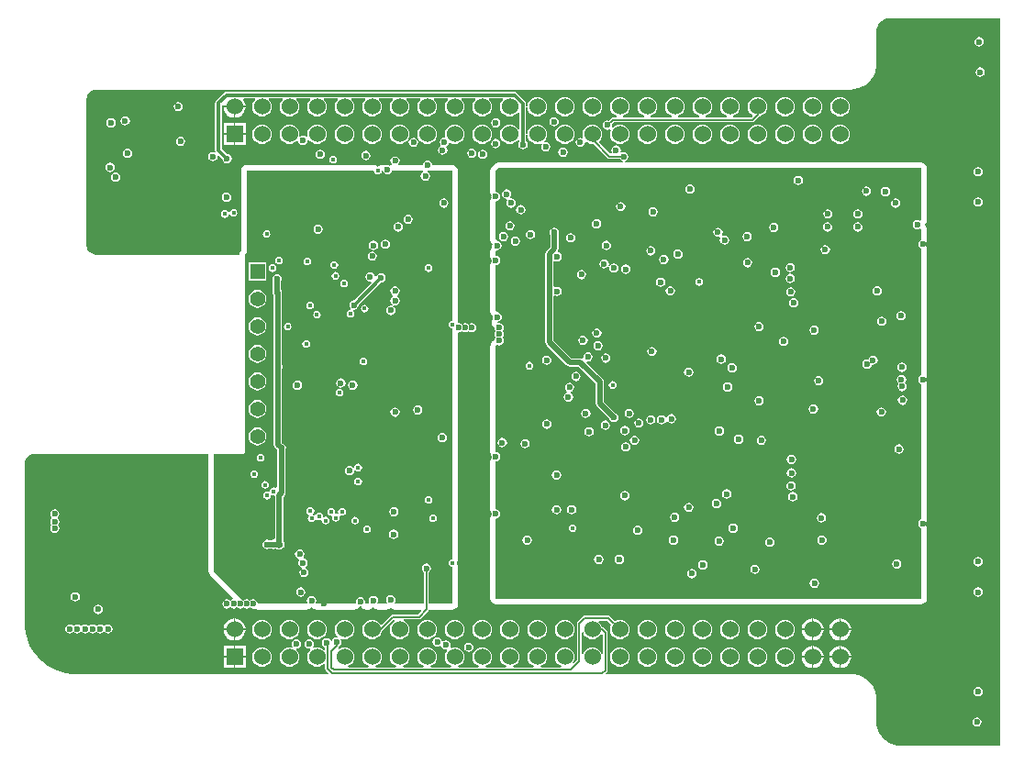
<source format=gbr>
G04 Layer_Physical_Order=4*
G04 Layer_Color=6736896*
%FSLAX26Y26*%
%MOIN*%
%TF.FileFunction,Copper,L4,Inr,Signal*%
%TF.Part,Single*%
G01*
G75*
%TA.AperFunction,Conductor*%
%ADD77C,0.007874*%
%ADD79C,0.013780*%
%ADD80C,0.019685*%
%TA.AperFunction,ComponentPad*%
%ADD91C,0.055118*%
%ADD92R,0.055118X0.055118*%
%ADD93C,0.060000*%
%ADD94R,0.060000X0.060000*%
%TA.AperFunction,ViaPad*%
%ADD95C,0.023622*%
%ADD96C,0.017716*%
G36*
X4566929Y4297514D02*
X4561553Y4296445D01*
X4556995Y4293399D01*
X4553949Y4288841D01*
X4552880Y4283465D01*
X4553949Y4278088D01*
X4556995Y4273530D01*
X4561553Y4270485D01*
X4566929Y4269415D01*
Y3431372D01*
X4561553Y3430303D01*
X4556995Y3427257D01*
X4553949Y3422699D01*
X4552880Y3417323D01*
X4553949Y3411946D01*
X4556995Y3407388D01*
X4561553Y3404343D01*
X4566929Y3403273D01*
Y3267716D01*
X4481473D01*
Y3383549D01*
X4484504Y3385575D01*
X4488203Y3391109D01*
X4489501Y3397638D01*
X4488203Y3404166D01*
X4484504Y3409701D01*
X4478970Y3413399D01*
X4472441Y3414698D01*
X4465912Y3413399D01*
X4460378Y3409701D01*
X4456680Y3404166D01*
X4455381Y3397638D01*
X4456680Y3391109D01*
X4460378Y3385575D01*
X4463409Y3383549D01*
Y3267716D01*
X4357383D01*
X4355462Y3272716D01*
X4358281Y3276936D01*
X4359580Y3283465D01*
X4358281Y3289993D01*
X4354583Y3295528D01*
X4349048Y3299226D01*
X4342520Y3300525D01*
X4335991Y3299226D01*
X4330456Y3295528D01*
X4326758Y3289993D01*
X4325460Y3283465D01*
X4326758Y3276936D01*
X4329578Y3272716D01*
X4327656Y3267716D01*
X4297063D01*
X4294706Y3272126D01*
X4295289Y3272999D01*
X4296588Y3279528D01*
X4295289Y3286056D01*
X4291591Y3291591D01*
X4286056Y3295289D01*
X4279528Y3296588D01*
X4272999Y3295289D01*
X4267464Y3291591D01*
X4263766Y3286056D01*
X4262467Y3279528D01*
X4263766Y3272999D01*
X4264349Y3272126D01*
X4261992Y3267716D01*
X4252702D01*
X4248772Y3272717D01*
X4249344Y3275591D01*
X4248045Y3282119D01*
X4244347Y3287654D01*
X4238812Y3291352D01*
X4232283Y3292651D01*
X4225755Y3291352D01*
X4220220Y3287654D01*
X4216522Y3282119D01*
X4215223Y3275591D01*
X4215795Y3272717D01*
X4211865Y3267716D01*
X4072653D01*
X4070296Y3272126D01*
X4070880Y3272999D01*
X4072178Y3279528D01*
X4070880Y3286056D01*
X4067181Y3291591D01*
X4061647Y3295289D01*
X4055118Y3296588D01*
X4048590Y3295289D01*
X4043055Y3291591D01*
X4039357Y3286056D01*
X4038058Y3279528D01*
X4039357Y3272999D01*
X4039940Y3272126D01*
X4037583Y3267716D01*
X3859580D01*
X3858281Y3274245D01*
X3854583Y3279780D01*
X3849048Y3283478D01*
X3842520Y3284777D01*
X3835991Y3283478D01*
X3830709Y3279948D01*
X3825426Y3283478D01*
X3818898Y3284777D01*
X3812369Y3283478D01*
X3807087Y3279948D01*
X3805818Y3280796D01*
X3700787Y3385827D01*
X3700787Y3812958D01*
X3798340D01*
X3798386Y3812932D01*
X3800805Y3812361D01*
X3803288Y3812473D01*
X3804494Y3812784D01*
X3804494Y3812784D01*
X3805118Y3812992D01*
X3806457Y3813526D01*
X3808907Y3815040D01*
X3810943Y3817077D01*
X3812457Y3819526D01*
X3812992Y3820866D01*
X3812992Y3820866D01*
X3813200Y3821490D01*
X3813511Y3822696D01*
X3813623Y3825179D01*
X3813052Y3827598D01*
X3812042Y3829409D01*
Y4524687D01*
X3812469Y4525128D01*
X3813453Y4526113D01*
X3814454Y4527081D01*
X3814960Y4527558D01*
X3814809Y4529858D01*
X3812906Y4534056D01*
X3813081Y4538869D01*
X3818898Y4543898D01*
Y4842520D01*
X4281226D01*
X4282296Y4837143D01*
X4285341Y4832585D01*
X4289899Y4829540D01*
X4295276Y4828470D01*
X4300652Y4829540D01*
X4305210Y4832585D01*
X4308256Y4837143D01*
X4309325Y4842520D01*
X4314432D01*
X4314947Y4839928D01*
X4318645Y4834393D01*
X4324180Y4830695D01*
X4330709Y4829397D01*
X4337237Y4830695D01*
X4342772Y4834393D01*
X4346470Y4839928D01*
X4346986Y4842520D01*
X4458853D01*
X4460370Y4837520D01*
X4456432Y4834888D01*
X4452734Y4829354D01*
X4451435Y4822825D01*
X4452734Y4816296D01*
X4456432Y4810762D01*
X4461966Y4807064D01*
X4468495Y4805765D01*
X4475024Y4807064D01*
X4480558Y4810762D01*
X4484257Y4816296D01*
X4485555Y4822825D01*
X4484257Y4829354D01*
X4480558Y4834888D01*
X4476620Y4837520D01*
X4478137Y4842520D01*
X4566929D01*
Y4297514D01*
D02*
G37*
G36*
X5044496Y3157389D02*
X5050094Y3150094D01*
X5057389Y3144496D01*
X5065884Y3140978D01*
X5075000Y3139777D01*
X5084116Y3140978D01*
X5092611Y3144496D01*
X5099906Y3150094D01*
X5104866Y3156557D01*
X5109054Y3157489D01*
X5110685Y3157535D01*
X5113015Y3155533D01*
Y3087542D01*
X5108015Y3086548D01*
X5105504Y3092611D01*
X5099906Y3099906D01*
X5092611Y3105504D01*
X5084116Y3109022D01*
X5075000Y3110223D01*
X5065884Y3109022D01*
X5057389Y3105504D01*
X5050094Y3099906D01*
X5044496Y3092611D01*
X5041591Y3085597D01*
X5036591Y3086592D01*
Y3163408D01*
X5041591Y3164403D01*
X5044496Y3157389D01*
D02*
G37*
G36*
X6554887Y2752199D02*
X6196850Y2752200D01*
X6187954Y2752199D01*
X6170504Y2755670D01*
X6154067Y2762479D01*
X6139274Y2772363D01*
X6126694Y2784944D01*
X6116809Y2799737D01*
X6110001Y2816174D01*
X6106530Y2833623D01*
X6106530Y2842519D01*
X6106530Y2921260D01*
X6106472Y2921554D01*
X6106516Y2921851D01*
X6106136Y2929569D01*
X6105919Y2930434D01*
Y2931326D01*
X6102908Y2946465D01*
X6102454Y2947561D01*
X6102223Y2948724D01*
X6096316Y2962985D01*
X6095657Y2963972D01*
X6095203Y2965067D01*
X6086627Y2977902D01*
X6085789Y2978741D01*
X6085130Y2979727D01*
X6074215Y2990641D01*
X6073229Y2991300D01*
X6072390Y2992139D01*
X6059556Y3000715D01*
X6058460Y3001169D01*
X6057474Y3001827D01*
X6043213Y3007735D01*
X6042050Y3007966D01*
X6040954Y3008420D01*
X6025815Y3011431D01*
X6024922D01*
X6024056Y3011648D01*
X6016339Y3012027D01*
X6016042Y3011983D01*
X6015748Y3012042D01*
X5125836Y3012042D01*
X5123922Y3016661D01*
X5128434Y3021173D01*
X5130391Y3024103D01*
X5131079Y3027559D01*
Y3161417D01*
X5130391Y3164874D01*
X5128434Y3167804D01*
X5114851Y3181386D01*
X5111921Y3183344D01*
X5109049Y3183916D01*
X5109022Y3184116D01*
X5105504Y3192611D01*
X5099906Y3199906D01*
X5096521Y3202504D01*
X5098218Y3207504D01*
X5129724D01*
X5144548Y3192679D01*
X5144496Y3192611D01*
X5140978Y3184116D01*
X5139777Y3175000D01*
X5140978Y3165884D01*
X5144496Y3157389D01*
X5150094Y3150094D01*
X5157389Y3144496D01*
X5165884Y3140978D01*
X5175000Y3139777D01*
X5184116Y3140978D01*
X5192611Y3144496D01*
X5199906Y3150094D01*
X5205504Y3157389D01*
X5209022Y3165884D01*
X5210223Y3175000D01*
X5209022Y3184116D01*
X5205504Y3192611D01*
X5199906Y3199906D01*
X5192611Y3205504D01*
X5184116Y3209022D01*
X5175000Y3210223D01*
X5165884Y3209022D01*
X5157389Y3205504D01*
X5157321Y3205452D01*
X5139851Y3222922D01*
X5136921Y3224880D01*
X5133465Y3225567D01*
X5047244D01*
X5043788Y3224880D01*
X5040858Y3222922D01*
X5021173Y3203237D01*
X5019215Y3200307D01*
X5018527Y3196850D01*
Y3062796D01*
X5007474Y3051742D01*
X5003706Y3055046D01*
X5005504Y3057389D01*
X5009022Y3065884D01*
X5010223Y3075000D01*
X5009022Y3084116D01*
X5005504Y3092611D01*
X4999906Y3099906D01*
X4992611Y3105504D01*
X4984116Y3109022D01*
X4975000Y3110223D01*
X4965884Y3109022D01*
X4957389Y3105504D01*
X4950094Y3099906D01*
X4944496Y3092611D01*
X4940978Y3084116D01*
X4939777Y3075000D01*
X4940978Y3065884D01*
X4944496Y3057389D01*
X4950094Y3050094D01*
X4957389Y3044496D01*
X4962028Y3042575D01*
X4961033Y3037575D01*
X4888967D01*
X4887972Y3042575D01*
X4892611Y3044496D01*
X4899906Y3050094D01*
X4905504Y3057389D01*
X4909022Y3065884D01*
X4910223Y3075000D01*
X4909022Y3084116D01*
X4905504Y3092611D01*
X4899906Y3099906D01*
X4892611Y3105504D01*
X4884116Y3109022D01*
X4875000Y3110223D01*
X4865884Y3109022D01*
X4857389Y3105504D01*
X4850094Y3099906D01*
X4844496Y3092611D01*
X4840978Y3084116D01*
X4839777Y3075000D01*
X4840978Y3065884D01*
X4844496Y3057389D01*
X4850094Y3050094D01*
X4857389Y3044496D01*
X4862028Y3042575D01*
X4861033Y3037575D01*
X4788967D01*
X4787972Y3042575D01*
X4792611Y3044496D01*
X4799906Y3050094D01*
X4805504Y3057389D01*
X4809022Y3065884D01*
X4810223Y3075000D01*
X4809022Y3084116D01*
X4805504Y3092611D01*
X4799906Y3099906D01*
X4792611Y3105504D01*
X4784116Y3109022D01*
X4775000Y3110223D01*
X4765884Y3109022D01*
X4757389Y3105504D01*
X4750094Y3099906D01*
X4744496Y3092611D01*
X4740978Y3084116D01*
X4739777Y3075000D01*
X4740978Y3065884D01*
X4744496Y3057389D01*
X4750094Y3050094D01*
X4757389Y3044496D01*
X4762028Y3042575D01*
X4761033Y3037575D01*
X4688967D01*
X4687972Y3042575D01*
X4692611Y3044496D01*
X4699906Y3050094D01*
X4705504Y3057389D01*
X4709022Y3065884D01*
X4710223Y3075000D01*
X4709022Y3084116D01*
X4705504Y3092611D01*
X4699906Y3099906D01*
X4692611Y3105504D01*
X4684116Y3109022D01*
X4675000Y3110223D01*
X4665884Y3109022D01*
X4657389Y3105504D01*
X4650094Y3099906D01*
X4644496Y3092611D01*
X4640978Y3084116D01*
X4639777Y3075000D01*
X4640978Y3065884D01*
X4644496Y3057389D01*
X4650094Y3050094D01*
X4657389Y3044496D01*
X4662028Y3042575D01*
X4661033Y3037575D01*
X4588967D01*
X4587972Y3042575D01*
X4592611Y3044496D01*
X4599906Y3050094D01*
X4605504Y3057389D01*
X4609022Y3065884D01*
X4610223Y3075000D01*
X4609022Y3084116D01*
X4605504Y3092611D01*
X4599906Y3099906D01*
X4592611Y3105504D01*
X4584116Y3109022D01*
X4575000Y3110223D01*
X4565884Y3109022D01*
X4562404Y3107581D01*
X4559060Y3111575D01*
X4560358Y3118104D01*
X4559060Y3124633D01*
X4555361Y3130167D01*
X4549827Y3133865D01*
X4543298Y3135164D01*
X4536769Y3133865D01*
X4533605Y3131751D01*
X4528101Y3133792D01*
X4527573Y3136450D01*
X4523874Y3141985D01*
X4518340Y3145683D01*
X4511811Y3146981D01*
X4505282Y3145683D01*
X4499748Y3141985D01*
X4496050Y3136450D01*
X4494751Y3129921D01*
X4496050Y3123393D01*
X4499748Y3117858D01*
X4505282Y3114160D01*
X4511811Y3112861D01*
X4518340Y3114160D01*
X4521504Y3116274D01*
X4527008Y3114233D01*
X4527537Y3111575D01*
X4531235Y3106041D01*
X4536769Y3102343D01*
X4543298Y3101044D01*
X4544911Y3101365D01*
X4547732Y3096828D01*
X4544496Y3092611D01*
X4540978Y3084116D01*
X4539777Y3075000D01*
X4540978Y3065884D01*
X4544496Y3057389D01*
X4550094Y3050094D01*
X4557389Y3044496D01*
X4562028Y3042575D01*
X4561033Y3037575D01*
X4488967D01*
X4487972Y3042575D01*
X4492611Y3044496D01*
X4499906Y3050094D01*
X4505504Y3057389D01*
X4509022Y3065884D01*
X4510223Y3075000D01*
X4509022Y3084116D01*
X4505504Y3092611D01*
X4499906Y3099906D01*
X4492611Y3105504D01*
X4484116Y3109022D01*
X4475000Y3110223D01*
X4465884Y3109022D01*
X4457389Y3105504D01*
X4450094Y3099906D01*
X4444496Y3092611D01*
X4440978Y3084116D01*
X4439777Y3075000D01*
X4440978Y3065884D01*
X4444496Y3057389D01*
X4450094Y3050094D01*
X4457389Y3044496D01*
X4462028Y3042575D01*
X4461033Y3037575D01*
X4388967D01*
X4387972Y3042575D01*
X4392611Y3044496D01*
X4399906Y3050094D01*
X4405504Y3057389D01*
X4409022Y3065884D01*
X4410223Y3075000D01*
X4409022Y3084116D01*
X4405504Y3092611D01*
X4399906Y3099906D01*
X4392611Y3105504D01*
X4384116Y3109022D01*
X4375000Y3110223D01*
X4365884Y3109022D01*
X4357389Y3105504D01*
X4350094Y3099906D01*
X4344496Y3092611D01*
X4340978Y3084116D01*
X4339777Y3075000D01*
X4340978Y3065884D01*
X4344496Y3057389D01*
X4350094Y3050094D01*
X4357389Y3044496D01*
X4362028Y3042575D01*
X4361033Y3037575D01*
X4288967D01*
X4287972Y3042575D01*
X4292611Y3044496D01*
X4299906Y3050094D01*
X4305504Y3057389D01*
X4309022Y3065884D01*
X4310223Y3075000D01*
X4309022Y3084116D01*
X4305504Y3092611D01*
X4299906Y3099906D01*
X4292611Y3105504D01*
X4284116Y3109022D01*
X4275000Y3110223D01*
X4265884Y3109022D01*
X4257389Y3105504D01*
X4250094Y3099906D01*
X4244496Y3092611D01*
X4240978Y3084116D01*
X4239777Y3075000D01*
X4240978Y3065884D01*
X4244496Y3057389D01*
X4250094Y3050094D01*
X4257389Y3044496D01*
X4262028Y3042575D01*
X4261033Y3037575D01*
X4188967D01*
X4187972Y3042575D01*
X4192611Y3044496D01*
X4199906Y3050094D01*
X4205504Y3057389D01*
X4209022Y3065884D01*
X4210223Y3075000D01*
X4209022Y3084116D01*
X4205504Y3092611D01*
X4199906Y3099906D01*
X4192611Y3105504D01*
X4184116Y3109022D01*
X4175000Y3110223D01*
X4165884Y3109022D01*
X4157389Y3105504D01*
X4155047Y3103706D01*
X4151743Y3107474D01*
X4152813Y3108544D01*
X4154771Y3111474D01*
X4155458Y3114930D01*
Y3115075D01*
X4158490Y3117101D01*
X4162188Y3122635D01*
X4163487Y3129164D01*
X4162188Y3135693D01*
X4160891Y3137634D01*
X4164206Y3141673D01*
X4165884Y3140978D01*
X4175000Y3139777D01*
X4184116Y3140978D01*
X4192611Y3144496D01*
X4199906Y3150094D01*
X4205504Y3157389D01*
X4209022Y3165884D01*
X4210223Y3175000D01*
X4209022Y3184116D01*
X4205504Y3192611D01*
X4199906Y3199906D01*
X4192611Y3205504D01*
X4184116Y3209022D01*
X4175000Y3210223D01*
X4165884Y3209022D01*
X4157389Y3205504D01*
X4150094Y3199906D01*
X4144496Y3192611D01*
X4140978Y3184116D01*
X4139777Y3175000D01*
X4140978Y3165884D01*
X4144496Y3157389D01*
X4149642Y3150682D01*
X4149011Y3148646D01*
X4147098Y3146091D01*
X4146427Y3146224D01*
X4139898Y3144925D01*
X4134363Y3141227D01*
X4130665Y3135693D01*
X4130382Y3134267D01*
X4130200Y3134194D01*
X4125178Y3133739D01*
X4122300Y3138048D01*
X4116765Y3141746D01*
X4110236Y3143044D01*
X4103708Y3141746D01*
X4098173Y3138048D01*
X4094475Y3132513D01*
X4093176Y3125984D01*
X4094475Y3119456D01*
X4098173Y3113921D01*
X4103708Y3110223D01*
X4104827Y3110000D01*
Y3101271D01*
X4101713Y3100215D01*
X4099827Y3099967D01*
X4092611Y3105504D01*
X4084116Y3109022D01*
X4075000Y3110223D01*
X4065884Y3109022D01*
X4064217Y3108332D01*
X4060903Y3112371D01*
X4063006Y3115519D01*
X4064304Y3122047D01*
X4063006Y3128576D01*
X4059307Y3134110D01*
X4053773Y3137809D01*
X4047244Y3139107D01*
X4040715Y3137809D01*
X4035181Y3134110D01*
X4031483Y3128576D01*
X4030184Y3122047D01*
X4031483Y3115519D01*
X4035181Y3109984D01*
X4040715Y3106286D01*
X4047244Y3104987D01*
X4048942Y3105325D01*
X4051061Y3100648D01*
X4050094Y3099906D01*
X4044496Y3092611D01*
X4040978Y3084116D01*
X4039777Y3075000D01*
X4040978Y3065884D01*
X4044496Y3057389D01*
X4050094Y3050094D01*
X4057389Y3044496D01*
X4065884Y3040978D01*
X4075000Y3039777D01*
X4084116Y3040978D01*
X4092611Y3044496D01*
X4099827Y3050033D01*
X4101713Y3049785D01*
X4104827Y3048729D01*
Y3031811D01*
X4105514Y3028355D01*
X4107472Y3025425D01*
X4116235Y3016661D01*
X4114322Y3012042D01*
X3199977Y3012042D01*
X3187659Y3012042D01*
X3163231Y3015258D01*
X3139434Y3021635D01*
X3116671Y3031064D01*
X3095335Y3043383D01*
X3075789Y3058383D01*
X3058369Y3075805D01*
X3043372Y3095353D01*
X3031054Y3116691D01*
X3021628Y3139453D01*
X3015254Y3163253D01*
X3012040Y3187679D01*
X3012042Y3199998D01*
X3012042Y3199999D01*
X3012042Y3200000D01*
X3012042Y3775000D01*
X3012041Y3775005D01*
X3012042Y3775010D01*
X3012039Y3778748D01*
X3013493Y3786082D01*
X3016352Y3792991D01*
X3020504Y3799208D01*
X3025792Y3804495D01*
X3032009Y3808648D01*
X3038918Y3811506D01*
X3046252Y3812961D01*
X3049990Y3812958D01*
X3049995Y3812959D01*
X3050000Y3812958D01*
X3680717Y3812958D01*
X3680717Y3385827D01*
X3682245Y3378146D01*
X3686595Y3371635D01*
X3768903Y3289327D01*
X3767257Y3283902D01*
X3765125Y3283478D01*
X3759843Y3279948D01*
X3754560Y3283478D01*
X3748032Y3284777D01*
X3741503Y3283478D01*
X3735968Y3279780D01*
X3732270Y3274245D01*
X3730971Y3267716D01*
X3732270Y3261188D01*
X3735968Y3255653D01*
X3741503Y3251955D01*
X3748032Y3250656D01*
X3754560Y3251955D01*
X3759843Y3255485D01*
X3765125Y3251955D01*
X3771653Y3250656D01*
X3778182Y3251955D01*
X3783465Y3255485D01*
X3788747Y3251955D01*
X3795276Y3250656D01*
X3801804Y3251955D01*
X3807087Y3255485D01*
X3812369Y3251955D01*
X3818898Y3250656D01*
X3825426Y3251955D01*
X3830709Y3255485D01*
X3835991Y3251955D01*
X3842520Y3250656D01*
X3847759Y3251698D01*
X3848429Y3251028D01*
X3850255Y3250272D01*
X3851899Y3249174D01*
X3853838Y3248788D01*
X3855664Y3248032D01*
X3857641D01*
X3859580Y3247646D01*
X4037583D01*
X4040475Y3248221D01*
X4043409Y3248510D01*
X4044287Y3248979D01*
X4045264Y3249174D01*
X4047715Y3250812D01*
X4050316Y3252202D01*
X4050947Y3252971D01*
X4051775Y3253524D01*
X4052041Y3253922D01*
X4053333Y3254477D01*
X4056903D01*
X4058196Y3253922D01*
X4058461Y3253524D01*
X4059289Y3252971D01*
X4059921Y3252202D01*
X4062521Y3250812D01*
X4064973Y3249174D01*
X4065949Y3248979D01*
X4066827Y3248510D01*
X4069761Y3248221D01*
X4072653Y3247646D01*
X4211865D01*
X4213050Y3247881D01*
X4214254Y3247789D01*
X4216858Y3248639D01*
X4219546Y3249174D01*
X4220550Y3249845D01*
X4221698Y3250219D01*
X4223779Y3252002D01*
X4226057Y3253524D01*
X4226728Y3254528D01*
X4227645Y3255314D01*
X4229613Y3257817D01*
X4234954Y3257817D01*
X4236922Y3255314D01*
X4237839Y3254528D01*
X4238510Y3253524D01*
X4240788Y3252002D01*
X4242869Y3250219D01*
X4244017Y3249845D01*
X4245021Y3249174D01*
X4247709Y3248639D01*
X4250313Y3247789D01*
X4251517Y3247881D01*
X4252702Y3247646D01*
X4261992D01*
X4264884Y3248221D01*
X4267819Y3248510D01*
X4268697Y3248979D01*
X4269673Y3249174D01*
X4272124Y3250812D01*
X4274725Y3252202D01*
X4275357Y3252971D01*
X4276184Y3253524D01*
X4276450Y3253922D01*
X4277743Y3254477D01*
X4281312D01*
X4282605Y3253922D01*
X4282871Y3253524D01*
X4283698Y3252971D01*
X4284330Y3252202D01*
X4286931Y3250812D01*
X4289382Y3249174D01*
X4290359Y3248979D01*
X4291237Y3248510D01*
X4294171Y3248221D01*
X4297063Y3247646D01*
X4327656D01*
X4327915Y3247697D01*
X4328175Y3247653D01*
X4331745Y3248459D01*
X4335337Y3249174D01*
X4335556Y3249320D01*
X4335814Y3249378D01*
X4338548Y3251310D01*
X4338988Y3251575D01*
X4342520Y3253213D01*
X4346049Y3251577D01*
X4346491Y3251310D01*
X4349226Y3249378D01*
X4349483Y3249320D01*
X4349702Y3249174D01*
X4353294Y3248459D01*
X4356865Y3247653D01*
X4357124Y3247697D01*
X4357383Y3247646D01*
X4452749D01*
X4454663Y3243026D01*
X4441141Y3229504D01*
X4350394D01*
X4346937Y3228817D01*
X4344007Y3226859D01*
X4310175Y3193026D01*
X4304282Y3194204D01*
X4299906Y3199906D01*
X4292611Y3205504D01*
X4284116Y3209022D01*
X4275000Y3210223D01*
X4265884Y3209022D01*
X4257389Y3205504D01*
X4250094Y3199906D01*
X4244496Y3192611D01*
X4240978Y3184116D01*
X4239777Y3175000D01*
X4240978Y3165884D01*
X4244496Y3157389D01*
X4250094Y3150094D01*
X4257389Y3144496D01*
X4265884Y3140978D01*
X4275000Y3139777D01*
X4284116Y3140978D01*
X4292611Y3144496D01*
X4299906Y3150094D01*
X4305504Y3157389D01*
X4309022Y3165884D01*
X4309196Y3167203D01*
X4311308Y3168614D01*
X4353899Y3211205D01*
X4357202Y3210838D01*
X4357928Y3205727D01*
X4357389Y3205504D01*
X4350094Y3199906D01*
X4344496Y3192611D01*
X4340978Y3184116D01*
X4339777Y3175000D01*
X4340978Y3165884D01*
X4344496Y3157389D01*
X4350094Y3150094D01*
X4357389Y3144496D01*
X4365884Y3140978D01*
X4375000Y3139777D01*
X4384116Y3140978D01*
X4392611Y3144496D01*
X4399906Y3150094D01*
X4405504Y3157389D01*
X4409022Y3165884D01*
X4410223Y3175000D01*
X4409022Y3184116D01*
X4405504Y3192611D01*
X4399906Y3199906D01*
X4392611Y3205504D01*
X4390350Y3206441D01*
X4391344Y3211441D01*
X4444882D01*
X4448338Y3212128D01*
X4451268Y3214086D01*
X4478828Y3241645D01*
X4480785Y3244575D01*
X4481399Y3247660D01*
X4481473Y3247646D01*
X4566929D01*
X4574610Y3249174D01*
X4581121Y3253524D01*
X4585472Y3260036D01*
X4587000Y3267716D01*
Y3403273D01*
X4586614Y3405212D01*
Y3407189D01*
X4585858Y3409015D01*
X4585472Y3410954D01*
X4584374Y3412598D01*
X4583617Y3414424D01*
X4582220Y3415822D01*
X4581217Y3417323D01*
X4582220Y3418824D01*
X4583617Y3420222D01*
X4584374Y3422048D01*
X4585472Y3423692D01*
X4585858Y3425631D01*
X4586614Y3427457D01*
Y3429434D01*
X4587000Y3431372D01*
Y4251679D01*
X4590551Y4254593D01*
X4597080Y4255892D01*
X4602362Y4259422D01*
X4607645Y4255892D01*
X4614173Y4254593D01*
X4620702Y4255892D01*
X4625984Y4259422D01*
X4631267Y4255892D01*
X4637795Y4254593D01*
X4644324Y4255892D01*
X4649859Y4259590D01*
X4653557Y4265125D01*
X4654855Y4271654D01*
X4653557Y4278182D01*
X4649859Y4283717D01*
X4644324Y4287415D01*
X4637795Y4288714D01*
X4631267Y4287415D01*
X4625984Y4283885D01*
X4620702Y4287415D01*
X4614173Y4288714D01*
X4607645Y4287415D01*
X4602362Y4283885D01*
X4597080Y4287415D01*
X4590551Y4288714D01*
X4590238Y4288651D01*
X4587923Y4290301D01*
X4586357Y4292977D01*
X4586614Y4293599D01*
Y4295575D01*
X4587000Y4297514D01*
Y4842520D01*
X4585472Y4850200D01*
X4581121Y4856712D01*
X4574610Y4861063D01*
X4566929Y4862590D01*
X4493361D01*
X4492140Y4868733D01*
X4488441Y4874268D01*
X4482907Y4877966D01*
X4476378Y4879265D01*
X4469849Y4877966D01*
X4464315Y4874268D01*
X4460617Y4868733D01*
X4459374Y4862487D01*
X4458853Y4862590D01*
X4373708D01*
X4371467Y4867590D01*
X4374029Y4871424D01*
X4375328Y4877953D01*
X4374029Y4884481D01*
X4370331Y4890016D01*
X4364796Y4893714D01*
X4358268Y4895013D01*
X4351739Y4893714D01*
X4346204Y4890016D01*
X4342506Y4884481D01*
X4341208Y4877953D01*
X4342506Y4871424D01*
X4345235Y4867340D01*
X4345204Y4866502D01*
X4343697Y4862903D01*
X4343111Y4862205D01*
X4343070D01*
X4341243Y4861448D01*
X4339305Y4861063D01*
X4339136Y4860950D01*
X4337237Y4862218D01*
X4330709Y4863517D01*
X4324180Y4862218D01*
X4322282Y4860950D01*
X4322112Y4861063D01*
X4320173Y4861448D01*
X4318347Y4862205D01*
X4316371D01*
X4314432Y4862590D01*
X4309325D01*
X4307386Y4862205D01*
X4305410D01*
X4303584Y4861448D01*
X4301644Y4861063D01*
X4300001Y4859964D01*
X4298175Y4859208D01*
X4296777Y4857810D01*
X4295276Y4856807D01*
X4293774Y4857810D01*
X4292377Y4859208D01*
X4290551Y4859964D01*
X4288907Y4861063D01*
X4286968Y4861448D01*
X4285141Y4862205D01*
X4283165D01*
X4281226Y4862590D01*
X3818898D01*
X3811217Y4861063D01*
X3804706Y4856712D01*
X3800355Y4850200D01*
X3798827Y4842520D01*
Y4552755D01*
X3797330Y4550681D01*
X3795143Y4547872D01*
X3795045Y4547516D01*
X3794829Y4547216D01*
X3794008Y4543753D01*
X3793063Y4540323D01*
X3789451Y4537042D01*
X3275000Y4537042D01*
X3274999Y4537042D01*
X3274998Y4537042D01*
X3271259Y4537041D01*
X3263925Y4538499D01*
X3257018Y4541360D01*
X3250801Y4545514D01*
X3245514Y4550801D01*
X3241360Y4557018D01*
X3238499Y4563926D01*
X3237041Y4571260D01*
X3237042Y4574998D01*
X3237042Y4574999D01*
X3237042Y4575000D01*
X3237041Y5099952D01*
X3237069Y5103650D01*
X3238582Y5110972D01*
X3241496Y5117858D01*
X3245698Y5124043D01*
X3251027Y5129288D01*
X3257277Y5133393D01*
X3264208Y5136198D01*
X3271553Y5137596D01*
X3275292Y5137565D01*
X3275343Y5137574D01*
X3275393Y5137564D01*
X6015748Y5137565D01*
X6016042Y5137623D01*
X6016339Y5137579D01*
X6024056Y5137958D01*
X6024922Y5138175D01*
X6025815D01*
X6040954Y5141186D01*
X6042050Y5141640D01*
X6043213Y5141871D01*
X6057474Y5147778D01*
X6058460Y5148437D01*
X6059556Y5148891D01*
X6072391Y5157466D01*
X6073229Y5158305D01*
X6074216Y5158964D01*
X6085130Y5169879D01*
X6085789Y5170865D01*
X6086628Y5171704D01*
X6095204Y5184538D01*
X6095658Y5185634D01*
X6096317Y5186620D01*
X6102223Y5200881D01*
X6102455Y5202044D01*
X6102909Y5203140D01*
X6105920Y5218279D01*
Y5219172D01*
X6106137Y5220038D01*
X6106516Y5227756D01*
X6106471Y5228052D01*
X6106530Y5228346D01*
X6106530Y5346457D01*
X6106530Y5351475D01*
X6108488Y5361318D01*
X6112329Y5370591D01*
X6117904Y5378936D01*
X6125001Y5386032D01*
X6133346Y5391608D01*
X6142619Y5395449D01*
X6152461Y5397407D01*
X6157480Y5397407D01*
X6554887Y5397407D01*
Y2752199D01*
D02*
G37*
%LPC*%
G36*
X4358268Y4422572D02*
X4351739Y4421273D01*
X4346204Y4417575D01*
X4342506Y4412040D01*
X4341208Y4405512D01*
X4342506Y4398983D01*
X4346204Y4393449D01*
X4350508Y4390573D01*
X4350817Y4389385D01*
Y4386205D01*
X4350508Y4385017D01*
X4346204Y4382142D01*
X4342506Y4376607D01*
X4341208Y4370079D01*
X4342506Y4363550D01*
X4346204Y4358015D01*
X4351197Y4354679D01*
X4349039Y4350399D01*
X4342511Y4351697D01*
X4335982Y4350399D01*
X4330448Y4346700D01*
X4326749Y4341166D01*
X4325451Y4334637D01*
X4326749Y4328108D01*
X4330448Y4322574D01*
X4335982Y4318876D01*
X4342511Y4317577D01*
X4349040Y4318876D01*
X4354574Y4322574D01*
X4358273Y4328108D01*
X4359571Y4334637D01*
X4358273Y4341166D01*
X4354574Y4346700D01*
X4349582Y4350037D01*
X4351739Y4354317D01*
X4358268Y4353019D01*
X4364796Y4354317D01*
X4370331Y4358015D01*
X4374029Y4363550D01*
X4375328Y4370079D01*
X4374029Y4376607D01*
X4370331Y4382142D01*
X4366028Y4385017D01*
X4365719Y4386205D01*
Y4389385D01*
X4366028Y4390573D01*
X4370331Y4393449D01*
X4374029Y4398983D01*
X4375328Y4405512D01*
X4374029Y4412040D01*
X4370331Y4417575D01*
X4364796Y4421273D01*
X4358268Y4422572D01*
D02*
G37*
G36*
X4173228Y4447120D02*
X4167852Y4446051D01*
X4163294Y4443005D01*
X4160248Y4438447D01*
X4159179Y4433071D01*
X4160248Y4427694D01*
X4163294Y4423136D01*
X4167852Y4420091D01*
X4173228Y4419021D01*
X4178605Y4420091D01*
X4183163Y4423136D01*
X4186208Y4427694D01*
X4187278Y4433071D01*
X4186208Y4438447D01*
X4183163Y4443005D01*
X4178605Y4446051D01*
X4173228Y4447120D01*
D02*
G37*
G36*
X3858268Y4409139D02*
X3849789Y4408022D01*
X3841887Y4404749D01*
X3835102Y4399543D01*
X3829896Y4392758D01*
X3826623Y4384857D01*
X3825507Y4376378D01*
X3826623Y4367899D01*
X3829896Y4359998D01*
X3835102Y4353213D01*
X3841887Y4348007D01*
X3849789Y4344734D01*
X3858268Y4343617D01*
X3866747Y4344734D01*
X3874648Y4348007D01*
X3881433Y4353213D01*
X3886639Y4359998D01*
X3889912Y4367899D01*
X3891028Y4376378D01*
X3889912Y4384857D01*
X3886639Y4392758D01*
X3881433Y4399543D01*
X3874648Y4404749D01*
X3866747Y4408022D01*
X3858268Y4409139D01*
D02*
G37*
G36*
X3968504Y4289640D02*
X3963127Y4288571D01*
X3958569Y4285525D01*
X3955524Y4280967D01*
X3954454Y4275591D01*
X3955524Y4270214D01*
X3958569Y4265656D01*
X3963127Y4262611D01*
X3968504Y4261541D01*
X3973880Y4262611D01*
X3978438Y4265656D01*
X3981484Y4270214D01*
X3982553Y4275591D01*
X3981484Y4280967D01*
X3978438Y4285525D01*
X3973880Y4288571D01*
X3968504Y4289640D01*
D02*
G37*
G36*
X3858268Y4309139D02*
X3849789Y4308022D01*
X3841887Y4304749D01*
X3835102Y4299543D01*
X3829896Y4292758D01*
X3826623Y4284857D01*
X3825507Y4276378D01*
X3826623Y4267899D01*
X3829896Y4259998D01*
X3835102Y4253213D01*
X3841887Y4248007D01*
X3849789Y4244734D01*
X3858268Y4243617D01*
X3866747Y4244734D01*
X3874648Y4248007D01*
X3881433Y4253213D01*
X3886639Y4259998D01*
X3889912Y4267899D01*
X3891028Y4276378D01*
X3889912Y4284857D01*
X3886639Y4292758D01*
X3881433Y4299543D01*
X3874648Y4304749D01*
X3866747Y4308022D01*
X3858268Y4309139D01*
D02*
G37*
G36*
X4248032Y4355136D02*
X4242655Y4354067D01*
X4238097Y4351021D01*
X4235051Y4346463D01*
X4233982Y4341087D01*
X4235051Y4335710D01*
X4238097Y4331152D01*
X4242655Y4328107D01*
X4248032Y4327037D01*
X4253408Y4328107D01*
X4257966Y4331152D01*
X4261011Y4335710D01*
X4262081Y4341087D01*
X4261011Y4346463D01*
X4257966Y4351021D01*
X4253408Y4354067D01*
X4248032Y4355136D01*
D02*
G37*
G36*
X4049212Y4366412D02*
X4043836Y4365343D01*
X4039278Y4362297D01*
X4036232Y4357739D01*
X4035163Y4352363D01*
X4036232Y4346986D01*
X4039278Y4342428D01*
X4043836Y4339383D01*
X4049212Y4338313D01*
X4054589Y4339383D01*
X4059147Y4342428D01*
X4062192Y4346986D01*
X4063262Y4352363D01*
X4062192Y4357739D01*
X4059147Y4362297D01*
X4054589Y4365343D01*
X4049212Y4366412D01*
D02*
G37*
G36*
X4074803Y4332947D02*
X4069427Y4331878D01*
X4064869Y4328832D01*
X4061823Y4324274D01*
X4060754Y4318898D01*
X4061823Y4313521D01*
X4064869Y4308963D01*
X4069427Y4305918D01*
X4074803Y4304848D01*
X4080180Y4305918D01*
X4084738Y4308963D01*
X4087783Y4313521D01*
X4088853Y4318898D01*
X4087783Y4324274D01*
X4084738Y4328832D01*
X4080180Y4331878D01*
X4074803Y4332947D01*
D02*
G37*
G36*
X4267717Y4473753D02*
X4261188Y4472454D01*
X4255653Y4468756D01*
X4251955Y4463221D01*
X4250656Y4456693D01*
X4251955Y4450164D01*
X4255653Y4444630D01*
X4261188Y4440931D01*
X4267717Y4439633D01*
X4270395Y4440166D01*
X4272858Y4435557D01*
X4208686Y4371386D01*
X4208661Y4371391D01*
X4202133Y4370092D01*
X4196598Y4366394D01*
X4192900Y4360859D01*
X4191601Y4354331D01*
X4192900Y4347802D01*
X4196598Y4342267D01*
X4197441Y4341704D01*
X4197176Y4339574D01*
X4195937Y4336695D01*
X4191466Y4335806D01*
X4186908Y4332761D01*
X4183862Y4328203D01*
X4182792Y4322826D01*
X4183862Y4317449D01*
X4186908Y4312891D01*
X4191466Y4309846D01*
X4196842Y4308776D01*
X4202218Y4309846D01*
X4206776Y4312891D01*
X4209822Y4317449D01*
X4210891Y4322826D01*
X4209822Y4328203D01*
X4206941Y4332515D01*
X4207384Y4334215D01*
X4208052Y4335813D01*
X4208943Y4337327D01*
X4215190Y4338569D01*
X4220725Y4342267D01*
X4224423Y4347802D01*
X4225721Y4354331D01*
X4225717Y4354355D01*
X4307062Y4435701D01*
X4307087Y4435696D01*
X4313615Y4436994D01*
X4319150Y4440693D01*
X4322848Y4446227D01*
X4324147Y4452756D01*
X4322848Y4459284D01*
X4319150Y4464819D01*
X4313615Y4468517D01*
X4307087Y4469816D01*
X4300558Y4468517D01*
X4295023Y4464819D01*
X4291325Y4459284D01*
X4290717Y4456225D01*
X4289680Y4455720D01*
X4288608Y4455933D01*
X4284377Y4458701D01*
X4283478Y4463221D01*
X4279780Y4468756D01*
X4274245Y4472454D01*
X4267717Y4473753D01*
D02*
G37*
G36*
X3937008Y4529797D02*
X3931631Y4528728D01*
X3927073Y4525682D01*
X3924028Y4521124D01*
X3922958Y4515748D01*
X3924028Y4510372D01*
X3927073Y4505814D01*
X3931631Y4502768D01*
X3937008Y4501699D01*
X3942384Y4502768D01*
X3946942Y4505814D01*
X3949988Y4510372D01*
X3951057Y4515748D01*
X3949988Y4521124D01*
X3946942Y4525682D01*
X3942384Y4528728D01*
X3937008Y4529797D01*
D02*
G37*
G36*
X4039370Y4525860D02*
X4033994Y4524791D01*
X4029436Y4521745D01*
X4026390Y4517188D01*
X4025321Y4511811D01*
X4026390Y4506435D01*
X4029436Y4501877D01*
X4033994Y4498831D01*
X4039370Y4497761D01*
X4044747Y4498831D01*
X4049305Y4501877D01*
X4052350Y4506435D01*
X4053420Y4511811D01*
X4052350Y4517188D01*
X4049305Y4521745D01*
X4044747Y4524791D01*
X4039370Y4525860D01*
D02*
G37*
G36*
X4279519Y4587917D02*
X4272990Y4586618D01*
X4267456Y4582920D01*
X4263757Y4577386D01*
X4262459Y4570857D01*
X4263757Y4564328D01*
X4267456Y4558794D01*
X4272990Y4555096D01*
X4279519Y4553797D01*
X4286048Y4555096D01*
X4291582Y4558794D01*
X4295280Y4564328D01*
X4296579Y4570857D01*
X4295280Y4577386D01*
X4291582Y4582920D01*
X4286048Y4586618D01*
X4279519Y4587917D01*
D02*
G37*
G36*
X4275591Y4548950D02*
X4269062Y4547651D01*
X4263527Y4543953D01*
X4259829Y4538418D01*
X4258530Y4531890D01*
X4259829Y4525361D01*
X4263527Y4519826D01*
X4269062Y4516128D01*
X4275591Y4514830D01*
X4282119Y4516128D01*
X4287654Y4519826D01*
X4291352Y4525361D01*
X4292651Y4531890D01*
X4291352Y4538418D01*
X4287654Y4543953D01*
X4282119Y4547651D01*
X4275591Y4548950D01*
D02*
G37*
G36*
X3890748Y4508858D02*
X3825787D01*
Y4443898D01*
X3890748D01*
Y4508858D01*
D02*
G37*
G36*
X4141732Y4474679D02*
X4136356Y4473610D01*
X4131798Y4470564D01*
X4128752Y4466006D01*
X4127683Y4460630D01*
X4128752Y4455253D01*
X4131798Y4450695D01*
X4136356Y4447650D01*
X4141732Y4446580D01*
X4147109Y4447650D01*
X4151667Y4450695D01*
X4154712Y4455253D01*
X4155782Y4460630D01*
X4154712Y4466006D01*
X4151667Y4470564D01*
X4147109Y4473610D01*
X4141732Y4474679D01*
D02*
G37*
G36*
X4480315Y4502239D02*
X4474939Y4501169D01*
X4470381Y4498123D01*
X4467335Y4493565D01*
X4466266Y4488189D01*
X4467335Y4482812D01*
X4470381Y4478255D01*
X4474939Y4475209D01*
X4480315Y4474140D01*
X4485691Y4475209D01*
X4490249Y4478255D01*
X4493295Y4482812D01*
X4494364Y4488189D01*
X4493295Y4493565D01*
X4490249Y4498123D01*
X4485691Y4501169D01*
X4480315Y4502239D01*
D02*
G37*
G36*
X4137795Y4514050D02*
X4132419Y4512980D01*
X4127861Y4509935D01*
X4124815Y4505377D01*
X4123746Y4500000D01*
X4124815Y4494623D01*
X4127861Y4490065D01*
X4132419Y4487020D01*
X4137795Y4485950D01*
X4143172Y4487020D01*
X4147730Y4490065D01*
X4150775Y4494623D01*
X4151845Y4500000D01*
X4150775Y4505377D01*
X4147730Y4509935D01*
X4143172Y4512980D01*
X4137795Y4514050D01*
D02*
G37*
G36*
X3913386Y4502239D02*
X3908009Y4501169D01*
X3903451Y4498123D01*
X3900406Y4493565D01*
X3899336Y4488189D01*
X3900406Y4482812D01*
X3903451Y4478255D01*
X3908009Y4475209D01*
X3913386Y4474140D01*
X3918762Y4475209D01*
X3923320Y4478255D01*
X3926366Y4482812D01*
X3927435Y4488189D01*
X3926366Y4493565D01*
X3923320Y4498123D01*
X3918762Y4501169D01*
X3913386Y4502239D01*
D02*
G37*
G36*
X4255897Y3553412D02*
X4250520Y3552343D01*
X4245962Y3549298D01*
X4242917Y3544740D01*
X4241847Y3539363D01*
X4242917Y3533986D01*
X4245962Y3529428D01*
X4250520Y3526383D01*
X4255897Y3525314D01*
X4261274Y3526383D01*
X4265832Y3529428D01*
X4268877Y3533986D01*
X4269947Y3539363D01*
X4268877Y3544740D01*
X4265832Y3549298D01*
X4261274Y3552343D01*
X4255897Y3553412D01*
D02*
G37*
G36*
X4051181Y3620349D02*
X4045805Y3619279D01*
X4041247Y3616234D01*
X4038201Y3611676D01*
X4037132Y3606299D01*
X4038201Y3600923D01*
X4041247Y3596365D01*
X4044470Y3594211D01*
X4045219Y3588941D01*
X4045184Y3588675D01*
X4042138Y3584117D01*
X4041069Y3578740D01*
X4042138Y3573364D01*
X4045184Y3568806D01*
X4049742Y3565760D01*
X4055118Y3564691D01*
X4060495Y3565760D01*
X4065053Y3568806D01*
X4068098Y3573364D01*
X4068292Y3574340D01*
X4069928Y3575200D01*
X4073725Y3576023D01*
X4077301Y3573634D01*
X4082677Y3572565D01*
X4088054Y3573634D01*
X4092250Y3570866D01*
X4093319Y3565490D01*
X4096365Y3560932D01*
X4100923Y3557886D01*
X4106299Y3556817D01*
X4111676Y3557886D01*
X4116234Y3560932D01*
X4119279Y3565490D01*
X4120349Y3570866D01*
X4119279Y3576243D01*
X4116234Y3580801D01*
X4111676Y3583846D01*
X4106299Y3584916D01*
X4100923Y3583846D01*
X4096727Y3586614D01*
X4095657Y3591991D01*
X4092612Y3596549D01*
X4088054Y3599594D01*
X4082677Y3600664D01*
X4077301Y3599594D01*
X4072743Y3596549D01*
X4070075Y3592556D01*
X4065939Y3591129D01*
X4064821Y3590873D01*
X4061497Y3593168D01*
X4061080Y3596099D01*
X4061116Y3596365D01*
X4064161Y3600923D01*
X4065231Y3606299D01*
X4064161Y3611676D01*
X4061116Y3616234D01*
X4056558Y3619279D01*
X4051181Y3620349D01*
D02*
G37*
G36*
X4212598Y3584916D02*
X4207222Y3583846D01*
X4202664Y3580801D01*
X4199618Y3576243D01*
X4198549Y3570866D01*
X4199618Y3565490D01*
X4202664Y3560932D01*
X4207222Y3557886D01*
X4212598Y3556817D01*
X4217975Y3557886D01*
X4222533Y3560932D01*
X4225578Y3565490D01*
X4226648Y3570866D01*
X4225578Y3576243D01*
X4222533Y3580801D01*
X4217975Y3583846D01*
X4212598Y3584916D01*
D02*
G37*
G36*
X4530512Y3889107D02*
X4523983Y3887809D01*
X4518449Y3884110D01*
X4514750Y3878576D01*
X4513452Y3872047D01*
X4514750Y3865519D01*
X4518449Y3859984D01*
X4523983Y3856286D01*
X4530512Y3854987D01*
X4537040Y3856286D01*
X4542575Y3859984D01*
X4546273Y3865519D01*
X4547572Y3872047D01*
X4546273Y3878576D01*
X4542575Y3884110D01*
X4537040Y3887809D01*
X4530512Y3889107D01*
D02*
G37*
G36*
X4440945Y3989501D02*
X4434416Y3988202D01*
X4428882Y3984504D01*
X4425183Y3978970D01*
X4423885Y3972441D01*
X4425183Y3965912D01*
X4428882Y3960378D01*
X4434416Y3956679D01*
X4440945Y3955381D01*
X4447474Y3956679D01*
X4453008Y3960378D01*
X4456706Y3965912D01*
X4458005Y3972441D01*
X4456706Y3978970D01*
X4453008Y3984504D01*
X4447474Y3988202D01*
X4440945Y3989501D01*
D02*
G37*
G36*
X4358267Y3981627D02*
X4351739Y3980328D01*
X4346204Y3976630D01*
X4342506Y3971095D01*
X4341207Y3964567D01*
X4342506Y3958038D01*
X4346204Y3952504D01*
X4351739Y3948805D01*
X4358267Y3947507D01*
X4364796Y3948805D01*
X4370331Y3952504D01*
X4374029Y3958038D01*
X4375327Y3964567D01*
X4374029Y3971095D01*
X4370331Y3976630D01*
X4364796Y3980328D01*
X4358267Y3981627D01*
D02*
G37*
G36*
X4353346Y3537729D02*
X4346818Y3536431D01*
X4341283Y3532733D01*
X4337585Y3527198D01*
X4336286Y3520669D01*
X4337585Y3514141D01*
X4341283Y3508606D01*
X4346818Y3504908D01*
X4353346Y3503609D01*
X4359875Y3504908D01*
X4365410Y3508606D01*
X4369108Y3514141D01*
X4370407Y3520669D01*
X4369108Y3527198D01*
X4365410Y3532733D01*
X4359875Y3536431D01*
X4353346Y3537729D01*
D02*
G37*
G36*
X3858268Y4009139D02*
X3849789Y4008022D01*
X3841887Y4004749D01*
X3835102Y3999543D01*
X3829896Y3992758D01*
X3826623Y3984857D01*
X3825507Y3976378D01*
X3826623Y3967899D01*
X3829896Y3959998D01*
X3835102Y3953213D01*
X3841887Y3948006D01*
X3849789Y3944734D01*
X3858268Y3943617D01*
X3866747Y3944734D01*
X3874648Y3948006D01*
X3881433Y3953213D01*
X3886639Y3959998D01*
X3889912Y3967899D01*
X3891028Y3976378D01*
X3889912Y3984857D01*
X3886639Y3992758D01*
X3881433Y3999543D01*
X3874648Y4004749D01*
X3866747Y4008022D01*
X3858268Y4009139D01*
D02*
G37*
G36*
X4496054Y3592782D02*
X4490677Y3591713D01*
X4486119Y3588668D01*
X4483074Y3584110D01*
X4482005Y3578733D01*
X4483074Y3573356D01*
X4486119Y3568798D01*
X4490677Y3565753D01*
X4496054Y3564684D01*
X4501431Y3565753D01*
X4505989Y3568798D01*
X4509034Y3573356D01*
X4510104Y3578733D01*
X4509034Y3584110D01*
X4505989Y3588668D01*
X4501431Y3591713D01*
X4496054Y3592782D01*
D02*
G37*
G36*
X4224409Y3726648D02*
X4219033Y3725579D01*
X4214475Y3722533D01*
X4211429Y3717975D01*
X4210360Y3712599D01*
X4211429Y3707222D01*
X4214475Y3702664D01*
X4219033Y3699619D01*
X4224409Y3698549D01*
X4229786Y3699619D01*
X4234344Y3702664D01*
X4237389Y3707222D01*
X4238459Y3712599D01*
X4237389Y3717975D01*
X4234344Y3722533D01*
X4229786Y3725579D01*
X4224409Y3726648D01*
D02*
G37*
G36*
X3846457Y3754207D02*
X3841080Y3753137D01*
X3836522Y3750092D01*
X3833477Y3745534D01*
X3832407Y3740157D01*
X3833477Y3734781D01*
X3836522Y3730223D01*
X3841080Y3727177D01*
X3846457Y3726108D01*
X3851833Y3727177D01*
X3856391Y3730223D01*
X3859437Y3734781D01*
X3860506Y3740157D01*
X3859437Y3745534D01*
X3856391Y3750092D01*
X3851833Y3753137D01*
X3846457Y3754207D01*
D02*
G37*
G36*
X3929126Y4465870D02*
X3922597Y4464572D01*
X3917063Y4460873D01*
X3913365Y4455339D01*
X3912066Y4448810D01*
X3913365Y4442281D01*
X3914081Y4441209D01*
Y4409164D01*
X3913372Y4408103D01*
X3912074Y4401575D01*
X3913372Y4395046D01*
X3917071Y4389511D01*
X3918010Y4388884D01*
Y4137502D01*
X3917302Y4136442D01*
X3916003Y4129913D01*
X3917302Y4123384D01*
X3918010Y4122324D01*
Y3846449D01*
X3919156Y3840688D01*
X3922419Y3835805D01*
X3922466Y3835773D01*
X3928872Y3829368D01*
X3929120Y3828117D01*
X3929829Y3827057D01*
Y3691395D01*
X3924829Y3688722D01*
X3922699Y3690145D01*
X3917323Y3691215D01*
X3911946Y3690145D01*
X3907388Y3687100D01*
X3904343Y3682542D01*
X3903273Y3677166D01*
X3899077Y3674397D01*
X3893701Y3675467D01*
X3888324Y3674397D01*
X3883766Y3671352D01*
X3880721Y3666794D01*
X3879651Y3661417D01*
X3880721Y3656041D01*
X3883766Y3651483D01*
X3888324Y3648437D01*
X3893701Y3647368D01*
X3899077Y3648437D01*
X3903635Y3651483D01*
X3906681Y3656041D01*
X3907750Y3661417D01*
X3911946Y3664185D01*
X3917323Y3663116D01*
X3921561Y3658861D01*
Y3504410D01*
X3917696Y3501238D01*
X3917323Y3501312D01*
X3910794Y3500014D01*
X3909734Y3499305D01*
X3901290D01*
X3900229Y3500014D01*
X3893701Y3501312D01*
X3887172Y3500014D01*
X3881637Y3496315D01*
X3877939Y3490781D01*
X3876641Y3484252D01*
X3877939Y3477723D01*
X3881637Y3472189D01*
X3887172Y3468490D01*
X3893701Y3467192D01*
X3900229Y3468490D01*
X3901290Y3469199D01*
X3909734D01*
X3910794Y3468490D01*
X3917323Y3467192D01*
X3923851Y3468490D01*
X3924028Y3468608D01*
X3927560D01*
X3930854Y3466408D01*
X3936614Y3465262D01*
X3942375Y3466408D01*
X3943811Y3467367D01*
X3946489Y3467900D01*
X3952024Y3471598D01*
X3955722Y3477133D01*
X3957021Y3483661D01*
X3955722Y3490190D01*
X3952024Y3495725D01*
X3951667Y3495963D01*
Y3656815D01*
X3955526Y3660674D01*
X3955526Y3660674D01*
X3958789Y3665557D01*
X3959935Y3671318D01*
X3959935Y3671318D01*
Y3827057D01*
X3960643Y3828117D01*
X3961942Y3834646D01*
X3960643Y3841174D01*
X3956945Y3846709D01*
X3951410Y3850407D01*
X3950160Y3850656D01*
X3948116Y3852700D01*
Y4122324D01*
X3948825Y4123384D01*
X3950123Y4129913D01*
X3948825Y4136442D01*
X3948116Y4137502D01*
Y4397646D01*
X3946970Y4403406D01*
X3945346Y4405837D01*
X3944895Y4408103D01*
X3944187Y4409164D01*
Y4441233D01*
X3944887Y4442281D01*
X3946186Y4448810D01*
X3944887Y4455339D01*
X3941189Y4460873D01*
X3935655Y4464572D01*
X3929126Y4465870D01*
D02*
G37*
G36*
X4480315Y3659719D02*
X4474939Y3658649D01*
X4470381Y3655604D01*
X4467335Y3651046D01*
X4466266Y3645669D01*
X4467335Y3640293D01*
X4470381Y3635735D01*
X4474939Y3632689D01*
X4480315Y3631620D01*
X4485691Y3632689D01*
X4490249Y3635735D01*
X4493295Y3640293D01*
X4494364Y3645669D01*
X4493295Y3651046D01*
X4490249Y3655604D01*
X4485691Y3658649D01*
X4480315Y3659719D01*
D02*
G37*
G36*
X3885819Y3714829D02*
X3880443Y3713760D01*
X3875885Y3710715D01*
X3872839Y3706157D01*
X3871769Y3700780D01*
X3872839Y3695403D01*
X3875885Y3690845D01*
X3880443Y3687800D01*
X3885819Y3686731D01*
X3891195Y3687800D01*
X3895753Y3690845D01*
X3898799Y3695403D01*
X3899869Y3700780D01*
X3898799Y3706157D01*
X3895753Y3710715D01*
X3891195Y3713760D01*
X3885819Y3714829D01*
D02*
G37*
G36*
X4354331Y3619422D02*
X4347802Y3618124D01*
X4342267Y3614425D01*
X4338569Y3608891D01*
X4337271Y3602362D01*
X4338569Y3595834D01*
X4342267Y3590299D01*
X4347802Y3586601D01*
X4354331Y3585302D01*
X4360859Y3586601D01*
X4366394Y3590299D01*
X4370092Y3595834D01*
X4371391Y3602362D01*
X4370092Y3608891D01*
X4366394Y3614425D01*
X4360859Y3618124D01*
X4354331Y3619422D01*
D02*
G37*
G36*
X3858268Y3909139D02*
X3849789Y3908022D01*
X3841887Y3904749D01*
X3835102Y3899543D01*
X3829896Y3892758D01*
X3826623Y3884857D01*
X3825507Y3876378D01*
X3826623Y3867899D01*
X3829896Y3859998D01*
X3835102Y3853213D01*
X3841887Y3848006D01*
X3849789Y3844734D01*
X3858268Y3843617D01*
X3866747Y3844734D01*
X3874648Y3848006D01*
X3881433Y3853213D01*
X3886639Y3859998D01*
X3889912Y3867899D01*
X3891028Y3876378D01*
X3889912Y3884857D01*
X3886639Y3892758D01*
X3881433Y3899543D01*
X3874648Y3904749D01*
X3866747Y3908022D01*
X3858268Y3909139D01*
D02*
G37*
G36*
X4125984Y3616412D02*
X4120608Y3615342D01*
X4116050Y3612297D01*
X4113004Y3607739D01*
X4111935Y3602362D01*
X4113004Y3596986D01*
X4116050Y3592428D01*
X4120608Y3589382D01*
X4125984Y3588313D01*
X4126473Y3588410D01*
X4127065Y3588086D01*
X4130322Y3584077D01*
X4129651Y3580709D01*
X4130721Y3575332D01*
X4133766Y3570774D01*
X4138324Y3567729D01*
X4143701Y3566659D01*
X4149077Y3567729D01*
X4153635Y3570774D01*
X4156681Y3575332D01*
X4157750Y3580709D01*
X4156802Y3585478D01*
X4158494Y3587560D01*
X4160577Y3589254D01*
X4165346Y3588305D01*
X4170722Y3589375D01*
X4175280Y3592421D01*
X4178326Y3596979D01*
X4179395Y3602355D01*
X4178326Y3607731D01*
X4175280Y3612289D01*
X4170722Y3615335D01*
X4165346Y3616405D01*
X4159970Y3615335D01*
X4155412Y3612289D01*
X4152366Y3607731D01*
X4151297Y3602355D01*
X4152245Y3597585D01*
X4150553Y3595504D01*
X4148470Y3593809D01*
X4143701Y3594758D01*
X4143212Y3594661D01*
X4142620Y3594985D01*
X4139364Y3598993D01*
X4140034Y3602362D01*
X4138964Y3607739D01*
X4135919Y3612297D01*
X4131361Y3615342D01*
X4125984Y3616412D01*
D02*
G37*
G36*
X4224409Y3777829D02*
X4219033Y3776760D01*
X4214475Y3773714D01*
X4211429Y3769156D01*
X4210540Y3764685D01*
X4207658Y3763445D01*
X4205531Y3763182D01*
X4204968Y3764024D01*
X4199434Y3767722D01*
X4192905Y3769021D01*
X4186376Y3767722D01*
X4180842Y3764024D01*
X4177144Y3758490D01*
X4175845Y3751961D01*
X4177144Y3745432D01*
X4180842Y3739898D01*
X4186376Y3736200D01*
X4192905Y3734901D01*
X4199434Y3736200D01*
X4204968Y3739898D01*
X4208667Y3745432D01*
X4209909Y3751679D01*
X4211430Y3752573D01*
X4213014Y3753235D01*
X4214721Y3753680D01*
X4219033Y3750800D01*
X4224409Y3749730D01*
X4229786Y3750800D01*
X4234344Y3753845D01*
X4237389Y3758403D01*
X4238459Y3763780D01*
X4237389Y3769156D01*
X4234344Y3773714D01*
X4229786Y3776760D01*
X4224409Y3777829D01*
D02*
G37*
G36*
X3870079Y3813262D02*
X3864702Y3812193D01*
X3860144Y3809147D01*
X3857099Y3804589D01*
X3856029Y3799213D01*
X3857099Y3793836D01*
X3860144Y3789278D01*
X3864702Y3786233D01*
X3870079Y3785163D01*
X3875455Y3786233D01*
X3880013Y3789278D01*
X3883059Y3793836D01*
X3884128Y3799213D01*
X3883059Y3804589D01*
X3880013Y3809147D01*
X3875455Y3812193D01*
X3870079Y3813262D01*
D02*
G37*
G36*
X3858268Y4209139D02*
X3849789Y4208022D01*
X3841887Y4204749D01*
X3835102Y4199543D01*
X3829896Y4192758D01*
X3826623Y4184857D01*
X3825507Y4176378D01*
X3826623Y4167899D01*
X3829896Y4159998D01*
X3835102Y4153213D01*
X3841887Y4148007D01*
X3849789Y4144734D01*
X3858268Y4143617D01*
X3866747Y4144734D01*
X3874648Y4148007D01*
X3881433Y4153213D01*
X3886639Y4159998D01*
X3889912Y4167899D01*
X3891028Y4176378D01*
X3889912Y4184857D01*
X3886639Y4192758D01*
X3881433Y4199543D01*
X3874648Y4204749D01*
X3866747Y4208022D01*
X3858268Y4209139D01*
D02*
G37*
G36*
X4035425Y4226640D02*
X4030048Y4225570D01*
X4025490Y4222525D01*
X4022445Y4217967D01*
X4021376Y4212590D01*
X4022445Y4207213D01*
X4025490Y4202655D01*
X4030048Y4199610D01*
X4035425Y4198541D01*
X4040802Y4199610D01*
X4045360Y4202655D01*
X4048405Y4207213D01*
X4049474Y4212590D01*
X4048405Y4217967D01*
X4045360Y4222525D01*
X4040802Y4225570D01*
X4035425Y4226640D01*
D02*
G37*
G36*
X4204724Y4080052D02*
X4198196Y4078754D01*
X4192661Y4075055D01*
X4188963Y4069521D01*
X4187664Y4062992D01*
X4188963Y4056463D01*
X4192661Y4050929D01*
X4198196Y4047231D01*
X4204724Y4045932D01*
X4211253Y4047231D01*
X4216788Y4050929D01*
X4220486Y4056463D01*
X4221784Y4062992D01*
X4220486Y4069521D01*
X4216788Y4075055D01*
X4211253Y4078754D01*
X4204724Y4080052D01*
D02*
G37*
G36*
X4161417Y4087926D02*
X4154889Y4086628D01*
X4149354Y4082929D01*
X4145656Y4077395D01*
X4144357Y4070866D01*
X4145656Y4064338D01*
X4149354Y4058803D01*
X4154889Y4055105D01*
X4161417Y4053806D01*
X4167946Y4055105D01*
X4173481Y4058803D01*
X4177179Y4064338D01*
X4178477Y4070866D01*
X4177179Y4077395D01*
X4173481Y4082929D01*
X4167946Y4086628D01*
X4161417Y4087926D01*
D02*
G37*
G36*
X4003937Y4080052D02*
X3997408Y4078754D01*
X3991874Y4075055D01*
X3988175Y4069521D01*
X3986877Y4062992D01*
X3988175Y4056463D01*
X3991874Y4050929D01*
X3997408Y4047231D01*
X4003937Y4045932D01*
X4010466Y4047231D01*
X4016000Y4050929D01*
X4019698Y4056463D01*
X4020997Y4062992D01*
X4019698Y4069521D01*
X4016000Y4075055D01*
X4010466Y4078754D01*
X4003937Y4080052D01*
D02*
G37*
G36*
X4157480Y4049483D02*
X4152104Y4048413D01*
X4147546Y4045368D01*
X4144500Y4040810D01*
X4143431Y4035433D01*
X4144500Y4030057D01*
X4147546Y4025499D01*
X4152104Y4022453D01*
X4157480Y4021384D01*
X4162857Y4022453D01*
X4167415Y4025499D01*
X4170460Y4030057D01*
X4171530Y4035433D01*
X4170460Y4040810D01*
X4167415Y4045368D01*
X4162857Y4048413D01*
X4157480Y4049483D01*
D02*
G37*
G36*
X3858268Y4109139D02*
X3849789Y4108022D01*
X3841887Y4104749D01*
X3835102Y4099543D01*
X3829896Y4092758D01*
X3826623Y4084857D01*
X3825507Y4076378D01*
X3826623Y4067899D01*
X3829896Y4059998D01*
X3835102Y4053213D01*
X3841887Y4048006D01*
X3849789Y4044734D01*
X3858268Y4043617D01*
X3866747Y4044734D01*
X3874648Y4048006D01*
X3881433Y4053213D01*
X3886639Y4059998D01*
X3889912Y4067899D01*
X3891028Y4076378D01*
X3889912Y4084857D01*
X3886639Y4092758D01*
X3881433Y4099543D01*
X3874648Y4104749D01*
X3866747Y4108022D01*
X3858268Y4109139D01*
D02*
G37*
G36*
X4244095Y4163656D02*
X4238718Y4162586D01*
X4234160Y4159541D01*
X4231114Y4154983D01*
X4230045Y4149606D01*
X4231114Y4144230D01*
X4234160Y4139672D01*
X4238718Y4136626D01*
X4244095Y4135557D01*
X4249471Y4136626D01*
X4254029Y4139672D01*
X4257074Y4144230D01*
X4258144Y4149606D01*
X4257074Y4154983D01*
X4254029Y4159541D01*
X4249471Y4162586D01*
X4244095Y4163656D01*
D02*
G37*
G36*
X4015748Y3328084D02*
X4009219Y3326785D01*
X4003685Y3323087D01*
X3999986Y3317552D01*
X3998688Y3311024D01*
X3999986Y3304495D01*
X4003685Y3298960D01*
X4009219Y3295262D01*
X4015748Y3293963D01*
X4022277Y3295262D01*
X4027811Y3298960D01*
X4031510Y3304495D01*
X4032808Y3311024D01*
X4031510Y3317552D01*
X4027811Y3323087D01*
X4022277Y3326785D01*
X4015748Y3328084D01*
D02*
G37*
G36*
X4011811Y3465879D02*
X4005282Y3464580D01*
X3999748Y3460882D01*
X3996050Y3455347D01*
X3994751Y3448819D01*
X3996050Y3442290D01*
X3999748Y3436756D01*
X4005282Y3433057D01*
X4007946Y3432528D01*
X4009981Y3427025D01*
X4007860Y3423851D01*
X4006562Y3417323D01*
X4007860Y3410794D01*
X4011559Y3405260D01*
X4017093Y3401561D01*
X4017701Y3401440D01*
X4018757Y3396132D01*
X4015496Y3393953D01*
X4011798Y3388418D01*
X4010499Y3381890D01*
X4011798Y3375361D01*
X4015496Y3369827D01*
X4021030Y3366128D01*
X4027559Y3364830D01*
X4034088Y3366128D01*
X4039622Y3369827D01*
X4043321Y3375361D01*
X4044619Y3381890D01*
X4043321Y3388418D01*
X4039622Y3393953D01*
X4034088Y3397651D01*
X4033480Y3397772D01*
X4032424Y3403080D01*
X4035685Y3405260D01*
X4039383Y3410794D01*
X4040682Y3417323D01*
X4039383Y3423851D01*
X4035685Y3429386D01*
X4030151Y3433084D01*
X4027487Y3433614D01*
X4025452Y3439117D01*
X4027573Y3442290D01*
X4028871Y3448819D01*
X4027573Y3455347D01*
X4023874Y3460882D01*
X4018340Y3464580D01*
X4011811Y3465879D01*
D02*
G37*
G36*
X4405512Y4682414D02*
X4398983Y4681116D01*
X4393449Y4677418D01*
X4389750Y4671883D01*
X4388452Y4665354D01*
X4389750Y4658826D01*
X4393449Y4653291D01*
X4398983Y4649593D01*
X4405512Y4648294D01*
X4412040Y4649593D01*
X4417575Y4653291D01*
X4421273Y4658826D01*
X4422572Y4665354D01*
X4421273Y4671883D01*
X4417575Y4677418D01*
X4412040Y4681116D01*
X4405512Y4682414D01*
D02*
G37*
G36*
X4370079Y4654855D02*
X4363550Y4653557D01*
X4358015Y4649859D01*
X4354317Y4644324D01*
X4353019Y4637795D01*
X4354317Y4631267D01*
X4358015Y4625732D01*
X4363550Y4622034D01*
X4370079Y4620735D01*
X4376607Y4622034D01*
X4382142Y4625732D01*
X4385840Y4631267D01*
X4387139Y4637795D01*
X4385840Y4644324D01*
X4382142Y4649859D01*
X4376607Y4653557D01*
X4370079Y4654855D01*
D02*
G37*
G36*
X4322826Y4591854D02*
X4316297Y4590556D01*
X4310763Y4586857D01*
X4307065Y4581323D01*
X4305766Y4574794D01*
X4307065Y4568265D01*
X4310763Y4562731D01*
X4316297Y4559033D01*
X4322826Y4557734D01*
X4329355Y4559033D01*
X4334889Y4562731D01*
X4338587Y4568265D01*
X4339886Y4574794D01*
X4338587Y4581323D01*
X4334889Y4586857D01*
X4329355Y4590556D01*
X4322826Y4591854D01*
D02*
G37*
G36*
X4078740Y4646981D02*
X4072212Y4645683D01*
X4066677Y4641985D01*
X4062979Y4636450D01*
X4061680Y4629921D01*
X4062979Y4623393D01*
X4066677Y4617858D01*
X4072212Y4614160D01*
X4078740Y4612861D01*
X4085269Y4614160D01*
X4090803Y4617858D01*
X4094502Y4623393D01*
X4095800Y4629921D01*
X4094502Y4636450D01*
X4090803Y4641985D01*
X4085269Y4645683D01*
X4078740Y4646981D01*
D02*
G37*
G36*
X3891732Y4626254D02*
X3886356Y4625185D01*
X3881798Y4622139D01*
X3878752Y4617581D01*
X3877683Y4612205D01*
X3878752Y4606828D01*
X3881798Y4602270D01*
X3886356Y4599225D01*
X3891732Y4598155D01*
X3897109Y4599225D01*
X3901667Y4602270D01*
X3904712Y4606828D01*
X3905782Y4612205D01*
X3904712Y4617581D01*
X3901667Y4622139D01*
X3897109Y4625185D01*
X3891732Y4626254D01*
D02*
G37*
G36*
X4535433Y4741470D02*
X4528904Y4740171D01*
X4523370Y4736473D01*
X4519672Y4730938D01*
X4518373Y4724409D01*
X4519672Y4717881D01*
X4523370Y4712346D01*
X4528904Y4708648D01*
X4535433Y4707349D01*
X4541962Y4708648D01*
X4547496Y4712346D01*
X4551195Y4717881D01*
X4552493Y4724409D01*
X4551195Y4730938D01*
X4547496Y4736473D01*
X4541962Y4740171D01*
X4535433Y4741470D01*
D02*
G37*
G36*
X4975000Y3210223D02*
X4965884Y3209022D01*
X4957389Y3205504D01*
X4950094Y3199906D01*
X4944496Y3192611D01*
X4940978Y3184116D01*
X4939777Y3175000D01*
X4940978Y3165884D01*
X4944496Y3157389D01*
X4950094Y3150094D01*
X4957389Y3144496D01*
X4965884Y3140978D01*
X4975000Y3139777D01*
X4984116Y3140978D01*
X4992611Y3144496D01*
X4999906Y3150094D01*
X5005504Y3157389D01*
X5009022Y3165884D01*
X5010223Y3175000D01*
X5009022Y3184116D01*
X5005504Y3192611D01*
X4999906Y3199906D01*
X4992611Y3205504D01*
X4984116Y3209022D01*
X4975000Y3210223D01*
D02*
G37*
G36*
X4875000D02*
X4865884Y3209022D01*
X4857389Y3205504D01*
X4850094Y3199906D01*
X4844496Y3192611D01*
X4840978Y3184116D01*
X4839777Y3175000D01*
X4840978Y3165884D01*
X4844496Y3157389D01*
X4850094Y3150094D01*
X4857389Y3144496D01*
X4865884Y3140978D01*
X4875000Y3139777D01*
X4884116Y3140978D01*
X4892611Y3144496D01*
X4899906Y3150094D01*
X4905504Y3157389D01*
X4909022Y3165884D01*
X4910223Y3175000D01*
X4909022Y3184116D01*
X4905504Y3192611D01*
X4899906Y3199906D01*
X4892611Y3205504D01*
X4884116Y3209022D01*
X4875000Y3210223D01*
D02*
G37*
G36*
X5275000D02*
X5265884Y3209022D01*
X5257389Y3205504D01*
X5250094Y3199906D01*
X5244496Y3192611D01*
X5240978Y3184116D01*
X5239777Y3175000D01*
X5240978Y3165884D01*
X5244496Y3157389D01*
X5250094Y3150094D01*
X5257389Y3144496D01*
X5265884Y3140978D01*
X5275000Y3139777D01*
X5284116Y3140978D01*
X5292611Y3144496D01*
X5299906Y3150094D01*
X5305504Y3157389D01*
X5309022Y3165884D01*
X5310223Y3175000D01*
X5309022Y3184116D01*
X5305504Y3192611D01*
X5299906Y3199906D01*
X5292611Y3205504D01*
X5284116Y3209022D01*
X5275000Y3210223D01*
D02*
G37*
G36*
X4575000D02*
X4565884Y3209022D01*
X4557389Y3205504D01*
X4550094Y3199906D01*
X4544496Y3192611D01*
X4540978Y3184116D01*
X4539777Y3175000D01*
X4540978Y3165884D01*
X4544496Y3157389D01*
X4550094Y3150094D01*
X4557389Y3144496D01*
X4565884Y3140978D01*
X4575000Y3139777D01*
X4584116Y3140978D01*
X4592611Y3144496D01*
X4599906Y3150094D01*
X4605504Y3157389D01*
X4609022Y3165884D01*
X4610223Y3175000D01*
X4609022Y3184116D01*
X4605504Y3192611D01*
X4599906Y3199906D01*
X4592611Y3205504D01*
X4584116Y3209022D01*
X4575000Y3210223D01*
D02*
G37*
G36*
X4475000D02*
X4465884Y3209022D01*
X4457389Y3205504D01*
X4450094Y3199906D01*
X4444496Y3192611D01*
X4440978Y3184116D01*
X4439777Y3175000D01*
X4440978Y3165884D01*
X4444496Y3157389D01*
X4450094Y3150094D01*
X4457389Y3144496D01*
X4465884Y3140978D01*
X4475000Y3139777D01*
X4484116Y3140978D01*
X4492611Y3144496D01*
X4499906Y3150094D01*
X4505504Y3157389D01*
X4509022Y3165884D01*
X4510223Y3175000D01*
X4509022Y3184116D01*
X4505504Y3192611D01*
X4499906Y3199906D01*
X4492611Y3205504D01*
X4484116Y3209022D01*
X4475000Y3210223D01*
D02*
G37*
G36*
X4675000D02*
X4665884Y3209022D01*
X4657389Y3205504D01*
X4650094Y3199906D01*
X4644496Y3192611D01*
X4640978Y3184116D01*
X4639777Y3175000D01*
X4640978Y3165884D01*
X4644496Y3157389D01*
X4650094Y3150094D01*
X4657389Y3144496D01*
X4665884Y3140978D01*
X4675000Y3139777D01*
X4684116Y3140978D01*
X4692611Y3144496D01*
X4699906Y3150094D01*
X4705504Y3157389D01*
X4709022Y3165884D01*
X4710223Y3175000D01*
X4709022Y3184116D01*
X4705504Y3192611D01*
X4699906Y3199906D01*
X4692611Y3205504D01*
X4684116Y3209022D01*
X4675000Y3210223D01*
D02*
G37*
G36*
X4775000D02*
X4765884Y3209022D01*
X4757389Y3205504D01*
X4750094Y3199906D01*
X4744496Y3192611D01*
X4740978Y3184116D01*
X4739777Y3175000D01*
X4740978Y3165884D01*
X4744496Y3157389D01*
X4750094Y3150094D01*
X4757389Y3144496D01*
X4765884Y3140978D01*
X4775000Y3139777D01*
X4784116Y3140978D01*
X4792611Y3144496D01*
X4799906Y3150094D01*
X4805504Y3157389D01*
X4809022Y3165884D01*
X4810223Y3175000D01*
X4809022Y3184116D01*
X4805504Y3192611D01*
X4799906Y3199906D01*
X4792611Y3205504D01*
X4784116Y3209022D01*
X4775000Y3210223D01*
D02*
G37*
G36*
X5575000D02*
X5565884Y3209022D01*
X5557389Y3205504D01*
X5550094Y3199906D01*
X5544496Y3192611D01*
X5540978Y3184116D01*
X5539777Y3175000D01*
X5540978Y3165884D01*
X5544496Y3157389D01*
X5550094Y3150094D01*
X5557389Y3144496D01*
X5565884Y3140978D01*
X5575000Y3139777D01*
X5584116Y3140978D01*
X5592611Y3144496D01*
X5599906Y3150094D01*
X5605504Y3157389D01*
X5609022Y3165884D01*
X5610223Y3175000D01*
X5609022Y3184116D01*
X5605504Y3192611D01*
X5599906Y3199906D01*
X5592611Y3205504D01*
X5584116Y3209022D01*
X5575000Y3210223D01*
D02*
G37*
G36*
X5675000D02*
X5665884Y3209022D01*
X5657389Y3205504D01*
X5650094Y3199906D01*
X5644496Y3192611D01*
X5640978Y3184116D01*
X5639777Y3175000D01*
X5640978Y3165884D01*
X5644496Y3157389D01*
X5650094Y3150094D01*
X5657389Y3144496D01*
X5665884Y3140978D01*
X5675000Y3139777D01*
X5684116Y3140978D01*
X5692611Y3144496D01*
X5699906Y3150094D01*
X5705504Y3157389D01*
X5709022Y3165884D01*
X5710223Y3175000D01*
X5709022Y3184116D01*
X5705504Y3192611D01*
X5699906Y3199906D01*
X5692611Y3205504D01*
X5684116Y3209022D01*
X5675000Y3210223D01*
D02*
G37*
G36*
X5475000D02*
X5465884Y3209022D01*
X5457389Y3205504D01*
X5450094Y3199906D01*
X5444496Y3192611D01*
X5440978Y3184116D01*
X5439777Y3175000D01*
X5440978Y3165884D01*
X5444496Y3157389D01*
X5450094Y3150094D01*
X5457389Y3144496D01*
X5465884Y3140978D01*
X5475000Y3139777D01*
X5484116Y3140978D01*
X5492611Y3144496D01*
X5499906Y3150094D01*
X5505504Y3157389D01*
X5509022Y3165884D01*
X5510223Y3175000D01*
X5509022Y3184116D01*
X5505504Y3192611D01*
X5499906Y3199906D01*
X5492611Y3205504D01*
X5484116Y3209022D01*
X5475000Y3210223D01*
D02*
G37*
G36*
X5375000D02*
X5365884Y3209022D01*
X5357389Y3205504D01*
X5350094Y3199906D01*
X5344496Y3192611D01*
X5340978Y3184116D01*
X5339777Y3175000D01*
X5340978Y3165884D01*
X5344496Y3157389D01*
X5350094Y3150094D01*
X5357389Y3144496D01*
X5365884Y3140978D01*
X5375000Y3139777D01*
X5384116Y3140978D01*
X5392611Y3144496D01*
X5399906Y3150094D01*
X5405504Y3157389D01*
X5409022Y3165884D01*
X5410223Y3175000D01*
X5409022Y3184116D01*
X5405504Y3192611D01*
X5399906Y3199906D01*
X5392611Y3205504D01*
X5384116Y3209022D01*
X5375000Y3210223D01*
D02*
G37*
G36*
X5972047Y3172047D02*
X5935043D01*
X5936029Y3164558D01*
X5940060Y3154827D01*
X5946472Y3146472D01*
X5954827Y3140060D01*
X5964558Y3136030D01*
X5972047Y3135044D01*
Y3172047D01*
D02*
G37*
G36*
X5872047D02*
X5835043D01*
X5836029Y3164558D01*
X5840060Y3154827D01*
X5846472Y3146472D01*
X5854827Y3140060D01*
X5864558Y3136030D01*
X5872047Y3135044D01*
Y3172047D01*
D02*
G37*
G36*
X3814956D02*
X3777953D01*
Y3135044D01*
X3785442Y3136030D01*
X3795173Y3140060D01*
X3803528Y3146472D01*
X3809940Y3154827D01*
X3813970Y3164558D01*
X3814956Y3172047D01*
D02*
G37*
G36*
X4625984Y3127296D02*
X4619456Y3125998D01*
X4613921Y3122300D01*
X4610223Y3116765D01*
X4608924Y3110236D01*
X4610223Y3103708D01*
X4613921Y3098173D01*
X4619456Y3094475D01*
X4625984Y3093176D01*
X4632513Y3094475D01*
X4638048Y3098173D01*
X4641746Y3103708D01*
X4643044Y3110236D01*
X4641746Y3116765D01*
X4638048Y3122300D01*
X4632513Y3125998D01*
X4625984Y3127296D01*
D02*
G37*
G36*
X4000000Y3139107D02*
X3993471Y3137809D01*
X3987937Y3134110D01*
X3984238Y3128576D01*
X3982940Y3122047D01*
X3984238Y3115519D01*
X3985492Y3113642D01*
X3985369Y3113228D01*
X3982416Y3109246D01*
X3975000Y3110223D01*
X3965884Y3109022D01*
X3957389Y3105504D01*
X3950094Y3099906D01*
X3944496Y3092611D01*
X3940978Y3084116D01*
X3939777Y3075000D01*
X3940978Y3065884D01*
X3944496Y3057389D01*
X3950094Y3050094D01*
X3957389Y3044496D01*
X3965884Y3040978D01*
X3975000Y3039777D01*
X3984116Y3040978D01*
X3992611Y3044496D01*
X3999906Y3050094D01*
X4005504Y3057389D01*
X4009022Y3065884D01*
X4010223Y3075000D01*
X4009022Y3084116D01*
X4005504Y3092611D01*
X3999906Y3099906D01*
X3999541Y3100186D01*
X3999669Y3101524D01*
X4001190Y3105224D01*
X4006529Y3106286D01*
X4012063Y3109984D01*
X4015762Y3115519D01*
X4017060Y3122047D01*
X4015762Y3128576D01*
X4012063Y3134110D01*
X4006529Y3137809D01*
X4000000Y3139107D01*
D02*
G37*
G36*
X3772047Y3172047D02*
X3735044D01*
X3736030Y3164558D01*
X3740060Y3154827D01*
X3746472Y3146472D01*
X3754827Y3140060D01*
X3764558Y3136030D01*
X3772047Y3135044D01*
Y3172047D01*
D02*
G37*
G36*
X3975000Y3210223D02*
X3965884Y3209022D01*
X3957389Y3205504D01*
X3950094Y3199906D01*
X3944496Y3192611D01*
X3940978Y3184116D01*
X3939777Y3175000D01*
X3940978Y3165884D01*
X3944496Y3157389D01*
X3950094Y3150094D01*
X3957389Y3144496D01*
X3965884Y3140978D01*
X3975000Y3139777D01*
X3984116Y3140978D01*
X3992611Y3144496D01*
X3999906Y3150094D01*
X4005504Y3157389D01*
X4009022Y3165884D01*
X4010223Y3175000D01*
X4009022Y3184116D01*
X4005504Y3192611D01*
X3999906Y3199906D01*
X3992611Y3205504D01*
X3984116Y3209022D01*
X3975000Y3210223D01*
D02*
G37*
G36*
X3875000D02*
X3865884Y3209022D01*
X3857389Y3205504D01*
X3850094Y3199906D01*
X3844496Y3192611D01*
X3840978Y3184116D01*
X3839777Y3175000D01*
X3840978Y3165884D01*
X3844496Y3157389D01*
X3850094Y3150094D01*
X3857389Y3144496D01*
X3865884Y3140978D01*
X3875000Y3139777D01*
X3884116Y3140978D01*
X3892611Y3144496D01*
X3899906Y3150094D01*
X3905504Y3157389D01*
X3909022Y3165884D01*
X3910223Y3175000D01*
X3909022Y3184116D01*
X3905504Y3192611D01*
X3899906Y3199906D01*
X3892611Y3205504D01*
X3884116Y3209022D01*
X3875000Y3210223D01*
D02*
G37*
G36*
X4075000D02*
X4065884Y3209022D01*
X4057389Y3205504D01*
X4050094Y3199906D01*
X4044496Y3192611D01*
X4040978Y3184116D01*
X4039777Y3175000D01*
X4040978Y3165884D01*
X4044496Y3157389D01*
X4050094Y3150094D01*
X4057389Y3144496D01*
X4065884Y3140978D01*
X4075000Y3139777D01*
X4084116Y3140978D01*
X4092611Y3144496D01*
X4099906Y3150094D01*
X4105504Y3157389D01*
X4109022Y3165884D01*
X4110223Y3175000D01*
X4109022Y3184116D01*
X4105504Y3192611D01*
X4099906Y3199906D01*
X4092611Y3205504D01*
X4084116Y3209022D01*
X4075000Y3210223D01*
D02*
G37*
G36*
X6014957Y3172047D02*
X5977953D01*
Y3135044D01*
X5985442Y3136030D01*
X5995173Y3140060D01*
X6003528Y3146472D01*
X6009940Y3154827D01*
X6013971Y3164558D01*
X6014957Y3172047D01*
D02*
G37*
G36*
X5914957D02*
X5877953D01*
Y3135044D01*
X5885442Y3136030D01*
X5895173Y3140060D01*
X5903528Y3146472D01*
X5909940Y3154827D01*
X5913971Y3164558D01*
X5914957Y3172047D01*
D02*
G37*
G36*
X3122047Y3611548D02*
X3115519Y3610250D01*
X3109984Y3606552D01*
X3106286Y3601017D01*
X3104987Y3594488D01*
X3106286Y3587960D01*
X3109984Y3582425D01*
Y3578992D01*
X3106286Y3573458D01*
X3104987Y3566929D01*
X3106286Y3560401D01*
X3109815Y3555118D01*
X3106286Y3549836D01*
X3104987Y3543307D01*
X3106286Y3536778D01*
X3109984Y3531244D01*
X3115519Y3527546D01*
X3122047Y3526247D01*
X3128576Y3527546D01*
X3134110Y3531244D01*
X3137809Y3536778D01*
X3139107Y3543307D01*
X3137809Y3549836D01*
X3134279Y3555118D01*
X3137809Y3560401D01*
X3139107Y3566929D01*
X3137809Y3573458D01*
X3134110Y3578992D01*
Y3582425D01*
X3137809Y3587960D01*
X3139107Y3594488D01*
X3137809Y3601017D01*
X3134110Y3606552D01*
X3128576Y3610250D01*
X3122047Y3611548D01*
D02*
G37*
G36*
X6476378Y3438320D02*
X6469849Y3437021D01*
X6464315Y3433323D01*
X6460617Y3427788D01*
X6459318Y3421260D01*
X6460617Y3414731D01*
X6464315Y3409197D01*
X6469849Y3405498D01*
X6476378Y3404200D01*
X6482907Y3405498D01*
X6488441Y3409197D01*
X6492140Y3414731D01*
X6493438Y3421260D01*
X6492140Y3427788D01*
X6488441Y3433323D01*
X6482907Y3437021D01*
X6476378Y3438320D01*
D02*
G37*
G36*
X5877953Y3214956D02*
Y3177953D01*
X5914957D01*
X5913971Y3185442D01*
X5909940Y3195173D01*
X5903528Y3203528D01*
X5895173Y3209940D01*
X5885442Y3213970D01*
X5877953Y3214956D01*
D02*
G37*
G36*
X3777953D02*
Y3177953D01*
X3814956D01*
X3813970Y3185442D01*
X3809940Y3195173D01*
X3803528Y3203528D01*
X3795173Y3209940D01*
X3785442Y3213970D01*
X3777953Y3214956D01*
D02*
G37*
G36*
X5977953D02*
Y3177953D01*
X6014957D01*
X6013971Y3185442D01*
X6009940Y3195173D01*
X6003528Y3203528D01*
X5995173Y3209940D01*
X5985442Y3213970D01*
X5977953Y3214956D01*
D02*
G37*
G36*
X3314961Y3194226D02*
X3308432Y3192927D01*
X3302897Y3189229D01*
X3299465D01*
X3293930Y3192927D01*
X3287402Y3194226D01*
X3280873Y3192927D01*
X3275338Y3189229D01*
X3271906D01*
X3266371Y3192927D01*
X3259843Y3194226D01*
X3253314Y3192927D01*
X3247779Y3189229D01*
X3244347D01*
X3238812Y3192927D01*
X3232284Y3194226D01*
X3225755Y3192927D01*
X3220220Y3189229D01*
X3216788D01*
X3211253Y3192927D01*
X3204724Y3194226D01*
X3198196Y3192927D01*
X3192661Y3189229D01*
X3189229D01*
X3183694Y3192927D01*
X3177165Y3194226D01*
X3170637Y3192927D01*
X3165102Y3189229D01*
X3161404Y3183694D01*
X3160105Y3177165D01*
X3161404Y3170637D01*
X3165102Y3165102D01*
X3170637Y3161404D01*
X3177165Y3160105D01*
X3183694Y3161404D01*
X3189229Y3165102D01*
X3192661D01*
X3198196Y3161404D01*
X3204724Y3160105D01*
X3211253Y3161404D01*
X3216788Y3165102D01*
X3220220D01*
X3225755Y3161404D01*
X3232284Y3160105D01*
X3238812Y3161404D01*
X3244347Y3165102D01*
X3247779D01*
X3253314Y3161404D01*
X3259843Y3160105D01*
X3266371Y3161404D01*
X3271906Y3165102D01*
X3275338D01*
X3280873Y3161404D01*
X3287402Y3160105D01*
X3293930Y3161404D01*
X3299465Y3165102D01*
X3302897D01*
X3308432Y3161404D01*
X3314961Y3160105D01*
X3321489Y3161404D01*
X3327024Y3165102D01*
X3330722Y3170637D01*
X3332021Y3177165D01*
X3330722Y3183694D01*
X3327024Y3189229D01*
X3321489Y3192927D01*
X3314961Y3194226D01*
D02*
G37*
G36*
X3772047Y3214956D02*
X3764558Y3213970D01*
X3754827Y3209940D01*
X3746472Y3203528D01*
X3740060Y3195173D01*
X3736030Y3185442D01*
X3735044Y3177953D01*
X3772047D01*
Y3214956D01*
D02*
G37*
G36*
X5775000Y3210223D02*
X5765884Y3209022D01*
X5757389Y3205504D01*
X5750094Y3199906D01*
X5744496Y3192611D01*
X5740978Y3184116D01*
X5739777Y3175000D01*
X5740978Y3165884D01*
X5744496Y3157389D01*
X5750094Y3150094D01*
X5757389Y3144496D01*
X5765884Y3140978D01*
X5775000Y3139777D01*
X5784116Y3140978D01*
X5792611Y3144496D01*
X5799906Y3150094D01*
X5805504Y3157389D01*
X5809022Y3165884D01*
X5810223Y3175000D01*
X5809022Y3184116D01*
X5805504Y3192611D01*
X5799906Y3199906D01*
X5792611Y3205504D01*
X5784116Y3209022D01*
X5775000Y3210223D01*
D02*
G37*
G36*
X5872047Y3214956D02*
X5864558Y3213970D01*
X5854827Y3209940D01*
X5846472Y3203528D01*
X5840060Y3195173D01*
X5836029Y3185442D01*
X5835043Y3177953D01*
X5872047D01*
Y3214956D01*
D02*
G37*
G36*
X5972047D02*
X5964558Y3213970D01*
X5954827Y3209940D01*
X5946472Y3203528D01*
X5940060Y3195173D01*
X5936029Y3185442D01*
X5935043Y3177953D01*
X5972047D01*
Y3214956D01*
D02*
G37*
G36*
X3279528Y3265092D02*
X3272999Y3263793D01*
X3267464Y3260095D01*
X3263766Y3254560D01*
X3262468Y3248032D01*
X3263766Y3241503D01*
X3267464Y3235968D01*
X3272999Y3232270D01*
X3279528Y3230971D01*
X3286056Y3232270D01*
X3291591Y3235968D01*
X3295289Y3241503D01*
X3296588Y3248032D01*
X3295289Y3254560D01*
X3291591Y3260095D01*
X3286056Y3263793D01*
X3279528Y3265092D01*
D02*
G37*
G36*
X3196850Y3310591D02*
X3190322Y3309292D01*
X3184787Y3305594D01*
X3181089Y3300059D01*
X3179790Y3293531D01*
X3181089Y3287002D01*
X3184787Y3281468D01*
X3190322Y3277769D01*
X3196850Y3276471D01*
X3203379Y3277769D01*
X3208914Y3281468D01*
X3212612Y3287002D01*
X3213910Y3293531D01*
X3212612Y3300059D01*
X3208914Y3305594D01*
X3203379Y3309292D01*
X3196850Y3310591D01*
D02*
G37*
G36*
X6476378Y3328084D02*
X6469849Y3326785D01*
X6464315Y3323087D01*
X6460617Y3317552D01*
X6459318Y3311024D01*
X6460617Y3304495D01*
X6464315Y3298960D01*
X6469849Y3295262D01*
X6476378Y3293963D01*
X6482907Y3295262D01*
X6488441Y3298960D01*
X6492140Y3304495D01*
X6493438Y3311024D01*
X6492140Y3317552D01*
X6488441Y3323087D01*
X6482907Y3326785D01*
X6476378Y3328084D01*
D02*
G37*
G36*
X5275000Y5010223D02*
X5265884Y5009022D01*
X5257389Y5005504D01*
X5250094Y4999906D01*
X5244496Y4992611D01*
X5240978Y4984116D01*
X5239777Y4975000D01*
X5240978Y4965884D01*
X5244496Y4957389D01*
X5250094Y4950094D01*
X5257389Y4944496D01*
X5265884Y4940978D01*
X5275000Y4939777D01*
X5284116Y4940978D01*
X5292611Y4944496D01*
X5299906Y4950094D01*
X5305504Y4957389D01*
X5309022Y4965884D01*
X5310223Y4975000D01*
X5309022Y4984116D01*
X5305504Y4992611D01*
X5299906Y4999906D01*
X5292611Y5005504D01*
X5284116Y5009022D01*
X5275000Y5010223D01*
D02*
G37*
G36*
X5375000D02*
X5365884Y5009022D01*
X5357389Y5005504D01*
X5350094Y4999906D01*
X5344496Y4992611D01*
X5340978Y4984116D01*
X5339777Y4975000D01*
X5340978Y4965884D01*
X5344496Y4957389D01*
X5350094Y4950094D01*
X5357389Y4944496D01*
X5365884Y4940978D01*
X5375000Y4939777D01*
X5384116Y4940978D01*
X5392611Y4944496D01*
X5399906Y4950094D01*
X5405504Y4957389D01*
X5409022Y4965884D01*
X5410223Y4975000D01*
X5409022Y4984116D01*
X5405504Y4992611D01*
X5399906Y4999906D01*
X5392611Y5005504D01*
X5384116Y5009022D01*
X5375000Y5010223D01*
D02*
G37*
G36*
X4975000D02*
X4965884Y5009022D01*
X4957389Y5005504D01*
X4950094Y4999906D01*
X4944496Y4992611D01*
X4940978Y4984116D01*
X4939777Y4975000D01*
X4940978Y4965884D01*
X4944496Y4957389D01*
X4950094Y4950094D01*
X4957389Y4944496D01*
X4965884Y4940978D01*
X4975000Y4939777D01*
X4984116Y4940978D01*
X4992611Y4944496D01*
X4999906Y4950094D01*
X5005504Y4957389D01*
X5009022Y4965884D01*
X5010223Y4975000D01*
X5009022Y4984116D01*
X5005504Y4992611D01*
X4999906Y4999906D01*
X4992611Y5005504D01*
X4984116Y5009022D01*
X4975000Y5010223D01*
D02*
G37*
G36*
X4575000D02*
X4565884Y5009022D01*
X4557389Y5005504D01*
X4550094Y4999906D01*
X4544496Y4992611D01*
X4540978Y4984116D01*
X4539777Y4975000D01*
X4540768Y4967475D01*
X4538812Y4964189D01*
X4536891Y4962685D01*
X4531526Y4961618D01*
X4525991Y4957919D01*
X4522293Y4952385D01*
X4520994Y4945856D01*
X4522293Y4939328D01*
X4523438Y4937614D01*
X4524953Y4933091D01*
X4522163Y4931207D01*
X4519424Y4929376D01*
X4515725Y4923842D01*
X4514427Y4917313D01*
X4515725Y4910784D01*
X4519424Y4905250D01*
X4524958Y4901551D01*
X4531487Y4900253D01*
X4538016Y4901551D01*
X4543550Y4905250D01*
X4547248Y4910784D01*
X4548547Y4917313D01*
X4547248Y4923842D01*
X4546104Y4925555D01*
X4544589Y4930078D01*
X4547378Y4931962D01*
X4550118Y4933793D01*
X4553816Y4939328D01*
X4554093Y4940722D01*
X4554660Y4941371D01*
X4559748Y4943519D01*
X4565884Y4940978D01*
X4575000Y4939777D01*
X4584116Y4940978D01*
X4592611Y4944496D01*
X4599906Y4950094D01*
X4605504Y4957389D01*
X4609022Y4965884D01*
X4610223Y4975000D01*
X4609022Y4984116D01*
X4605504Y4992611D01*
X4599906Y4999906D01*
X4592611Y5005504D01*
X4584116Y5009022D01*
X4575000Y5010223D01*
D02*
G37*
G36*
X4675000D02*
X4665884Y5009022D01*
X4657389Y5005504D01*
X4650094Y4999906D01*
X4644496Y4992611D01*
X4640978Y4984116D01*
X4639777Y4975000D01*
X4640978Y4965884D01*
X4644496Y4957389D01*
X4650094Y4950094D01*
X4657389Y4944496D01*
X4665884Y4940978D01*
X4675000Y4939777D01*
X4684116Y4940978D01*
X4692611Y4944496D01*
X4699906Y4950094D01*
X4705504Y4957389D01*
X4709022Y4965884D01*
X4710223Y4975000D01*
X4709022Y4984116D01*
X4705504Y4992611D01*
X4699906Y4999906D01*
X4692611Y5005504D01*
X4684116Y5009022D01*
X4675000Y5010223D01*
D02*
G37*
G36*
X5775000D02*
X5765884Y5009022D01*
X5757389Y5005504D01*
X5750094Y4999906D01*
X5744496Y4992611D01*
X5740978Y4984116D01*
X5739777Y4975000D01*
X5740978Y4965884D01*
X5744496Y4957389D01*
X5750094Y4950094D01*
X5757389Y4944496D01*
X5765884Y4940978D01*
X5775000Y4939777D01*
X5784116Y4940978D01*
X5792611Y4944496D01*
X5799906Y4950094D01*
X5805504Y4957389D01*
X5809022Y4965884D01*
X5810223Y4975000D01*
X5809022Y4984116D01*
X5805504Y4992611D01*
X5799906Y4999906D01*
X5792611Y5005504D01*
X5784116Y5009022D01*
X5775000Y5010223D01*
D02*
G37*
G36*
X5875000D02*
X5865884Y5009022D01*
X5857389Y5005504D01*
X5850094Y4999906D01*
X5844496Y4992611D01*
X5840978Y4984116D01*
X5839777Y4975000D01*
X5840978Y4965884D01*
X5844496Y4957389D01*
X5850094Y4950094D01*
X5857389Y4944496D01*
X5865884Y4940978D01*
X5875000Y4939777D01*
X5884116Y4940978D01*
X5892611Y4944496D01*
X5899906Y4950094D01*
X5905504Y4957389D01*
X5909022Y4965884D01*
X5910223Y4975000D01*
X5909022Y4984116D01*
X5905504Y4992611D01*
X5899906Y4999906D01*
X5892611Y5005504D01*
X5884116Y5009022D01*
X5875000Y5010223D01*
D02*
G37*
G36*
X5675000D02*
X5665884Y5009022D01*
X5657389Y5005504D01*
X5650094Y4999906D01*
X5644496Y4992611D01*
X5640978Y4984116D01*
X5639777Y4975000D01*
X5640978Y4965884D01*
X5644496Y4957389D01*
X5650094Y4950094D01*
X5657389Y4944496D01*
X5665884Y4940978D01*
X5675000Y4939777D01*
X5684116Y4940978D01*
X5692611Y4944496D01*
X5699906Y4950094D01*
X5705504Y4957389D01*
X5709022Y4965884D01*
X5710223Y4975000D01*
X5709022Y4984116D01*
X5705504Y4992611D01*
X5699906Y4999906D01*
X5692611Y5005504D01*
X5684116Y5009022D01*
X5675000Y5010223D01*
D02*
G37*
G36*
X5475000D02*
X5465884Y5009022D01*
X5457389Y5005504D01*
X5450094Y4999906D01*
X5444496Y4992611D01*
X5440978Y4984116D01*
X5439777Y4975000D01*
X5440978Y4965884D01*
X5444496Y4957389D01*
X5450094Y4950094D01*
X5457389Y4944496D01*
X5465884Y4940978D01*
X5475000Y4939777D01*
X5484116Y4940978D01*
X5492611Y4944496D01*
X5499906Y4950094D01*
X5505504Y4957389D01*
X5509022Y4965884D01*
X5510223Y4975000D01*
X5509022Y4984116D01*
X5505504Y4992611D01*
X5499906Y4999906D01*
X5492611Y5005504D01*
X5484116Y5009022D01*
X5475000Y5010223D01*
D02*
G37*
G36*
X5575000D02*
X5565884Y5009022D01*
X5557389Y5005504D01*
X5550094Y4999906D01*
X5544496Y4992611D01*
X5540978Y4984116D01*
X5539777Y4975000D01*
X5540978Y4965884D01*
X5544496Y4957389D01*
X5550094Y4950094D01*
X5557389Y4944496D01*
X5565884Y4940978D01*
X5575000Y4939777D01*
X5584116Y4940978D01*
X5592611Y4944496D01*
X5599906Y4950094D01*
X5605504Y4957389D01*
X5609022Y4965884D01*
X5610223Y4975000D01*
X5609022Y4984116D01*
X5605504Y4992611D01*
X5599906Y4999906D01*
X5592611Y5005504D01*
X5584116Y5009022D01*
X5575000Y5010223D01*
D02*
G37*
G36*
X3772047Y4972047D02*
X3735000D01*
Y4935000D01*
X3772047D01*
Y4972047D01*
D02*
G37*
G36*
X3815000D02*
X3777953D01*
Y4935000D01*
X3815000D01*
Y4972047D01*
D02*
G37*
G36*
X3578740Y4965879D02*
X3572212Y4964580D01*
X3566677Y4960882D01*
X3562979Y4955347D01*
X3561680Y4948819D01*
X3562979Y4942290D01*
X3566677Y4936756D01*
X3572212Y4933057D01*
X3578740Y4931759D01*
X3585269Y4933057D01*
X3590803Y4936756D01*
X3594502Y4942290D01*
X3595800Y4948819D01*
X3594502Y4955347D01*
X3590803Y4960882D01*
X3585269Y4964580D01*
X3578740Y4965879D01*
D02*
G37*
G36*
X4724409Y4958005D02*
X4717881Y4956706D01*
X4712346Y4953008D01*
X4708648Y4947474D01*
X4707349Y4940945D01*
X4708648Y4934416D01*
X4712346Y4928882D01*
X4717881Y4925183D01*
X4724409Y4923885D01*
X4730938Y4925183D01*
X4736473Y4928882D01*
X4740171Y4934416D01*
X4741470Y4940945D01*
X4740171Y4947474D01*
X4736473Y4953008D01*
X4730938Y4956706D01*
X4724409Y4958005D01*
D02*
G37*
G36*
X4425197Y4961942D02*
X4418668Y4960643D01*
X4413134Y4956945D01*
X4409435Y4951410D01*
X4408137Y4944882D01*
X4409435Y4938353D01*
X4413134Y4932819D01*
X4418668Y4929120D01*
X4425197Y4927822D01*
X4431725Y4929120D01*
X4437260Y4932819D01*
X4440958Y4938353D01*
X4442257Y4944882D01*
X4440958Y4951410D01*
X4437260Y4956945D01*
X4431725Y4960643D01*
X4425197Y4961942D01*
D02*
G37*
G36*
X4375000Y5010223D02*
X4365884Y5009022D01*
X4357389Y5005504D01*
X4350094Y4999906D01*
X4344496Y4992611D01*
X4340978Y4984116D01*
X4339777Y4975000D01*
X4340978Y4965884D01*
X4344496Y4957389D01*
X4350094Y4950094D01*
X4357389Y4944496D01*
X4365884Y4940978D01*
X4375000Y4939777D01*
X4384116Y4940978D01*
X4392611Y4944496D01*
X4399906Y4950094D01*
X4405504Y4957389D01*
X4409022Y4965884D01*
X4410223Y4975000D01*
X4409022Y4984116D01*
X4405504Y4992611D01*
X4399906Y4999906D01*
X4392611Y5005504D01*
X4384116Y5009022D01*
X4375000Y5010223D01*
D02*
G37*
G36*
X4475000D02*
X4465884Y5009022D01*
X4457389Y5005504D01*
X4450094Y4999906D01*
X4444496Y4992611D01*
X4440978Y4984116D01*
X4439777Y4975000D01*
X4440978Y4965884D01*
X4444496Y4957389D01*
X4450094Y4950094D01*
X4457389Y4944496D01*
X4465884Y4940978D01*
X4475000Y4939777D01*
X4484116Y4940978D01*
X4492611Y4944496D01*
X4499906Y4950094D01*
X4505504Y4957389D01*
X4509022Y4965884D01*
X4510223Y4975000D01*
X4509022Y4984116D01*
X4505504Y4992611D01*
X4499906Y4999906D01*
X4492611Y5005504D01*
X4484116Y5009022D01*
X4475000Y5010223D01*
D02*
G37*
G36*
X4275000D02*
X4265884Y5009022D01*
X4257389Y5005504D01*
X4250094Y4999906D01*
X4244496Y4992611D01*
X4240978Y4984116D01*
X4239777Y4975000D01*
X4240978Y4965884D01*
X4244496Y4957389D01*
X4250094Y4950094D01*
X4257389Y4944496D01*
X4265884Y4940978D01*
X4275000Y4939777D01*
X4284116Y4940978D01*
X4292611Y4944496D01*
X4299906Y4950094D01*
X4305504Y4957389D01*
X4309022Y4965884D01*
X4310223Y4975000D01*
X4309022Y4984116D01*
X4305504Y4992611D01*
X4299906Y4999906D01*
X4292611Y5005504D01*
X4284116Y5009022D01*
X4275000Y5010223D01*
D02*
G37*
G36*
X3875000D02*
X3865884Y5009022D01*
X3857389Y5005504D01*
X3850094Y4999906D01*
X3844496Y4992611D01*
X3840978Y4984116D01*
X3839777Y4975000D01*
X3840978Y4965884D01*
X3844496Y4957389D01*
X3850094Y4950094D01*
X3857389Y4944496D01*
X3865884Y4940978D01*
X3875000Y4939777D01*
X3884116Y4940978D01*
X3892611Y4944496D01*
X3899906Y4950094D01*
X3905504Y4957389D01*
X3909022Y4965884D01*
X3910223Y4975000D01*
X3909022Y4984116D01*
X3905504Y4992611D01*
X3899906Y4999906D01*
X3892611Y5005504D01*
X3884116Y5009022D01*
X3875000Y5010223D01*
D02*
G37*
G36*
X4175000D02*
X4165884Y5009022D01*
X4157389Y5005504D01*
X4150094Y4999906D01*
X4144496Y4992611D01*
X4140978Y4984116D01*
X4139777Y4975000D01*
X4140978Y4965884D01*
X4144496Y4957389D01*
X4150094Y4950094D01*
X4157389Y4944496D01*
X4165884Y4940978D01*
X4175000Y4939777D01*
X4184116Y4940978D01*
X4192611Y4944496D01*
X4199906Y4950094D01*
X4205504Y4957389D01*
X4209022Y4965884D01*
X4210223Y4975000D01*
X4209022Y4984116D01*
X4205504Y4992611D01*
X4199906Y4999906D01*
X4192611Y5005504D01*
X4184116Y5009022D01*
X4175000Y5010223D01*
D02*
G37*
G36*
X5975000D02*
X5965884Y5009022D01*
X5957389Y5005504D01*
X5950094Y4999906D01*
X5944496Y4992611D01*
X5940978Y4984116D01*
X5939777Y4975000D01*
X5940978Y4965884D01*
X5944496Y4957389D01*
X5950094Y4950094D01*
X5957389Y4944496D01*
X5965884Y4940978D01*
X5975000Y4939777D01*
X5984116Y4940978D01*
X5992611Y4944496D01*
X5999906Y4950094D01*
X6005504Y4957389D01*
X6009022Y4965884D01*
X6010223Y4975000D01*
X6009022Y4984116D01*
X6005504Y4992611D01*
X5999906Y4999906D01*
X5992611Y5005504D01*
X5984116Y5009022D01*
X5975000Y5010223D01*
D02*
G37*
G36*
X5775000Y5110223D02*
X5765884Y5109022D01*
X5757389Y5105504D01*
X5750094Y5099906D01*
X5744496Y5092611D01*
X5740978Y5084116D01*
X5739777Y5075000D01*
X5740978Y5065884D01*
X5744496Y5057389D01*
X5750094Y5050094D01*
X5757389Y5044496D01*
X5765884Y5040978D01*
X5775000Y5039777D01*
X5784116Y5040978D01*
X5792611Y5044496D01*
X5799906Y5050094D01*
X5805504Y5057389D01*
X5809022Y5065884D01*
X5810223Y5075000D01*
X5809022Y5084116D01*
X5805504Y5092611D01*
X5799906Y5099906D01*
X5792611Y5105504D01*
X5784116Y5109022D01*
X5775000Y5110223D01*
D02*
G37*
G36*
X5875000D02*
X5865884Y5109022D01*
X5857389Y5105504D01*
X5850094Y5099906D01*
X5844496Y5092611D01*
X5840978Y5084116D01*
X5839777Y5075000D01*
X5840978Y5065884D01*
X5844496Y5057389D01*
X5850094Y5050094D01*
X5857389Y5044496D01*
X5865884Y5040978D01*
X5875000Y5039777D01*
X5884116Y5040978D01*
X5892611Y5044496D01*
X5899906Y5050094D01*
X5905504Y5057389D01*
X5909022Y5065884D01*
X5910223Y5075000D01*
X5909022Y5084116D01*
X5905504Y5092611D01*
X5899906Y5099906D01*
X5892611Y5105504D01*
X5884116Y5109022D01*
X5875000Y5110223D01*
D02*
G37*
G36*
X5075000D02*
X5065884Y5109022D01*
X5057389Y5105504D01*
X5050094Y5099906D01*
X5044496Y5092611D01*
X5040978Y5084116D01*
X5039777Y5075000D01*
X5040978Y5065884D01*
X5044496Y5057389D01*
X5050094Y5050094D01*
X5057389Y5044496D01*
X5065884Y5040978D01*
X5075000Y5039777D01*
X5084116Y5040978D01*
X5092611Y5044496D01*
X5099906Y5050094D01*
X5105504Y5057389D01*
X5109022Y5065884D01*
X5110223Y5075000D01*
X5109022Y5084116D01*
X5105504Y5092611D01*
X5099906Y5099906D01*
X5092611Y5105504D01*
X5084116Y5109022D01*
X5075000Y5110223D01*
D02*
G37*
G36*
X5675000D02*
X5665884Y5109022D01*
X5657389Y5105504D01*
X5650094Y5099906D01*
X5644496Y5092611D01*
X5640978Y5084116D01*
X5639777Y5075000D01*
X5640978Y5065884D01*
X5644496Y5057389D01*
X5650094Y5050094D01*
X5655796Y5045719D01*
X5656881Y5040290D01*
X5653580Y5036591D01*
X5586591D01*
X5585597Y5041591D01*
X5592611Y5044496D01*
X5599906Y5050094D01*
X5605504Y5057389D01*
X5609022Y5065884D01*
X5610223Y5075000D01*
X5609022Y5084116D01*
X5605504Y5092611D01*
X5599906Y5099906D01*
X5592611Y5105504D01*
X5584116Y5109022D01*
X5575000Y5110223D01*
X5565884Y5109022D01*
X5557389Y5105504D01*
X5550094Y5099906D01*
X5544496Y5092611D01*
X5540978Y5084116D01*
X5539777Y5075000D01*
X5540978Y5065884D01*
X5544496Y5057389D01*
X5550094Y5050094D01*
X5557389Y5044496D01*
X5564403Y5041591D01*
X5563409Y5036591D01*
X5486591D01*
X5485597Y5041591D01*
X5492611Y5044496D01*
X5499906Y5050094D01*
X5505504Y5057389D01*
X5509022Y5065884D01*
X5510223Y5075000D01*
X5509022Y5084116D01*
X5505504Y5092611D01*
X5499906Y5099906D01*
X5492611Y5105504D01*
X5484116Y5109022D01*
X5475000Y5110223D01*
X5465884Y5109022D01*
X5457389Y5105504D01*
X5450094Y5099906D01*
X5444496Y5092611D01*
X5440978Y5084116D01*
X5439777Y5075000D01*
X5440978Y5065884D01*
X5444496Y5057389D01*
X5450094Y5050094D01*
X5457389Y5044496D01*
X5464403Y5041591D01*
X5463409Y5036591D01*
X5386591D01*
X5385597Y5041591D01*
X5392611Y5044496D01*
X5399906Y5050094D01*
X5405504Y5057389D01*
X5409022Y5065884D01*
X5410223Y5075000D01*
X5409022Y5084116D01*
X5405504Y5092611D01*
X5399906Y5099906D01*
X5392611Y5105504D01*
X5384116Y5109022D01*
X5375000Y5110223D01*
X5365884Y5109022D01*
X5357389Y5105504D01*
X5350094Y5099906D01*
X5344496Y5092611D01*
X5340978Y5084116D01*
X5339777Y5075000D01*
X5340978Y5065884D01*
X5344496Y5057389D01*
X5350094Y5050094D01*
X5357389Y5044496D01*
X5364403Y5041591D01*
X5363409Y5036591D01*
X5286591D01*
X5285597Y5041591D01*
X5292611Y5044496D01*
X5299906Y5050094D01*
X5305504Y5057389D01*
X5309022Y5065884D01*
X5310223Y5075000D01*
X5309022Y5084116D01*
X5305504Y5092611D01*
X5299906Y5099906D01*
X5292611Y5105504D01*
X5284116Y5109022D01*
X5275000Y5110223D01*
X5265884Y5109022D01*
X5257389Y5105504D01*
X5250094Y5099906D01*
X5244496Y5092611D01*
X5240978Y5084116D01*
X5239777Y5075000D01*
X5240978Y5065884D01*
X5244496Y5057389D01*
X5250094Y5050094D01*
X5257389Y5044496D01*
X5264403Y5041591D01*
X5263409Y5036591D01*
X5186591D01*
X5185597Y5041591D01*
X5192611Y5044496D01*
X5199906Y5050094D01*
X5205504Y5057389D01*
X5209022Y5065884D01*
X5210223Y5075000D01*
X5209022Y5084116D01*
X5205504Y5092611D01*
X5199906Y5099906D01*
X5192611Y5105504D01*
X5184116Y5109022D01*
X5175000Y5110223D01*
X5165884Y5109022D01*
X5157389Y5105504D01*
X5150094Y5099906D01*
X5144496Y5092611D01*
X5140978Y5084116D01*
X5139777Y5075000D01*
X5140978Y5065884D01*
X5144496Y5057389D01*
X5150094Y5050094D01*
X5157389Y5044496D01*
X5164403Y5041591D01*
X5163409Y5036591D01*
X5149606D01*
X5146150Y5035903D01*
X5143220Y5033945D01*
X5133497Y5024223D01*
X5129921Y5024934D01*
X5123393Y5023636D01*
X5117858Y5019937D01*
X5114160Y5014403D01*
X5112861Y5007874D01*
X5114160Y5001345D01*
X5117858Y4995811D01*
X5123393Y4992113D01*
X5129921Y4990814D01*
X5136450Y4992113D01*
X5139807Y4994355D01*
X5143846Y4991041D01*
X5140978Y4984116D01*
X5139777Y4975000D01*
X5140978Y4965884D01*
X5144496Y4957389D01*
X5150094Y4950094D01*
X5157389Y4944496D01*
X5165884Y4940978D01*
X5175000Y4939777D01*
X5184116Y4940978D01*
X5192611Y4944496D01*
X5199906Y4950094D01*
X5205504Y4957389D01*
X5209022Y4965884D01*
X5210223Y4975000D01*
X5209022Y4984116D01*
X5205504Y4992611D01*
X5199906Y4999906D01*
X5192611Y5005504D01*
X5184116Y5009022D01*
X5175000Y5010223D01*
X5165884Y5009022D01*
X5157389Y5005504D01*
X5150469Y5000194D01*
X5149068Y5000606D01*
X5145958Y5002730D01*
X5146981Y5007874D01*
X5146270Y5011450D01*
X5153347Y5018527D01*
X5657480D01*
X5660936Y5019215D01*
X5663867Y5021173D01*
X5681386Y5038692D01*
X5682797Y5040804D01*
X5684116Y5040978D01*
X5692611Y5044496D01*
X5699906Y5050094D01*
X5705504Y5057389D01*
X5709022Y5065884D01*
X5710223Y5075000D01*
X5709022Y5084116D01*
X5705504Y5092611D01*
X5699906Y5099906D01*
X5692611Y5105504D01*
X5684116Y5109022D01*
X5675000Y5110223D01*
D02*
G37*
G36*
X4975000D02*
X4965884Y5109022D01*
X4957389Y5105504D01*
X4950094Y5099906D01*
X4944496Y5092611D01*
X4940978Y5084116D01*
X4939777Y5075000D01*
X4940978Y5065884D01*
X4944496Y5057389D01*
X4950094Y5050094D01*
X4957389Y5044496D01*
X4965884Y5040978D01*
X4975000Y5039777D01*
X4984116Y5040978D01*
X4992611Y5044496D01*
X4999906Y5050094D01*
X5005504Y5057389D01*
X5009022Y5065884D01*
X5010223Y5075000D01*
X5009022Y5084116D01*
X5005504Y5092611D01*
X4999906Y5099906D01*
X4992611Y5105504D01*
X4984116Y5109022D01*
X4975000Y5110223D01*
D02*
G37*
G36*
X6484252Y5217847D02*
X6477723Y5216549D01*
X6472189Y5212851D01*
X6468490Y5207316D01*
X6467192Y5200787D01*
X6468490Y5194259D01*
X6472189Y5188724D01*
X6477723Y5185026D01*
X6484252Y5183727D01*
X6490781Y5185026D01*
X6496315Y5188724D01*
X6500014Y5194259D01*
X6501312Y5200787D01*
X6500014Y5207316D01*
X6496315Y5212851D01*
X6490781Y5216549D01*
X6484252Y5217847D01*
D02*
G37*
G36*
X6480315Y5328084D02*
X6473786Y5326785D01*
X6468252Y5323087D01*
X6464553Y5317552D01*
X6463255Y5311024D01*
X6464553Y5304495D01*
X6468252Y5298960D01*
X6473786Y5295262D01*
X6480315Y5293963D01*
X6486844Y5295262D01*
X6492378Y5298960D01*
X6496077Y5304495D01*
X6497375Y5311024D01*
X6496077Y5317552D01*
X6492378Y5323087D01*
X6486844Y5326785D01*
X6480315Y5328084D01*
D02*
G37*
G36*
X4792319Y5128854D02*
X4792318Y5128854D01*
X3745394D01*
X3745394Y5128854D01*
X3740785Y5127937D01*
X3736878Y5125326D01*
X3736878Y5125326D01*
X3708020Y5096468D01*
X3705410Y5092561D01*
X3704493Y5087953D01*
X3704493Y5087952D01*
Y4917323D01*
X3704493Y4917323D01*
X3705191Y4913812D01*
X3705186Y4913798D01*
X3702744Y4910878D01*
X3701292Y4909877D01*
X3696850Y4910761D01*
X3690322Y4909462D01*
X3684787Y4905764D01*
X3681089Y4900229D01*
X3679790Y4893701D01*
X3681089Y4887172D01*
X3684787Y4881637D01*
X3690322Y4877939D01*
X3696850Y4876641D01*
X3703379Y4877939D01*
X3708914Y4881637D01*
X3712612Y4887172D01*
X3713910Y4893701D01*
X3713378Y4896379D01*
X3717986Y4898842D01*
X3730976Y4885851D01*
X3730971Y4885827D01*
X3732270Y4879298D01*
X3735968Y4873764D01*
X3741503Y4870065D01*
X3748032Y4868767D01*
X3754560Y4870065D01*
X3760095Y4873764D01*
X3763793Y4879298D01*
X3765092Y4885827D01*
X3763793Y4892355D01*
X3760095Y4897890D01*
X3754560Y4901588D01*
X3748032Y4902887D01*
X3748007Y4902882D01*
X3728578Y4922311D01*
Y5081091D01*
X3730612Y5082598D01*
X3735292Y5079843D01*
X3735044Y5077953D01*
X3775000D01*
X3814956D01*
X3813970Y5085442D01*
X3809940Y5095173D01*
X3806413Y5099769D01*
X3808879Y5104769D01*
X3848653D01*
X3849727Y5101605D01*
X3849988Y5099769D01*
X3844496Y5092611D01*
X3840978Y5084116D01*
X3839777Y5075000D01*
X3840978Y5065884D01*
X3844496Y5057389D01*
X3850094Y5050094D01*
X3857389Y5044496D01*
X3865884Y5040978D01*
X3875000Y5039777D01*
X3884116Y5040978D01*
X3892611Y5044496D01*
X3899906Y5050094D01*
X3905504Y5057389D01*
X3909022Y5065884D01*
X3910223Y5075000D01*
X3909022Y5084116D01*
X3905504Y5092611D01*
X3900012Y5099769D01*
X3900273Y5101605D01*
X3901347Y5104769D01*
X3948653D01*
X3949727Y5101605D01*
X3949988Y5099769D01*
X3944496Y5092611D01*
X3940978Y5084116D01*
X3939777Y5075000D01*
X3940978Y5065884D01*
X3944496Y5057389D01*
X3950094Y5050094D01*
X3957389Y5044496D01*
X3965884Y5040978D01*
X3975000Y5039777D01*
X3984116Y5040978D01*
X3992611Y5044496D01*
X3999906Y5050094D01*
X4005504Y5057389D01*
X4009022Y5065884D01*
X4010223Y5075000D01*
X4009022Y5084116D01*
X4005504Y5092611D01*
X4000012Y5099769D01*
X4000273Y5101605D01*
X4001347Y5104769D01*
X4048653D01*
X4049727Y5101605D01*
X4049988Y5099769D01*
X4044496Y5092611D01*
X4040978Y5084116D01*
X4039777Y5075000D01*
X4040978Y5065884D01*
X4044496Y5057389D01*
X4050094Y5050094D01*
X4057389Y5044496D01*
X4065884Y5040978D01*
X4075000Y5039777D01*
X4084116Y5040978D01*
X4092611Y5044496D01*
X4099906Y5050094D01*
X4105504Y5057389D01*
X4109022Y5065884D01*
X4110223Y5075000D01*
X4109022Y5084116D01*
X4105504Y5092611D01*
X4100012Y5099769D01*
X4100273Y5101605D01*
X4101347Y5104769D01*
X4148653D01*
X4149727Y5101605D01*
X4149988Y5099769D01*
X4144496Y5092611D01*
X4140978Y5084116D01*
X4139777Y5075000D01*
X4140978Y5065884D01*
X4144496Y5057389D01*
X4150094Y5050094D01*
X4157389Y5044496D01*
X4165884Y5040978D01*
X4175000Y5039777D01*
X4184116Y5040978D01*
X4192611Y5044496D01*
X4199906Y5050094D01*
X4205504Y5057389D01*
X4209022Y5065884D01*
X4210223Y5075000D01*
X4209022Y5084116D01*
X4205504Y5092611D01*
X4200012Y5099769D01*
X4200273Y5101605D01*
X4201347Y5104769D01*
X4248653D01*
X4249727Y5101605D01*
X4249988Y5099769D01*
X4244496Y5092611D01*
X4240978Y5084116D01*
X4239777Y5075000D01*
X4240978Y5065884D01*
X4244496Y5057389D01*
X4250094Y5050094D01*
X4257389Y5044496D01*
X4265884Y5040978D01*
X4275000Y5039777D01*
X4284116Y5040978D01*
X4292611Y5044496D01*
X4299906Y5050094D01*
X4305504Y5057389D01*
X4309022Y5065884D01*
X4310223Y5075000D01*
X4309022Y5084116D01*
X4305504Y5092611D01*
X4300012Y5099769D01*
X4300273Y5101605D01*
X4301347Y5104769D01*
X4348653D01*
X4349727Y5101605D01*
X4349988Y5099769D01*
X4344496Y5092611D01*
X4340978Y5084116D01*
X4339777Y5075000D01*
X4340978Y5065884D01*
X4344496Y5057389D01*
X4350094Y5050094D01*
X4357389Y5044496D01*
X4365884Y5040978D01*
X4375000Y5039777D01*
X4384116Y5040978D01*
X4392611Y5044496D01*
X4399906Y5050094D01*
X4405504Y5057389D01*
X4409022Y5065884D01*
X4410223Y5075000D01*
X4409022Y5084116D01*
X4405504Y5092611D01*
X4400012Y5099769D01*
X4400273Y5101605D01*
X4401347Y5104769D01*
X4448653D01*
X4449727Y5101605D01*
X4449988Y5099769D01*
X4444496Y5092611D01*
X4440978Y5084116D01*
X4439777Y5075000D01*
X4440978Y5065884D01*
X4444496Y5057389D01*
X4450094Y5050094D01*
X4457389Y5044496D01*
X4465884Y5040978D01*
X4475000Y5039777D01*
X4484116Y5040978D01*
X4492611Y5044496D01*
X4499906Y5050094D01*
X4505504Y5057389D01*
X4509022Y5065884D01*
X4510223Y5075000D01*
X4509022Y5084116D01*
X4505504Y5092611D01*
X4500012Y5099769D01*
X4500273Y5101605D01*
X4501347Y5104769D01*
X4548653D01*
X4549727Y5101605D01*
X4549988Y5099769D01*
X4544496Y5092611D01*
X4540978Y5084116D01*
X4539777Y5075000D01*
X4540978Y5065884D01*
X4544496Y5057389D01*
X4550094Y5050094D01*
X4557389Y5044496D01*
X4565884Y5040978D01*
X4575000Y5039777D01*
X4584116Y5040978D01*
X4592611Y5044496D01*
X4599906Y5050094D01*
X4605504Y5057389D01*
X4609022Y5065884D01*
X4610223Y5075000D01*
X4609022Y5084116D01*
X4605504Y5092611D01*
X4600012Y5099769D01*
X4600273Y5101605D01*
X4601347Y5104769D01*
X4648653D01*
X4649727Y5101605D01*
X4649988Y5099769D01*
X4644496Y5092611D01*
X4640978Y5084116D01*
X4639777Y5075000D01*
X4640978Y5065884D01*
X4644496Y5057389D01*
X4650094Y5050094D01*
X4657389Y5044496D01*
X4665884Y5040978D01*
X4675000Y5039777D01*
X4684116Y5040978D01*
X4692611Y5044496D01*
X4699906Y5050094D01*
X4705504Y5057389D01*
X4709022Y5065884D01*
X4710223Y5075000D01*
X4709022Y5084116D01*
X4705504Y5092611D01*
X4700012Y5099769D01*
X4700273Y5101605D01*
X4701347Y5104769D01*
X4748653D01*
X4749727Y5101605D01*
X4749988Y5099769D01*
X4744496Y5092611D01*
X4740978Y5084116D01*
X4739777Y5075000D01*
X4740978Y5065884D01*
X4744496Y5057389D01*
X4750094Y5050094D01*
X4757389Y5044496D01*
X4765884Y5040978D01*
X4775000Y5039777D01*
X4784116Y5040978D01*
X4792611Y5044496D01*
X4799906Y5050094D01*
X4805504Y5057389D01*
X4805783Y5058062D01*
X4810783Y5057067D01*
Y4992933D01*
X4805783Y4991938D01*
X4805504Y4992611D01*
X4799906Y4999906D01*
X4792611Y5005504D01*
X4784116Y5009022D01*
X4775000Y5010223D01*
X4765884Y5009022D01*
X4757389Y5005504D01*
X4750094Y4999906D01*
X4744496Y4992611D01*
X4740978Y4984116D01*
X4739777Y4975000D01*
X4740978Y4965884D01*
X4744496Y4957389D01*
X4750094Y4950094D01*
X4757389Y4944496D01*
X4765884Y4940978D01*
X4775000Y4939777D01*
X4784116Y4940978D01*
X4792611Y4944496D01*
X4799906Y4950094D01*
X4805504Y4957389D01*
X4805783Y4958062D01*
X4810783Y4957067D01*
Y4949075D01*
X4810762Y4949061D01*
X4807064Y4943527D01*
X4805765Y4936998D01*
X4807064Y4930469D01*
X4810762Y4924935D01*
X4816296Y4921236D01*
X4822825Y4919938D01*
X4829354Y4921236D01*
X4834888Y4924935D01*
X4838587Y4930469D01*
X4839885Y4936998D01*
X4838587Y4943527D01*
X4834888Y4949061D01*
X4834867Y4949075D01*
Y4973989D01*
X4839867Y4974316D01*
X4840310Y4970956D01*
X4840978Y4965884D01*
X4844496Y4957389D01*
X4850094Y4950094D01*
X4857389Y4944496D01*
X4865884Y4940978D01*
X4875000Y4939777D01*
X4884116Y4940978D01*
X4888502Y4942794D01*
X4891817Y4938755D01*
X4889750Y4935663D01*
X4888452Y4929134D01*
X4889750Y4922605D01*
X4893449Y4917071D01*
X4898983Y4913372D01*
X4905512Y4912074D01*
X4912040Y4913372D01*
X4917575Y4917071D01*
X4921273Y4922605D01*
X4922572Y4929134D01*
X4921273Y4935663D01*
X4917575Y4941197D01*
X4912040Y4944895D01*
X4905512Y4946194D01*
X4902171Y4945529D01*
X4900038Y4949829D01*
X4899981Y4950192D01*
X4905504Y4957389D01*
X4909022Y4965884D01*
X4910223Y4975000D01*
X4909022Y4984116D01*
X4905504Y4992611D01*
X4899906Y4999906D01*
X4892611Y5005504D01*
X4884116Y5009022D01*
X4875000Y5010223D01*
X4865884Y5009022D01*
X4857389Y5005504D01*
X4850094Y4999906D01*
X4844496Y4992611D01*
X4840978Y4984116D01*
X4840310Y4979044D01*
X4839867Y4975684D01*
X4834867Y4976011D01*
Y5073989D01*
X4839867Y5074316D01*
X4840310Y5070956D01*
X4840978Y5065884D01*
X4844496Y5057389D01*
X4850094Y5050094D01*
X4857389Y5044496D01*
X4865884Y5040978D01*
X4875000Y5039777D01*
X4884116Y5040978D01*
X4892611Y5044496D01*
X4899906Y5050094D01*
X4905504Y5057389D01*
X4909022Y5065884D01*
X4910223Y5075000D01*
X4909022Y5084116D01*
X4905504Y5092611D01*
X4899906Y5099906D01*
X4892611Y5105504D01*
X4884116Y5109022D01*
X4875000Y5110223D01*
X4865884Y5109022D01*
X4857389Y5105504D01*
X4850094Y5099906D01*
X4844496Y5092611D01*
X4840978Y5084116D01*
X4840310Y5079044D01*
X4839867Y5075684D01*
X4834867Y5076011D01*
Y5086305D01*
X4833951Y5090913D01*
X4831340Y5094820D01*
X4831340Y5094820D01*
X4800834Y5125326D01*
X4796927Y5127937D01*
X4792319Y5128854D01*
D02*
G37*
G36*
X5975000Y5110223D02*
X5965884Y5109022D01*
X5957389Y5105504D01*
X5950094Y5099906D01*
X5944496Y5092611D01*
X5940978Y5084116D01*
X5939777Y5075000D01*
X5940978Y5065884D01*
X5944496Y5057389D01*
X5950094Y5050094D01*
X5957389Y5044496D01*
X5965884Y5040978D01*
X5975000Y5039777D01*
X5984116Y5040978D01*
X5992611Y5044496D01*
X5999906Y5050094D01*
X6005504Y5057389D01*
X6009022Y5065884D01*
X6010223Y5075000D01*
X6009022Y5084116D01*
X6005504Y5092611D01*
X5999906Y5099906D01*
X5992611Y5105504D01*
X5984116Y5109022D01*
X5975000Y5110223D01*
D02*
G37*
G36*
X3570866Y5091863D02*
X3564338Y5090565D01*
X3558803Y5086866D01*
X3555105Y5081332D01*
X3553806Y5074803D01*
X3555105Y5068275D01*
X3558803Y5062740D01*
X3564338Y5059042D01*
X3570866Y5057743D01*
X3577395Y5059042D01*
X3582929Y5062740D01*
X3586628Y5068275D01*
X3587926Y5074803D01*
X3586628Y5081332D01*
X3582929Y5086866D01*
X3577395Y5090565D01*
X3570866Y5091863D01*
D02*
G37*
G36*
X3815000Y5015000D02*
X3777953D01*
Y4977953D01*
X3815000D01*
Y5015000D01*
D02*
G37*
G36*
X3326772Y5032808D02*
X3320243Y5031510D01*
X3314708Y5027811D01*
X3311010Y5022277D01*
X3309712Y5015748D01*
X3311010Y5009219D01*
X3314708Y5003685D01*
X3320243Y4999986D01*
X3326772Y4998688D01*
X3333300Y4999986D01*
X3338835Y5003685D01*
X3342533Y5009219D01*
X3343832Y5015748D01*
X3342533Y5022277D01*
X3338835Y5027811D01*
X3333300Y5031510D01*
X3326772Y5032808D01*
D02*
G37*
G36*
X3772047Y5015000D02*
X3735000D01*
Y4977953D01*
X3772047D01*
Y5015000D01*
D02*
G37*
G36*
X5075000Y5010223D02*
X5065884Y5009022D01*
X5057389Y5005504D01*
X5050094Y4999906D01*
X5044496Y4992611D01*
X5040978Y4984116D01*
X5039777Y4975000D01*
X5040978Y4965884D01*
X5041674Y4964202D01*
X5038910Y4961507D01*
X5037716Y4960693D01*
X5031486Y4961932D01*
X5024957Y4960633D01*
X5019423Y4956935D01*
X5015725Y4951401D01*
X5014426Y4944872D01*
X5015725Y4938343D01*
X5019423Y4932809D01*
X5024957Y4929110D01*
X5031486Y4927812D01*
X5038015Y4929110D01*
X5043549Y4932809D01*
X5047248Y4938343D01*
X5048546Y4944872D01*
X5048521Y4944998D01*
X5053058Y4947820D01*
X5057389Y4944496D01*
X5065884Y4940978D01*
X5075000Y4939777D01*
X5078487Y4940236D01*
X5131409Y4887314D01*
X5134339Y4885356D01*
X5137795Y4884669D01*
X5174887D01*
X5176913Y4881637D01*
X5182448Y4877939D01*
X5184994Y4877433D01*
X5184501Y4872433D01*
X4734252D01*
X4726571Y4870905D01*
X4720060Y4866554D01*
X4710217Y4856712D01*
X4705867Y4850200D01*
X4704339Y4842520D01*
Y4765080D01*
X4704724Y4763141D01*
Y4761164D01*
X4705481Y4759338D01*
X4705867Y4757400D01*
X4706965Y4755756D01*
X4707721Y4753930D01*
X4708383Y4753268D01*
X4707340Y4748022D01*
X4708383Y4742776D01*
X4707721Y4742114D01*
X4706965Y4740288D01*
X4705867Y4738645D01*
X4705481Y4736706D01*
X4704724Y4734880D01*
Y4732903D01*
X4704339Y4730964D01*
Y4591084D01*
X4704533Y4590107D01*
X4704435Y4589117D01*
X4705291Y4586295D01*
X4705867Y4583403D01*
X4706419Y4582575D01*
X4706709Y4581623D01*
X4708579Y4579343D01*
X4710217Y4576892D01*
X4711045Y4576339D01*
X4711677Y4575569D01*
X4712145Y4575185D01*
X4711286Y4570866D01*
X4712145Y4566548D01*
X4711677Y4566163D01*
X4711045Y4565393D01*
X4710217Y4564840D01*
X4708579Y4562389D01*
X4706709Y4560110D01*
X4706420Y4559157D01*
X4705867Y4558329D01*
X4705291Y4555437D01*
X4704435Y4552616D01*
X4704533Y4551625D01*
X4704339Y4550648D01*
Y4532797D01*
X4704724Y4530858D01*
Y4528882D01*
X4705481Y4527055D01*
X4705867Y4525117D01*
X4706965Y4523473D01*
X4707721Y4521646D01*
X4709119Y4520248D01*
X4710217Y4518605D01*
X4710507Y4517789D01*
Y4513689D01*
X4710217Y4512873D01*
X4709119Y4511230D01*
X4707721Y4509832D01*
X4706965Y4508005D01*
X4705867Y4506361D01*
X4705481Y4504423D01*
X4704724Y4502596D01*
Y4500620D01*
X4704339Y4498681D01*
Y4331046D01*
X4704533Y4330069D01*
X4704435Y4329078D01*
X4705291Y4326257D01*
X4705867Y4323365D01*
X4706419Y4322537D01*
X4706709Y4321584D01*
X4708579Y4319305D01*
X4710217Y4316854D01*
X4711045Y4316300D01*
X4711677Y4315531D01*
X4714045Y4313587D01*
X4714607Y4312454D01*
X4714815Y4308936D01*
X4714575Y4307801D01*
X4714366Y4307338D01*
X4713645Y4306117D01*
X4712643Y4305114D01*
X4711674Y4302774D01*
X4710387Y4300593D01*
X4709326Y4297563D01*
X4709101Y4295965D01*
X4708512Y4294461D01*
X4708558Y4292123D01*
X4708232Y4289809D01*
X4708635Y4288246D01*
X4708667Y4286631D01*
X4709604Y4284489D01*
X4710188Y4282226D01*
X4711158Y4280936D01*
X4711805Y4279457D01*
X4713491Y4277836D01*
X4714896Y4275968D01*
X4716287Y4275148D01*
X4717451Y4274029D01*
X4719386Y4272790D01*
X4719160Y4271654D01*
X4720459Y4265125D01*
X4723989Y4259842D01*
X4720459Y4254560D01*
X4719160Y4248032D01*
X4720459Y4241503D01*
X4723989Y4236220D01*
X4720459Y4230938D01*
X4719682Y4227030D01*
X4719358Y4226932D01*
X4714948Y4224575D01*
X4712669Y4222704D01*
X4710217Y4221066D01*
X4709664Y4220239D01*
X4708895Y4219607D01*
X4707505Y4217006D01*
X4705867Y4214555D01*
X4705672Y4213578D01*
X4705203Y4212700D01*
X4704914Y4209766D01*
X4704339Y4206874D01*
Y3820210D01*
X4704724Y3818271D01*
Y3816294D01*
X4705481Y3814468D01*
X4705867Y3812529D01*
X4706965Y3810885D01*
X4707721Y3809059D01*
X4709119Y3807661D01*
X4710217Y3806018D01*
X4710511Y3805189D01*
Y3801111D01*
X4710217Y3800282D01*
X4709119Y3798638D01*
X4707721Y3797240D01*
X4706965Y3795414D01*
X4705867Y3793770D01*
X4705481Y3791831D01*
X4704724Y3790005D01*
Y3788028D01*
X4704339Y3786090D01*
Y3611548D01*
X4704724Y3609609D01*
Y3607633D01*
X4705481Y3605807D01*
X4705867Y3603868D01*
X4706965Y3602224D01*
X4707721Y3600398D01*
X4709119Y3599000D01*
X4710217Y3597356D01*
X4710511Y3596527D01*
Y3592449D01*
X4710217Y3591620D01*
X4709119Y3589977D01*
X4707721Y3588579D01*
X4706965Y3586753D01*
X4705867Y3585109D01*
X4705481Y3583170D01*
X4704724Y3581344D01*
Y3579367D01*
X4704339Y3577428D01*
Y3287402D01*
X4705867Y3279721D01*
X4710217Y3273209D01*
X4716729Y3268859D01*
X4724409Y3267331D01*
X6269685D01*
X6277366Y3268859D01*
X6283877Y3273209D01*
X6288228Y3279721D01*
X6289756Y3287402D01*
Y3543170D01*
X6289370Y3545109D01*
X6289370Y3547087D01*
X6288613Y3548912D01*
X6288228Y3550850D01*
X6287129Y3552495D01*
X6286372Y3554322D01*
X6285174Y3555520D01*
X6284956Y3555807D01*
X6283877Y3560749D01*
X6284631Y3561876D01*
X6285174Y3562590D01*
X6286372Y3563789D01*
X6287129Y3565616D01*
X6288228Y3567260D01*
X6288613Y3569198D01*
X6289370Y3571024D01*
X6289370Y3573001D01*
X6289756Y3574941D01*
Y4066792D01*
X6289370Y4068731D01*
X6289370Y4070709D01*
X6288613Y4072534D01*
X6288228Y4074472D01*
X6287129Y4076117D01*
X6286372Y4077943D01*
X6285174Y4079142D01*
X6284631Y4079856D01*
X6283877Y4080984D01*
X6284956Y4085926D01*
X6285174Y4086212D01*
X6286372Y4087411D01*
X6287129Y4089238D01*
X6288228Y4090882D01*
X6288613Y4092820D01*
X6289370Y4094646D01*
X6289370Y4096623D01*
X6289756Y4098562D01*
Y4558918D01*
X6289370Y4560857D01*
X6289370Y4562835D01*
X6288613Y4564660D01*
X6288228Y4566598D01*
X6287129Y4568243D01*
X6286372Y4570069D01*
X6285174Y4571268D01*
X6284631Y4571982D01*
X6283877Y4573110D01*
X6284956Y4578052D01*
X6285174Y4578338D01*
X6286372Y4579537D01*
X6287129Y4581364D01*
X6288228Y4583008D01*
X6288613Y4584946D01*
X6289370Y4586772D01*
X6289370Y4588749D01*
X6289756Y4590689D01*
Y4628739D01*
X6289181Y4631631D01*
X6288891Y4634565D01*
X6288422Y4635444D01*
X6288228Y4636420D01*
X6286590Y4638871D01*
X6285200Y4641472D01*
X6284430Y4642104D01*
X6284104Y4642592D01*
X6283877Y4643168D01*
Y4648171D01*
X6284104Y4648746D01*
X6284430Y4649235D01*
X6285200Y4649867D01*
X6286590Y4652467D01*
X6288228Y4654919D01*
X6288422Y4655895D01*
X6288891Y4656773D01*
X6289181Y4659708D01*
X6289756Y4662599D01*
Y4852362D01*
X6288228Y4860043D01*
X6283877Y4866554D01*
X6277366Y4870905D01*
X6269685Y4872433D01*
X5193452D01*
X5192959Y4877433D01*
X5195505Y4877939D01*
X5201040Y4881637D01*
X5204738Y4887172D01*
X5206037Y4893701D01*
X5204738Y4900229D01*
X5201040Y4905764D01*
X5195505Y4909462D01*
X5188976Y4910761D01*
X5182448Y4909462D01*
X5181498Y4908827D01*
X5180979Y4909064D01*
X5177445Y4912133D01*
X5178477Y4917323D01*
X5177179Y4923851D01*
X5173481Y4929386D01*
X5167946Y4933084D01*
X5161417Y4934383D01*
X5154889Y4933084D01*
X5149354Y4929386D01*
X5145656Y4923851D01*
X5144357Y4917323D01*
X5145656Y4910794D01*
X5146979Y4908815D01*
X5144673Y4904200D01*
X5140490Y4903779D01*
X5099345Y4944925D01*
X5099671Y4949914D01*
X5099906Y4950094D01*
X5105504Y4957389D01*
X5109022Y4965884D01*
X5110223Y4975000D01*
X5109022Y4984116D01*
X5105504Y4992611D01*
X5099906Y4999906D01*
X5092611Y5005504D01*
X5084116Y5009022D01*
X5075000Y5010223D01*
D02*
G37*
G36*
X4075000D02*
X4065884Y5009022D01*
X4057389Y5005504D01*
X4050094Y4999906D01*
X4044496Y4992611D01*
X4040978Y4984116D01*
X4039777Y4975000D01*
X4040978Y4965884D01*
X4036530Y4963554D01*
X4035685Y4964819D01*
X4030151Y4968517D01*
X4023622Y4969816D01*
X4017093Y4968517D01*
X4014154Y4966553D01*
X4009492Y4969452D01*
X4010223Y4975000D01*
X4009022Y4984116D01*
X4005504Y4992611D01*
X3999906Y4999906D01*
X3992611Y5005504D01*
X3984116Y5009022D01*
X3975000Y5010223D01*
X3965884Y5009022D01*
X3957389Y5005504D01*
X3950094Y4999906D01*
X3944496Y4992611D01*
X3940978Y4984116D01*
X3939777Y4975000D01*
X3940978Y4965884D01*
X3944496Y4957389D01*
X3950094Y4950094D01*
X3957389Y4944496D01*
X3965884Y4940978D01*
X3975000Y4939777D01*
X3984116Y4940978D01*
X3992611Y4944496D01*
X3999906Y4950094D01*
X4001818Y4952586D01*
X4006910Y4951008D01*
X4007860Y4946227D01*
X4011559Y4940693D01*
X4017093Y4936994D01*
X4023622Y4935696D01*
X4030151Y4936994D01*
X4035685Y4940693D01*
X4039383Y4946227D01*
X4040682Y4952756D01*
X4040673Y4952799D01*
X4041267Y4953383D01*
X4047927Y4952918D01*
X4050094Y4950094D01*
X4057389Y4944496D01*
X4065884Y4940978D01*
X4075000Y4939777D01*
X4084116Y4940978D01*
X4092611Y4944496D01*
X4099906Y4950094D01*
X4105504Y4957389D01*
X4109022Y4965884D01*
X4110223Y4975000D01*
X4109022Y4984116D01*
X4105504Y4992611D01*
X4099906Y4999906D01*
X4092611Y5005504D01*
X4084116Y5009022D01*
X4075000Y5010223D01*
D02*
G37*
G36*
X3772047Y5072047D02*
X3735044D01*
X3736030Y5064558D01*
X3740060Y5054827D01*
X3746472Y5046472D01*
X3754827Y5040060D01*
X3764558Y5036029D01*
X3772047Y5035043D01*
Y5072047D01*
D02*
G37*
G36*
X3814956D02*
X3777953D01*
Y5035043D01*
X3785442Y5036029D01*
X3795173Y5040060D01*
X3803528Y5046472D01*
X3809940Y5054827D01*
X3813970Y5064558D01*
X3814956Y5072047D01*
D02*
G37*
G36*
X3377953Y5040682D02*
X3371424Y5039383D01*
X3365890Y5035685D01*
X3362191Y5030151D01*
X3360893Y5023622D01*
X3362191Y5017093D01*
X3365890Y5011559D01*
X3371424Y5007860D01*
X3377953Y5006562D01*
X3384481Y5007860D01*
X3390016Y5011559D01*
X3393714Y5017093D01*
X3395013Y5023622D01*
X3393714Y5030151D01*
X3390016Y5035685D01*
X3384481Y5039383D01*
X3377953Y5040682D01*
D02*
G37*
G36*
X4724409Y5032808D02*
X4717881Y5031510D01*
X4712346Y5027811D01*
X4708648Y5022277D01*
X4707349Y5015748D01*
X4708648Y5009219D01*
X4712346Y5003685D01*
X4717881Y4999986D01*
X4724409Y4998688D01*
X4730938Y4999986D01*
X4736473Y5003685D01*
X4740171Y5009219D01*
X4741470Y5015748D01*
X4740171Y5022277D01*
X4736473Y5027811D01*
X4730938Y5031510D01*
X4724409Y5032808D01*
D02*
G37*
G36*
X4936142Y5037611D02*
X4929613Y5036313D01*
X4924078Y5032615D01*
X4920380Y5027080D01*
X4919082Y5020551D01*
X4920380Y5014023D01*
X4924078Y5008488D01*
X4929613Y5004790D01*
X4936142Y5003491D01*
X4942670Y5004790D01*
X4948205Y5008488D01*
X4951903Y5014023D01*
X4953202Y5020551D01*
X4951903Y5027080D01*
X4948205Y5032615D01*
X4942670Y5036313D01*
X4936142Y5037611D01*
D02*
G37*
G36*
X4968504Y4926509D02*
X4961975Y4925210D01*
X4956441Y4921512D01*
X4952742Y4915977D01*
X4951444Y4909449D01*
X4952742Y4902920D01*
X4956441Y4897386D01*
X4961975Y4893687D01*
X4968504Y4892389D01*
X4975033Y4893687D01*
X4980567Y4897386D01*
X4984265Y4902920D01*
X4985564Y4909449D01*
X4984265Y4915977D01*
X4980567Y4921512D01*
X4975033Y4925210D01*
X4968504Y4926509D01*
D02*
G37*
G36*
X5375000Y3110223D02*
X5365884Y3109022D01*
X5357389Y3105504D01*
X5350094Y3099906D01*
X5344496Y3092611D01*
X5340978Y3084116D01*
X5339777Y3075000D01*
X5340978Y3065884D01*
X5344496Y3057389D01*
X5350094Y3050094D01*
X5357389Y3044496D01*
X5365884Y3040978D01*
X5375000Y3039777D01*
X5384116Y3040978D01*
X5392611Y3044496D01*
X5399906Y3050094D01*
X5405504Y3057389D01*
X5409022Y3065884D01*
X5410223Y3075000D01*
X5409022Y3084116D01*
X5405504Y3092611D01*
X5399906Y3099906D01*
X5392611Y3105504D01*
X5384116Y3109022D01*
X5375000Y3110223D01*
D02*
G37*
G36*
X5475000D02*
X5465884Y3109022D01*
X5457389Y3105504D01*
X5450094Y3099906D01*
X5444496Y3092611D01*
X5440978Y3084116D01*
X5439777Y3075000D01*
X5440978Y3065884D01*
X5444496Y3057389D01*
X5450094Y3050094D01*
X5457389Y3044496D01*
X5465884Y3040978D01*
X5475000Y3039777D01*
X5484116Y3040978D01*
X5492611Y3044496D01*
X5499906Y3050094D01*
X5505504Y3057389D01*
X5509022Y3065884D01*
X5510223Y3075000D01*
X5509022Y3084116D01*
X5505504Y3092611D01*
X5499906Y3099906D01*
X5492611Y3105504D01*
X5484116Y3109022D01*
X5475000Y3110223D01*
D02*
G37*
G36*
X5675000D02*
X5665884Y3109022D01*
X5657389Y3105504D01*
X5650094Y3099906D01*
X5644496Y3092611D01*
X5640978Y3084116D01*
X5639777Y3075000D01*
X5640978Y3065884D01*
X5644496Y3057389D01*
X5650094Y3050094D01*
X5657389Y3044496D01*
X5665884Y3040978D01*
X5675000Y3039777D01*
X5684116Y3040978D01*
X5692611Y3044496D01*
X5699906Y3050094D01*
X5705504Y3057389D01*
X5709022Y3065884D01*
X5710223Y3075000D01*
X5709022Y3084116D01*
X5705504Y3092611D01*
X5699906Y3099906D01*
X5692611Y3105504D01*
X5684116Y3109022D01*
X5675000Y3110223D01*
D02*
G37*
G36*
X5575000D02*
X5565884Y3109022D01*
X5557389Y3105504D01*
X5550094Y3099906D01*
X5544496Y3092611D01*
X5540978Y3084116D01*
X5539777Y3075000D01*
X5540978Y3065884D01*
X5544496Y3057389D01*
X5550094Y3050094D01*
X5557389Y3044496D01*
X5565884Y3040978D01*
X5575000Y3039777D01*
X5584116Y3040978D01*
X5592611Y3044496D01*
X5599906Y3050094D01*
X5605504Y3057389D01*
X5609022Y3065884D01*
X5610223Y3075000D01*
X5609022Y3084116D01*
X5605504Y3092611D01*
X5599906Y3099906D01*
X5592611Y3105504D01*
X5584116Y3109022D01*
X5575000Y3110223D01*
D02*
G37*
G36*
X6014957Y3072047D02*
X5977953D01*
Y3035044D01*
X5985442Y3036030D01*
X5995173Y3040060D01*
X6003528Y3046472D01*
X6009940Y3054827D01*
X6013971Y3064558D01*
X6014957Y3072047D01*
D02*
G37*
G36*
X3771653Y4703026D02*
X3766277Y4701956D01*
X3761719Y4698911D01*
X3758673Y4694353D01*
X3758063Y4691283D01*
X3754475Y4690652D01*
X3752872Y4690814D01*
X3750092Y4694974D01*
X3745534Y4698019D01*
X3740157Y4699089D01*
X3734781Y4698019D01*
X3730223Y4694974D01*
X3727177Y4690416D01*
X3726108Y4685039D01*
X3727177Y4679663D01*
X3730223Y4675105D01*
X3734781Y4672059D01*
X3740157Y4670990D01*
X3745534Y4672059D01*
X3750092Y4675105D01*
X3753137Y4679663D01*
X3753748Y4682732D01*
X3757336Y4683364D01*
X3758939Y4683202D01*
X3761719Y4679042D01*
X3766277Y4675996D01*
X3771653Y4674927D01*
X3777030Y4675996D01*
X3781588Y4679042D01*
X3784633Y4683600D01*
X3785703Y4688976D01*
X3784633Y4694353D01*
X3781588Y4698911D01*
X3777030Y4701956D01*
X3771653Y4703026D01*
D02*
G37*
G36*
X3875000Y3110223D02*
X3865884Y3109022D01*
X3857389Y3105504D01*
X3850094Y3099906D01*
X3844496Y3092611D01*
X3840978Y3084116D01*
X3839777Y3075000D01*
X3840978Y3065884D01*
X3844496Y3057389D01*
X3850094Y3050094D01*
X3857389Y3044496D01*
X3865884Y3040978D01*
X3875000Y3039777D01*
X3884116Y3040978D01*
X3892611Y3044496D01*
X3899906Y3050094D01*
X3905504Y3057389D01*
X3909022Y3065884D01*
X3910223Y3075000D01*
X3909022Y3084116D01*
X3905504Y3092611D01*
X3899906Y3099906D01*
X3892611Y3105504D01*
X3884116Y3109022D01*
X3875000Y3110223D01*
D02*
G37*
G36*
X5275000D02*
X5265884Y3109022D01*
X5257389Y3105504D01*
X5250094Y3099906D01*
X5244496Y3092611D01*
X5240978Y3084116D01*
X5239777Y3075000D01*
X5240978Y3065884D01*
X5244496Y3057389D01*
X5250094Y3050094D01*
X5257389Y3044496D01*
X5265884Y3040978D01*
X5275000Y3039777D01*
X5284116Y3040978D01*
X5292611Y3044496D01*
X5299906Y3050094D01*
X5305504Y3057389D01*
X5309022Y3065884D01*
X5310223Y3075000D01*
X5309022Y3084116D01*
X5305504Y3092611D01*
X5299906Y3099906D01*
X5292611Y3105504D01*
X5284116Y3109022D01*
X5275000Y3110223D01*
D02*
G37*
G36*
X5175000D02*
X5165884Y3109022D01*
X5157389Y3105504D01*
X5150094Y3099906D01*
X5144496Y3092611D01*
X5140978Y3084116D01*
X5139777Y3075000D01*
X5140978Y3065884D01*
X5144496Y3057389D01*
X5150094Y3050094D01*
X5157389Y3044496D01*
X5165884Y3040978D01*
X5175000Y3039777D01*
X5184116Y3040978D01*
X5192611Y3044496D01*
X5199906Y3050094D01*
X5205504Y3057389D01*
X5209022Y3065884D01*
X5210223Y3075000D01*
X5209022Y3084116D01*
X5205504Y3092611D01*
X5199906Y3099906D01*
X5192611Y3105504D01*
X5184116Y3109022D01*
X5175000Y3110223D01*
D02*
G37*
G36*
X3815000Y3115000D02*
X3777953D01*
Y3077953D01*
X3815000D01*
Y3115000D01*
D02*
G37*
G36*
X5972047Y3114956D02*
X5964558Y3113970D01*
X5954827Y3109940D01*
X5946472Y3103528D01*
X5940060Y3095173D01*
X5936029Y3085442D01*
X5935043Y3077953D01*
X5972047D01*
Y3114956D01*
D02*
G37*
G36*
X5877953D02*
Y3077953D01*
X5914957D01*
X5913971Y3085442D01*
X5909940Y3095173D01*
X5903528Y3103528D01*
X5895173Y3109940D01*
X5885442Y3113970D01*
X5877953Y3114956D01*
D02*
G37*
G36*
X5977953D02*
Y3077953D01*
X6014957D01*
X6013971Y3085442D01*
X6009940Y3095173D01*
X6003528Y3103528D01*
X5995173Y3109940D01*
X5985442Y3113970D01*
X5977953Y3114956D01*
D02*
G37*
G36*
X5775000Y3110223D02*
X5765884Y3109022D01*
X5757389Y3105504D01*
X5750094Y3099906D01*
X5744496Y3092611D01*
X5740978Y3084116D01*
X5739777Y3075000D01*
X5740978Y3065884D01*
X5744496Y3057389D01*
X5750094Y3050094D01*
X5757389Y3044496D01*
X5765884Y3040978D01*
X5775000Y3039777D01*
X5784116Y3040978D01*
X5792611Y3044496D01*
X5799906Y3050094D01*
X5805504Y3057389D01*
X5809022Y3065884D01*
X5810223Y3075000D01*
X5809022Y3084116D01*
X5805504Y3092611D01*
X5799906Y3099906D01*
X5792611Y3105504D01*
X5784116Y3109022D01*
X5775000Y3110223D01*
D02*
G37*
G36*
X5872047Y3114956D02*
X5864558Y3113970D01*
X5854827Y3109940D01*
X5846472Y3103528D01*
X5840060Y3095173D01*
X5836029Y3085442D01*
X5835043Y3077953D01*
X5872047D01*
Y3114956D01*
D02*
G37*
G36*
X3772047Y3115000D02*
X3735000D01*
Y3077953D01*
X3772047D01*
Y3115000D01*
D02*
G37*
G36*
X5914957Y3072047D02*
X5877953D01*
Y3035044D01*
X5885442Y3036030D01*
X5895173Y3040060D01*
X5903528Y3046472D01*
X5909940Y3054827D01*
X5913971Y3064558D01*
X5914957Y3072047D01*
D02*
G37*
G36*
X6472441Y2855643D02*
X6465912Y2854344D01*
X6460378Y2850646D01*
X6456679Y2845111D01*
X6455381Y2838583D01*
X6456679Y2832054D01*
X6460378Y2826519D01*
X6465912Y2822821D01*
X6472441Y2821523D01*
X6478970Y2822821D01*
X6484504Y2826519D01*
X6488202Y2832054D01*
X6489501Y2838583D01*
X6488202Y2845111D01*
X6484504Y2850646D01*
X6478970Y2854344D01*
X6472441Y2855643D01*
D02*
G37*
G36*
X3342520Y4835958D02*
X3335991Y4834659D01*
X3330456Y4830961D01*
X3326758Y4825426D01*
X3325460Y4818898D01*
X3326758Y4812369D01*
X3330456Y4806834D01*
X3335991Y4803136D01*
X3342520Y4801837D01*
X3349048Y4803136D01*
X3354583Y4806834D01*
X3358281Y4812369D01*
X3359580Y4818898D01*
X3358281Y4825426D01*
X3354583Y4830961D01*
X3349048Y4834659D01*
X3342520Y4835958D01*
D02*
G37*
G36*
X6476378Y4855643D02*
X6469849Y4854344D01*
X6464315Y4850646D01*
X6460617Y4845111D01*
X6459318Y4838583D01*
X6460617Y4832054D01*
X6464315Y4826519D01*
X6469849Y4822821D01*
X6476378Y4821523D01*
X6482907Y4822821D01*
X6488441Y4826519D01*
X6492140Y4832054D01*
X6493438Y4838583D01*
X6492140Y4845111D01*
X6488441Y4850646D01*
X6482907Y4854344D01*
X6476378Y4855643D01*
D02*
G37*
G36*
Y2965879D02*
X6469849Y2964580D01*
X6464315Y2960882D01*
X6460617Y2955347D01*
X6459318Y2948819D01*
X6460617Y2942290D01*
X6464315Y2936756D01*
X6469849Y2933057D01*
X6476378Y2931759D01*
X6482907Y2933057D01*
X6488441Y2936756D01*
X6492140Y2942290D01*
X6493438Y2948819D01*
X6492140Y2955347D01*
X6488441Y2960882D01*
X6482907Y2964580D01*
X6476378Y2965879D01*
D02*
G37*
G36*
X3746063Y4763123D02*
X3739535Y4761824D01*
X3734000Y4758126D01*
X3730302Y4752592D01*
X3729003Y4746063D01*
X3730302Y4739534D01*
X3734000Y4734000D01*
X3739535Y4730301D01*
X3746063Y4729003D01*
X3752592Y4730301D01*
X3758126Y4734000D01*
X3761825Y4739534D01*
X3763123Y4746063D01*
X3761825Y4752592D01*
X3758126Y4758126D01*
X3752592Y4761824D01*
X3746063Y4763123D01*
D02*
G37*
G36*
X3815000Y3072047D02*
X3777953D01*
Y3035000D01*
X3815000D01*
Y3072047D01*
D02*
G37*
G36*
X3772047D02*
X3735000D01*
Y3035000D01*
X3772047D01*
Y3072047D01*
D02*
G37*
G36*
X4677165Y4918635D02*
X4670637Y4917336D01*
X4665102Y4913638D01*
X4661404Y4908103D01*
X4660105Y4901575D01*
X4661404Y4895046D01*
X4665102Y4889511D01*
X4670637Y4885813D01*
X4677165Y4884515D01*
X4683694Y4885813D01*
X4689229Y4889511D01*
X4692927Y4895046D01*
X4694225Y4901575D01*
X4692927Y4908103D01*
X4689229Y4913638D01*
X4683694Y4917336D01*
X4677165Y4918635D01*
D02*
G37*
G36*
X3385827Y4922572D02*
X3379298Y4921273D01*
X3373764Y4917575D01*
X3370065Y4912040D01*
X3368767Y4905512D01*
X3370065Y4898983D01*
X3373764Y4893449D01*
X3379298Y4889750D01*
X3385827Y4888452D01*
X3392355Y4889750D01*
X3397890Y4893449D01*
X3401588Y4898983D01*
X3402887Y4905512D01*
X3401588Y4912040D01*
X3397890Y4917575D01*
X3392355Y4921273D01*
X3385827Y4922572D01*
D02*
G37*
G36*
X4637795D02*
X4631267Y4921273D01*
X4625732Y4917575D01*
X4622034Y4912040D01*
X4620735Y4905512D01*
X4622034Y4898983D01*
X4625732Y4893449D01*
X4631267Y4889750D01*
X4637795Y4888452D01*
X4644324Y4889750D01*
X4649859Y4893449D01*
X4653557Y4898983D01*
X4654855Y4905512D01*
X4653557Y4912040D01*
X4649859Y4917575D01*
X4644324Y4921273D01*
X4637795Y4922572D01*
D02*
G37*
G36*
X4086614Y4918635D02*
X4080086Y4917336D01*
X4074551Y4913638D01*
X4070853Y4908103D01*
X4069554Y4901575D01*
X4070853Y4895046D01*
X4074551Y4889511D01*
X4080086Y4885813D01*
X4086614Y4884515D01*
X4093143Y4885813D01*
X4098677Y4889511D01*
X4102376Y4895046D01*
X4103674Y4901575D01*
X4102376Y4908103D01*
X4098677Y4913638D01*
X4093143Y4917336D01*
X4086614Y4918635D01*
D02*
G37*
G36*
X3322828Y4871381D02*
X3316299Y4870083D01*
X3310765Y4866384D01*
X3307066Y4860850D01*
X3305768Y4854321D01*
X3307066Y4847792D01*
X3310765Y4842258D01*
X3316299Y4838560D01*
X3322828Y4837261D01*
X3329357Y4838560D01*
X3334891Y4842258D01*
X3338590Y4847792D01*
X3339888Y4854321D01*
X3338590Y4860850D01*
X3334891Y4866384D01*
X3329357Y4870083D01*
X3322828Y4871381D01*
D02*
G37*
G36*
X4133858Y4895939D02*
X4128482Y4894870D01*
X4123924Y4891824D01*
X4120878Y4887266D01*
X4119809Y4881890D01*
X4120878Y4876513D01*
X4123924Y4871955D01*
X4128482Y4868910D01*
X4133858Y4867840D01*
X4139235Y4868910D01*
X4143793Y4871955D01*
X4146838Y4876513D01*
X4147908Y4881890D01*
X4146838Y4887266D01*
X4143793Y4891824D01*
X4139235Y4894870D01*
X4133858Y4895939D01*
D02*
G37*
G36*
X4251968Y4914698D02*
X4245440Y4913399D01*
X4239905Y4909701D01*
X4236207Y4904166D01*
X4234908Y4897638D01*
X4236207Y4891109D01*
X4239905Y4885574D01*
X4245440Y4881876D01*
X4251968Y4880578D01*
X4258497Y4881876D01*
X4264032Y4885574D01*
X4267730Y4891109D01*
X4269029Y4897638D01*
X4267730Y4904166D01*
X4264032Y4909701D01*
X4258497Y4913399D01*
X4251968Y4914698D01*
D02*
G37*
G36*
X5972047Y3072047D02*
X5935043D01*
X5936029Y3064558D01*
X5940060Y3054827D01*
X5946472Y3046472D01*
X5954827Y3040060D01*
X5964558Y3036030D01*
X5972047Y3035044D01*
Y3072047D01*
D02*
G37*
G36*
X6476378Y4745407D02*
X6469849Y4744108D01*
X6464315Y4740410D01*
X6460617Y4734875D01*
X6459318Y4728346D01*
X6460617Y4721818D01*
X6464315Y4716283D01*
X6469849Y4712585D01*
X6476378Y4711286D01*
X6482907Y4712585D01*
X6488441Y4716283D01*
X6492140Y4721818D01*
X6493438Y4728346D01*
X6492140Y4734875D01*
X6488441Y4740410D01*
X6482907Y4744108D01*
X6476378Y4745407D01*
D02*
G37*
G36*
X5872047Y3072047D02*
X5835043D01*
X5836029Y3064558D01*
X5840060Y3054827D01*
X5846472Y3046472D01*
X5854827Y3040060D01*
X5864558Y3036030D01*
X5872047Y3035044D01*
Y3072047D01*
D02*
G37*
%LPD*%
G36*
X6269685Y4662599D02*
X6264685Y4659927D01*
X6262434Y4661431D01*
X6255905Y4662729D01*
X6249377Y4661431D01*
X6243842Y4657733D01*
X6240144Y4652198D01*
X6238845Y4645669D01*
X6240144Y4639141D01*
X6243842Y4633606D01*
X6249377Y4629908D01*
X6255905Y4628609D01*
X6262434Y4629908D01*
X6264685Y4631412D01*
X6269685Y4628739D01*
Y4590689D01*
X6269062Y4590565D01*
X6263527Y4586866D01*
X6259829Y4581332D01*
X6258530Y4574803D01*
X6259829Y4568275D01*
X6263527Y4562740D01*
X6269062Y4559042D01*
X6269685Y4558918D01*
Y4098562D01*
X6269062Y4098439D01*
X6263527Y4094740D01*
X6259829Y4089206D01*
X6258530Y4082677D01*
X6259829Y4076148D01*
X6263527Y4070614D01*
X6269062Y4066916D01*
X6269685Y4066792D01*
Y3574941D01*
X6269062Y3574817D01*
X6263527Y3571118D01*
X6259829Y3565584D01*
X6258530Y3559055D01*
X6259829Y3552526D01*
X6263527Y3546992D01*
X6269062Y3543294D01*
X6269685Y3543170D01*
Y3287402D01*
X4724409D01*
Y3577428D01*
X4730938Y3578727D01*
X4736473Y3582425D01*
X4740171Y3587960D01*
X4741470Y3594488D01*
X4740171Y3601017D01*
X4736473Y3606552D01*
X4730938Y3610250D01*
X4724409Y3611548D01*
Y3786090D01*
X4730938Y3787388D01*
X4736473Y3791086D01*
X4740171Y3796621D01*
X4741470Y3803150D01*
X4740171Y3809678D01*
X4736473Y3815213D01*
X4730938Y3818911D01*
X4724409Y3820210D01*
Y4206874D01*
X4728819Y4209231D01*
X4729692Y4208648D01*
X4736221Y4207349D01*
X4742749Y4208648D01*
X4748284Y4212346D01*
X4751982Y4217881D01*
X4753281Y4224409D01*
X4751982Y4230938D01*
X4748452Y4236220D01*
X4751982Y4241503D01*
X4753281Y4248032D01*
X4751982Y4254560D01*
X4748452Y4259842D01*
X4751982Y4265125D01*
X4753281Y4271654D01*
X4751982Y4278182D01*
X4748284Y4283717D01*
X4742749Y4287415D01*
X4736221Y4288714D01*
X4732802Y4288034D01*
X4728271Y4290934D01*
X4729331Y4293963D01*
X4735859Y4295262D01*
X4741394Y4298960D01*
X4745092Y4304495D01*
X4746391Y4311024D01*
X4745092Y4317552D01*
X4741394Y4323087D01*
X4735859Y4326785D01*
X4729331Y4328084D01*
X4728275Y4327874D01*
X4724409Y4331046D01*
Y4498681D01*
X4730929Y4499977D01*
X4736463Y4503676D01*
X4740162Y4509210D01*
X4741460Y4515739D01*
X4740162Y4522268D01*
X4736463Y4527802D01*
X4730929Y4531501D01*
X4724409Y4532797D01*
Y4550648D01*
X4728275Y4553820D01*
X4728346Y4553806D01*
X4734875Y4555105D01*
X4740410Y4558803D01*
X4744108Y4564337D01*
X4745407Y4570866D01*
X4744108Y4577395D01*
X4740410Y4582929D01*
X4734875Y4586628D01*
X4728346Y4587926D01*
X4728275Y4587912D01*
X4724409Y4591084D01*
Y4730964D01*
X4730928Y4732261D01*
X4736463Y4735959D01*
X4740161Y4741493D01*
X4741460Y4748022D01*
X4740161Y4754551D01*
X4736463Y4760085D01*
X4730928Y4763783D01*
X4724409Y4765080D01*
Y4842520D01*
X4734252Y4852362D01*
X6269685D01*
Y4662599D01*
D02*
G37*
%LPC*%
G36*
X5173228Y3446194D02*
X5166700Y3444895D01*
X5161165Y3441197D01*
X5157467Y3435662D01*
X5156168Y3429134D01*
X5157467Y3422605D01*
X5161165Y3417071D01*
X5166700Y3413372D01*
X5173228Y3412074D01*
X5179757Y3413372D01*
X5185292Y3417071D01*
X5188990Y3422605D01*
X5190288Y3429134D01*
X5188990Y3435662D01*
X5185292Y3441197D01*
X5179757Y3444895D01*
X5173228Y3446194D01*
D02*
G37*
G36*
X4944882Y3627296D02*
X4938353Y3625998D01*
X4932819Y3622300D01*
X4929120Y3616765D01*
X4927822Y3610236D01*
X4929120Y3603708D01*
X4932819Y3598173D01*
X4938353Y3594475D01*
X4944882Y3593176D01*
X4951410Y3594475D01*
X4956945Y3598173D01*
X4960643Y3603708D01*
X4961942Y3610236D01*
X4960643Y3616765D01*
X4956945Y3622300D01*
X4951410Y3625998D01*
X4944882Y3627296D01*
D02*
G37*
G36*
X5000000D02*
X4993471Y3625998D01*
X4987937Y3622300D01*
X4984239Y3616765D01*
X4982940Y3610236D01*
X4984239Y3603708D01*
X4987937Y3598173D01*
X4993471Y3594475D01*
X5000000Y3593176D01*
X5006529Y3594475D01*
X5012063Y3598173D01*
X5015761Y3603708D01*
X5017060Y3610236D01*
X5015761Y3616765D01*
X5012063Y3622300D01*
X5006529Y3625998D01*
X5000000Y3627296D01*
D02*
G37*
G36*
X5720472Y3509186D02*
X5713944Y3507887D01*
X5708409Y3504189D01*
X5704711Y3498655D01*
X5703412Y3492126D01*
X5704711Y3485597D01*
X5708409Y3480063D01*
X5713944Y3476365D01*
X5720472Y3475066D01*
X5727001Y3476365D01*
X5732536Y3480063D01*
X5736234Y3485597D01*
X5737533Y3492126D01*
X5736234Y3498655D01*
X5732536Y3504189D01*
X5727001Y3507887D01*
X5720472Y3509186D01*
D02*
G37*
G36*
X5425197Y3635170D02*
X5418668Y3633872D01*
X5413134Y3630173D01*
X5409435Y3624639D01*
X5408137Y3618110D01*
X5409435Y3611582D01*
X5413134Y3606047D01*
X5418668Y3602349D01*
X5425197Y3601050D01*
X5431725Y3602349D01*
X5437260Y3606047D01*
X5440958Y3611582D01*
X5442257Y3618110D01*
X5440958Y3624639D01*
X5437260Y3630173D01*
X5431725Y3633872D01*
X5425197Y3635170D01*
D02*
G37*
G36*
X5476378Y3426509D02*
X5469849Y3425210D01*
X5464315Y3421512D01*
X5460616Y3415977D01*
X5459318Y3409449D01*
X5460616Y3402920D01*
X5464315Y3397385D01*
X5469849Y3393687D01*
X5476378Y3392389D01*
X5482907Y3393687D01*
X5488441Y3397385D01*
X5492139Y3402920D01*
X5493438Y3409449D01*
X5492139Y3415977D01*
X5488441Y3421512D01*
X5482907Y3425210D01*
X5476378Y3426509D01*
D02*
G37*
G36*
X5803138Y3674533D02*
X5796609Y3673235D01*
X5791075Y3669536D01*
X5787377Y3664002D01*
X5786078Y3657473D01*
X5787377Y3650944D01*
X5791075Y3645410D01*
X5796609Y3641711D01*
X5803138Y3640413D01*
X5809667Y3641711D01*
X5815201Y3645410D01*
X5818900Y3650944D01*
X5820198Y3657473D01*
X5818900Y3664002D01*
X5815201Y3669536D01*
X5809667Y3673235D01*
X5803138Y3674533D01*
D02*
G37*
G36*
X6181102Y3430446D02*
X6174574Y3429147D01*
X6169039Y3425449D01*
X6165341Y3419914D01*
X6164042Y3413386D01*
X6165341Y3406857D01*
X6169039Y3401323D01*
X6174574Y3397624D01*
X6181102Y3396326D01*
X6187631Y3397624D01*
X6193166Y3401323D01*
X6196864Y3406857D01*
X6198163Y3413386D01*
X6196864Y3419914D01*
X6193166Y3425449D01*
X6187631Y3429147D01*
X6181102Y3430446D01*
D02*
G37*
G36*
X5098425Y3446194D02*
X5091897Y3444895D01*
X5086362Y3441197D01*
X5082664Y3435662D01*
X5081365Y3429134D01*
X5082664Y3422605D01*
X5086362Y3417071D01*
X5091897Y3413372D01*
X5098425Y3412074D01*
X5104954Y3413372D01*
X5110489Y3417071D01*
X5114187Y3422605D01*
X5115485Y3429134D01*
X5114187Y3435662D01*
X5110489Y3441197D01*
X5104954Y3444895D01*
X5098425Y3446194D01*
D02*
G37*
G36*
X5525862Y3650111D02*
X5519334Y3648813D01*
X5513799Y3645115D01*
X5510101Y3639580D01*
X5508802Y3633051D01*
X5510101Y3626523D01*
X5513799Y3620988D01*
X5519334Y3617290D01*
X5525862Y3615991D01*
X5532391Y3617290D01*
X5537926Y3620988D01*
X5541624Y3626523D01*
X5542922Y3633051D01*
X5541624Y3639580D01*
X5537926Y3645115D01*
X5532391Y3648813D01*
X5525862Y3650111D01*
D02*
G37*
G36*
X5586614Y3560367D02*
X5580086Y3559069D01*
X5574551Y3555370D01*
X5570853Y3549836D01*
X5569554Y3543307D01*
X5570853Y3536778D01*
X5574551Y3531244D01*
X5580086Y3527546D01*
X5586614Y3526247D01*
X5593143Y3527546D01*
X5598677Y3531244D01*
X5602376Y3536778D01*
X5603674Y3543307D01*
X5602376Y3549836D01*
X5598677Y3555370D01*
X5593143Y3559069D01*
X5586614Y3560367D01*
D02*
G37*
G36*
X5003937Y3557357D02*
X4998560Y3556287D01*
X4994002Y3553242D01*
X4990957Y3548684D01*
X4989887Y3543307D01*
X4990957Y3537931D01*
X4994002Y3533373D01*
X4998560Y3530327D01*
X5003937Y3529258D01*
X5009314Y3530327D01*
X5013872Y3533373D01*
X5016917Y3537931D01*
X5017986Y3543307D01*
X5016917Y3548684D01*
X5013872Y3553242D01*
X5009314Y3556287D01*
X5003937Y3557357D01*
D02*
G37*
G36*
X5909449Y3517060D02*
X5902920Y3515762D01*
X5897386Y3512063D01*
X5893687Y3506529D01*
X5892389Y3500000D01*
X5893687Y3493471D01*
X5897386Y3487937D01*
X5902920Y3484238D01*
X5909449Y3482940D01*
X5915977Y3484238D01*
X5921512Y3487937D01*
X5925210Y3493471D01*
X5926509Y3500000D01*
X5925210Y3506529D01*
X5921512Y3512063D01*
X5915977Y3515762D01*
X5909449Y3517060D01*
D02*
G37*
G36*
X5240158Y3552493D02*
X5233629Y3551195D01*
X5228094Y3547496D01*
X5224396Y3541962D01*
X5223097Y3535433D01*
X5224396Y3528905D01*
X5228094Y3523370D01*
X5233629Y3519672D01*
X5240158Y3518373D01*
X5246686Y3519672D01*
X5252221Y3523370D01*
X5255919Y3528905D01*
X5257218Y3535433D01*
X5255919Y3541962D01*
X5252221Y3547496D01*
X5246686Y3551195D01*
X5240158Y3552493D01*
D02*
G37*
G36*
X5436997Y3395006D02*
X5430468Y3393707D01*
X5424934Y3390009D01*
X5421235Y3384475D01*
X5419937Y3377946D01*
X5421235Y3371417D01*
X5424934Y3365883D01*
X5430468Y3362184D01*
X5436997Y3360886D01*
X5443525Y3362184D01*
X5449060Y3365883D01*
X5452758Y3371417D01*
X5454057Y3377946D01*
X5452758Y3384475D01*
X5449060Y3390009D01*
X5443525Y3393707D01*
X5436997Y3395006D01*
D02*
G37*
G36*
X5881890Y3359580D02*
X5875361Y3358281D01*
X5869827Y3354583D01*
X5866128Y3349048D01*
X5864830Y3342520D01*
X5866128Y3335991D01*
X5869827Y3330456D01*
X5875361Y3326758D01*
X5881890Y3325460D01*
X5888418Y3326758D01*
X5893953Y3330456D01*
X5897651Y3335991D01*
X5898950Y3342520D01*
X5897651Y3349048D01*
X5893953Y3354583D01*
X5888418Y3358281D01*
X5881890Y3359580D01*
D02*
G37*
G36*
X5374016Y3599737D02*
X5367487Y3598439D01*
X5361952Y3594740D01*
X5358254Y3589206D01*
X5356956Y3582677D01*
X5358254Y3576149D01*
X5361952Y3570614D01*
X5367487Y3566916D01*
X5374016Y3565617D01*
X5380544Y3566916D01*
X5386079Y3570614D01*
X5389777Y3576149D01*
X5391076Y3582677D01*
X5389777Y3589206D01*
X5386079Y3594740D01*
X5380544Y3598439D01*
X5374016Y3599737D01*
D02*
G37*
G36*
X5535433Y3513123D02*
X5528904Y3511825D01*
X5523370Y3508126D01*
X5519672Y3502592D01*
X5518373Y3496063D01*
X5519672Y3489534D01*
X5523370Y3484000D01*
X5528904Y3480302D01*
X5535433Y3479003D01*
X5541962Y3480302D01*
X5547496Y3484000D01*
X5551195Y3489534D01*
X5552493Y3496063D01*
X5551195Y3502592D01*
X5547496Y3508126D01*
X5541962Y3511825D01*
X5535433Y3513123D01*
D02*
G37*
G36*
X5665354Y3410761D02*
X5658826Y3409462D01*
X5653291Y3405764D01*
X5649593Y3400229D01*
X5648294Y3393701D01*
X5649593Y3387172D01*
X5653291Y3381637D01*
X5658826Y3377939D01*
X5665354Y3376641D01*
X5671883Y3377939D01*
X5677418Y3381637D01*
X5681116Y3387172D01*
X5682414Y3393701D01*
X5681116Y3400229D01*
X5677418Y3405764D01*
X5671883Y3409462D01*
X5665354Y3410761D01*
D02*
G37*
G36*
X5370079Y3517060D02*
X5363550Y3515762D01*
X5358015Y3512063D01*
X5354317Y3506529D01*
X5353019Y3500000D01*
X5354317Y3493471D01*
X5358015Y3487937D01*
X5363550Y3484238D01*
X5370079Y3482940D01*
X5376607Y3484238D01*
X5382142Y3487937D01*
X5385840Y3493471D01*
X5387139Y3500000D01*
X5385840Y3506529D01*
X5382142Y3512063D01*
X5376607Y3515762D01*
X5370079Y3517060D01*
D02*
G37*
G36*
X5907480Y3597769D02*
X5900952Y3596470D01*
X5895417Y3592772D01*
X5891719Y3587237D01*
X5890420Y3580709D01*
X5891719Y3574180D01*
X5895417Y3568645D01*
X5900952Y3564947D01*
X5907480Y3563648D01*
X5914009Y3564947D01*
X5919543Y3568645D01*
X5923242Y3574180D01*
X5924540Y3580709D01*
X5923242Y3587237D01*
X5919543Y3592772D01*
X5914009Y3596470D01*
X5907480Y3597769D01*
D02*
G37*
G36*
X4838583Y3517060D02*
X4832054Y3515762D01*
X4826519Y3512063D01*
X4822821Y3506529D01*
X4821523Y3500000D01*
X4822821Y3493471D01*
X4826519Y3487937D01*
X4832054Y3484238D01*
X4838583Y3482940D01*
X4845111Y3484238D01*
X4850646Y3487937D01*
X4854344Y3493471D01*
X4855643Y3500000D01*
X4854344Y3506529D01*
X4850646Y3512063D01*
X4845111Y3515762D01*
X4838583Y3517060D01*
D02*
G37*
G36*
X5192913Y3678477D02*
X5186385Y3677179D01*
X5180850Y3673481D01*
X5177152Y3667946D01*
X5175853Y3661417D01*
X5177152Y3654889D01*
X5180850Y3649354D01*
X5186385Y3645656D01*
X5192913Y3644357D01*
X5199442Y3645656D01*
X5204977Y3649354D01*
X5208675Y3654889D01*
X5209974Y3661417D01*
X5208675Y3667946D01*
X5204977Y3673481D01*
X5199442Y3677179D01*
X5192913Y3678477D01*
D02*
G37*
G36*
X5118110Y4520997D02*
X5111582Y4519699D01*
X5106047Y4516000D01*
X5102349Y4510466D01*
X5101050Y4503937D01*
X5102349Y4497408D01*
X5106047Y4491874D01*
X5111582Y4488176D01*
X5118110Y4486877D01*
X5124639Y4488176D01*
X5130173Y4491874D01*
X5133495Y4496844D01*
X5137782Y4494717D01*
X5136483Y4488189D01*
X5137782Y4481660D01*
X5141480Y4476126D01*
X5147015Y4472427D01*
X5153543Y4471129D01*
X5160072Y4472427D01*
X5165607Y4476126D01*
X5169305Y4481660D01*
X5170603Y4488189D01*
X5169305Y4494718D01*
X5165607Y4500252D01*
X5160072Y4503950D01*
X5153543Y4505249D01*
X5147015Y4503950D01*
X5141480Y4500252D01*
X5138158Y4495282D01*
X5133872Y4497409D01*
X5135170Y4503937D01*
X5133872Y4510466D01*
X5130173Y4516000D01*
X5124639Y4519699D01*
X5118110Y4520997D01*
D02*
G37*
G36*
X5794291Y4507218D02*
X5787763Y4505919D01*
X5782228Y4502221D01*
X5778530Y4496686D01*
X5777231Y4490158D01*
X5778530Y4483629D01*
X5782228Y4478094D01*
X5787763Y4474396D01*
X5794291Y4473097D01*
X5800820Y4474396D01*
X5806355Y4478094D01*
X5810053Y4483629D01*
X5811351Y4490158D01*
X5810053Y4496686D01*
X5806355Y4502221D01*
X5800820Y4505919D01*
X5794291Y4507218D01*
D02*
G37*
G36*
X5196850Y4501312D02*
X5190322Y4500014D01*
X5184787Y4496315D01*
X5181089Y4490781D01*
X5179790Y4484252D01*
X5181089Y4477723D01*
X5184787Y4472189D01*
X5190322Y4468490D01*
X5196850Y4467192D01*
X5203379Y4468490D01*
X5208914Y4472189D01*
X5212612Y4477723D01*
X5213910Y4484252D01*
X5212612Y4490781D01*
X5208914Y4496315D01*
X5203379Y4500014D01*
X5196850Y4501312D01*
D02*
G37*
G36*
X5035433Y4481627D02*
X5028904Y4480328D01*
X5023370Y4476630D01*
X5019672Y4471096D01*
X5018373Y4464567D01*
X5019672Y4458038D01*
X5023370Y4452504D01*
X5028904Y4448805D01*
X5035433Y4447507D01*
X5041962Y4448805D01*
X5047496Y4452504D01*
X5051195Y4458038D01*
X5052493Y4464567D01*
X5051195Y4471096D01*
X5047496Y4476630D01*
X5041962Y4480328D01*
X5035433Y4481627D01*
D02*
G37*
G36*
X5740158Y4489501D02*
X5733629Y4488202D01*
X5728094Y4484504D01*
X5724396Y4478970D01*
X5723097Y4472441D01*
X5724396Y4465912D01*
X5728094Y4460378D01*
X5733629Y4456679D01*
X5740158Y4455381D01*
X5746686Y4456679D01*
X5752221Y4460378D01*
X5755919Y4465912D01*
X5757218Y4472441D01*
X5755919Y4478970D01*
X5752221Y4484504D01*
X5746686Y4488202D01*
X5740158Y4489501D01*
D02*
G37*
G36*
X5638779Y4524934D02*
X5632251Y4523636D01*
X5626716Y4519937D01*
X5623018Y4514403D01*
X5621719Y4507874D01*
X5623018Y4501345D01*
X5626716Y4495811D01*
X5632251Y4492113D01*
X5638779Y4490814D01*
X5645308Y4492113D01*
X5650843Y4495811D01*
X5654541Y4501345D01*
X5655840Y4507874D01*
X5654541Y4514403D01*
X5650843Y4519937D01*
X5645308Y4523636D01*
X5638779Y4524934D01*
D02*
G37*
G36*
X5287402Y4568241D02*
X5280873Y4566943D01*
X5275338Y4563244D01*
X5271640Y4557710D01*
X5270342Y4551181D01*
X5271640Y4544653D01*
X5275338Y4539118D01*
X5280873Y4535420D01*
X5287402Y4534121D01*
X5293930Y4535420D01*
X5299465Y4539118D01*
X5303163Y4544653D01*
X5304462Y4551181D01*
X5303163Y4557710D01*
X5299465Y4563244D01*
X5293930Y4566943D01*
X5287402Y4568241D01*
D02*
G37*
G36*
X5921260Y4572178D02*
X5914731Y4570880D01*
X5909197Y4567181D01*
X5905498Y4561647D01*
X5904200Y4555118D01*
X5905498Y4548590D01*
X5909197Y4543055D01*
X5914731Y4539357D01*
X5921260Y4538058D01*
X5927788Y4539357D01*
X5933323Y4543055D01*
X5937021Y4548590D01*
X5938320Y4555118D01*
X5937021Y4561647D01*
X5933323Y4567181D01*
X5927788Y4570880D01*
X5921260Y4572178D01*
D02*
G37*
G36*
X5385827Y4556430D02*
X5379298Y4555132D01*
X5373764Y4551433D01*
X5370065Y4545899D01*
X5368767Y4539370D01*
X5370065Y4532842D01*
X5373764Y4527307D01*
X5379298Y4523609D01*
X5385827Y4522310D01*
X5392355Y4523609D01*
X5397890Y4527307D01*
X5401588Y4532842D01*
X5402887Y4539370D01*
X5401588Y4545899D01*
X5397890Y4551433D01*
X5392355Y4555132D01*
X5385827Y4556430D01*
D02*
G37*
G36*
X5334646Y4536745D02*
X5328117Y4535447D01*
X5322582Y4531748D01*
X5318884Y4526214D01*
X5317586Y4519685D01*
X5318884Y4513156D01*
X5322582Y4507622D01*
X5328117Y4503923D01*
X5334646Y4502625D01*
X5341174Y4503923D01*
X5346709Y4507622D01*
X5350407Y4513156D01*
X5351706Y4519685D01*
X5350407Y4526214D01*
X5346709Y4531748D01*
X5341174Y4535447D01*
X5334646Y4536745D01*
D02*
G37*
G36*
X4937008Y4635170D02*
X4930479Y4633872D01*
X4924945Y4630173D01*
X4921246Y4624639D01*
X4919948Y4618110D01*
X4921246Y4611582D01*
X4921955Y4610521D01*
Y4564120D01*
X4909014Y4551179D01*
X4905751Y4546296D01*
X4904605Y4540535D01*
Y4218138D01*
X4905751Y4212377D01*
X4909014Y4207493D01*
X4981482Y4135025D01*
X4981482Y4135025D01*
X4986365Y4131762D01*
X4992126Y4130616D01*
X4992127Y4130616D01*
X5025261D01*
X5087309Y4068568D01*
Y3996063D01*
X5088455Y3990302D01*
X5091718Y3985419D01*
X5137533Y3939604D01*
X5137782Y3938353D01*
X5141480Y3932819D01*
X5147015Y3929120D01*
X5153543Y3927822D01*
X5160072Y3929120D01*
X5165607Y3932819D01*
X5169305Y3938353D01*
X5170603Y3944882D01*
X5169305Y3951410D01*
X5165607Y3956945D01*
X5160072Y3960643D01*
X5158821Y3960892D01*
X5117415Y4002298D01*
Y4074803D01*
X5116269Y4080564D01*
X5113006Y4085447D01*
X5054314Y4144139D01*
X5056778Y4148747D01*
X5059055Y4148294D01*
X5065584Y4149593D01*
X5071118Y4153291D01*
X5074817Y4158826D01*
X5076115Y4165354D01*
X5074817Y4171883D01*
X5071118Y4177418D01*
X5065584Y4181116D01*
X5059055Y4182414D01*
X5052526Y4181116D01*
X5046992Y4177418D01*
X5043294Y4171883D01*
X5041995Y4165354D01*
X5042667Y4161975D01*
X5038167Y4158968D01*
X5037257Y4159577D01*
X5031496Y4160722D01*
X4998361D01*
X4934711Y4224373D01*
Y4385815D01*
X4939120Y4388172D01*
X4939704Y4387782D01*
X4946233Y4386483D01*
X4952761Y4387782D01*
X4958296Y4391480D01*
X4961994Y4397015D01*
X4963293Y4403543D01*
X4961994Y4410072D01*
X4958296Y4415606D01*
X4952761Y4419305D01*
X4946233Y4420603D01*
X4939704Y4419305D01*
X4939120Y4418915D01*
X4934711Y4421272D01*
Y4511799D01*
X4939120Y4514156D01*
X4939704Y4513766D01*
X4946233Y4512467D01*
X4952761Y4513766D01*
X4958296Y4517464D01*
X4961994Y4522999D01*
X4963293Y4529528D01*
X4961994Y4536056D01*
X4958296Y4541591D01*
X4952761Y4545289D01*
X4952408Y4545359D01*
X4950107Y4550915D01*
X4950915Y4552125D01*
X4952061Y4557885D01*
Y4610521D01*
X4952769Y4611582D01*
X4954068Y4618110D01*
X4952769Y4624639D01*
X4949071Y4630173D01*
X4943537Y4633872D01*
X4937008Y4635170D01*
D02*
G37*
G36*
X6196850Y4332021D02*
X6190322Y4330722D01*
X6184787Y4327024D01*
X6181089Y4321489D01*
X6179790Y4314961D01*
X6181089Y4308432D01*
X6184787Y4302897D01*
X6190322Y4299199D01*
X6196850Y4297900D01*
X6203379Y4299199D01*
X6208914Y4302897D01*
X6212612Y4308432D01*
X6213910Y4314961D01*
X6212612Y4321489D01*
X6208914Y4327024D01*
X6203379Y4330722D01*
X6196850Y4332021D01*
D02*
G37*
G36*
X5807087Y4379265D02*
X5800558Y4377966D01*
X5795023Y4374268D01*
X5791325Y4368733D01*
X5790026Y4362205D01*
X5791325Y4355676D01*
X5795023Y4350141D01*
X5800558Y4346443D01*
X5807087Y4345145D01*
X5813615Y4346443D01*
X5819150Y4350141D01*
X5822848Y4355676D01*
X5824147Y4362205D01*
X5822848Y4368733D01*
X5819150Y4374268D01*
X5813615Y4377966D01*
X5807087Y4379265D01*
D02*
G37*
G36*
X6125984Y4312336D02*
X6119456Y4311037D01*
X6113921Y4307339D01*
X6110223Y4301804D01*
X6108924Y4295276D01*
X6110223Y4288747D01*
X6113921Y4283212D01*
X6119456Y4279514D01*
X6125984Y4278216D01*
X6132513Y4279514D01*
X6138047Y4283212D01*
X6141746Y4288747D01*
X6143044Y4295276D01*
X6141746Y4301804D01*
X6138047Y4307339D01*
X6132513Y4311037D01*
X6125984Y4312336D01*
D02*
G37*
G36*
X5880905Y4279855D02*
X5874377Y4278557D01*
X5868842Y4274859D01*
X5865144Y4269324D01*
X5863845Y4262795D01*
X5865144Y4256267D01*
X5868842Y4250732D01*
X5874377Y4247034D01*
X5880905Y4245735D01*
X5887434Y4247034D01*
X5892969Y4250732D01*
X5896667Y4256267D01*
X5897966Y4262795D01*
X5896667Y4269324D01*
X5892969Y4274859D01*
X5887434Y4278557D01*
X5880905Y4279855D01*
D02*
G37*
G36*
X5681102Y4292651D02*
X5674574Y4291352D01*
X5669039Y4287654D01*
X5665341Y4282119D01*
X5664042Y4275591D01*
X5665341Y4269062D01*
X5669039Y4263527D01*
X5674574Y4259829D01*
X5681102Y4258530D01*
X5687631Y4259829D01*
X5693166Y4263527D01*
X5696864Y4269062D01*
X5698163Y4275591D01*
X5696864Y4282119D01*
X5693166Y4287654D01*
X5687631Y4291352D01*
X5681102Y4292651D01*
D02*
G37*
G36*
X5795276Y4418635D02*
X5788747Y4417336D01*
X5783212Y4413638D01*
X5779514Y4408103D01*
X5778216Y4401575D01*
X5779514Y4395046D01*
X5783212Y4389511D01*
X5788747Y4385813D01*
X5795276Y4384515D01*
X5801804Y4385813D01*
X5807339Y4389511D01*
X5811037Y4395046D01*
X5812336Y4401575D01*
X5811037Y4408103D01*
X5807339Y4413638D01*
X5801804Y4417336D01*
X5795276Y4418635D01*
D02*
G37*
G36*
X5463583Y4452042D02*
X5458206Y4450972D01*
X5453648Y4447927D01*
X5450603Y4443369D01*
X5449533Y4437992D01*
X5450603Y4432616D01*
X5453648Y4428058D01*
X5458206Y4425012D01*
X5463583Y4423943D01*
X5468959Y4425012D01*
X5473517Y4428058D01*
X5476563Y4432616D01*
X5477632Y4437992D01*
X5476563Y4443369D01*
X5473517Y4447927D01*
X5468959Y4450972D01*
X5463583Y4452042D01*
D02*
G37*
G36*
X5794291Y4467847D02*
X5787763Y4466549D01*
X5782228Y4462851D01*
X5778530Y4457316D01*
X5777231Y4450787D01*
X5778530Y4444259D01*
X5782228Y4438724D01*
X5787763Y4435026D01*
X5794291Y4433727D01*
X5800820Y4435026D01*
X5806355Y4438724D01*
X5810053Y4444259D01*
X5811351Y4450787D01*
X5810053Y4457316D01*
X5806355Y4462851D01*
X5800820Y4466549D01*
X5794291Y4467847D01*
D02*
G37*
G36*
X5322835Y4454068D02*
X5316306Y4452769D01*
X5310771Y4449071D01*
X5307073Y4443537D01*
X5305775Y4437008D01*
X5307073Y4430479D01*
X5310771Y4424945D01*
X5316306Y4421246D01*
X5322835Y4419948D01*
X5329363Y4421246D01*
X5334898Y4424945D01*
X5338596Y4430479D01*
X5339895Y4437008D01*
X5338596Y4443537D01*
X5334898Y4449071D01*
X5329363Y4452769D01*
X5322835Y4454068D01*
D02*
G37*
G36*
X6110224Y4422563D02*
X6103695Y4421265D01*
X6098161Y4417566D01*
X6094462Y4412032D01*
X6093164Y4405503D01*
X6094462Y4398974D01*
X6098161Y4393440D01*
X6103695Y4389742D01*
X6110224Y4388443D01*
X6116753Y4389742D01*
X6122287Y4393440D01*
X6125985Y4398974D01*
X6127284Y4405503D01*
X6125985Y4412032D01*
X6122287Y4417566D01*
X6116753Y4421265D01*
X6110224Y4422563D01*
D02*
G37*
G36*
X5358268Y4422572D02*
X5351739Y4421273D01*
X5346204Y4417575D01*
X5342506Y4412040D01*
X5341208Y4405512D01*
X5342506Y4398983D01*
X5346204Y4393449D01*
X5351739Y4389750D01*
X5358268Y4388452D01*
X5364796Y4389750D01*
X5370331Y4393449D01*
X5374029Y4398983D01*
X5375328Y4405512D01*
X5374029Y4412040D01*
X5370331Y4417575D01*
X5364796Y4421273D01*
X5358268Y4422572D01*
D02*
G37*
G36*
X5125984Y4587926D02*
X5119456Y4586628D01*
X5113921Y4582929D01*
X5110223Y4577395D01*
X5108924Y4570866D01*
X5110223Y4564337D01*
X5113921Y4558803D01*
X5119456Y4555105D01*
X5125984Y4553806D01*
X5132513Y4555105D01*
X5138047Y4558803D01*
X5141746Y4564337D01*
X5143044Y4570866D01*
X5141746Y4577395D01*
X5138047Y4582929D01*
X5132513Y4586628D01*
X5125984Y4587926D01*
D02*
G37*
G36*
X4814951Y4717838D02*
X4808422Y4716539D01*
X4802888Y4712841D01*
X4799190Y4707307D01*
X4797891Y4700778D01*
X4799190Y4694249D01*
X4802888Y4688715D01*
X4808422Y4685016D01*
X4814951Y4683718D01*
X4821480Y4685016D01*
X4827014Y4688715D01*
X4830712Y4694249D01*
X4832011Y4700778D01*
X4830712Y4707307D01*
X4827014Y4712841D01*
X4821480Y4716539D01*
X4814951Y4717838D01*
D02*
G37*
G36*
X5178150Y4728674D02*
X5171621Y4727376D01*
X5166086Y4723677D01*
X5162388Y4718143D01*
X5161090Y4711614D01*
X5162388Y4705086D01*
X5166086Y4699551D01*
X5171621Y4695853D01*
X5178150Y4694554D01*
X5184678Y4695853D01*
X5190213Y4699551D01*
X5193911Y4705086D01*
X5195210Y4711614D01*
X5193911Y4718143D01*
X5190213Y4723677D01*
X5184678Y4727376D01*
X5178150Y4728674D01*
D02*
G37*
G36*
X5295276Y4709974D02*
X5288747Y4708675D01*
X5283212Y4704977D01*
X5279514Y4699442D01*
X5278216Y4692913D01*
X5279514Y4686385D01*
X5283212Y4680850D01*
X5288747Y4677152D01*
X5295276Y4675853D01*
X5301804Y4677152D01*
X5307339Y4680850D01*
X5311037Y4686385D01*
X5312336Y4692913D01*
X5311037Y4699442D01*
X5307339Y4704977D01*
X5301804Y4708675D01*
X5295276Y4709974D01*
D02*
G37*
G36*
X5931102Y4702100D02*
X5924574Y4700801D01*
X5919039Y4697103D01*
X5915341Y4691568D01*
X5914042Y4685039D01*
X5915341Y4678511D01*
X5919039Y4672976D01*
X5924574Y4669278D01*
X5931102Y4667979D01*
X5937631Y4669278D01*
X5943166Y4672976D01*
X5946864Y4678511D01*
X5948162Y4685039D01*
X5946864Y4691568D01*
X5943166Y4697103D01*
X5937631Y4700801D01*
X5931102Y4702100D01*
D02*
G37*
G36*
X6039370D02*
X6032842Y4700801D01*
X6027307Y4697103D01*
X6023609Y4691568D01*
X6022310Y4685039D01*
X6023609Y4678511D01*
X6027307Y4672976D01*
X6032842Y4669278D01*
X6039370Y4667979D01*
X6045899Y4669278D01*
X6051433Y4672976D01*
X6055132Y4678511D01*
X6056430Y4685039D01*
X6055132Y4691568D01*
X6051433Y4697103D01*
X6045899Y4700801D01*
X6039370Y4702100D01*
D02*
G37*
G36*
X4763779Y4774637D02*
X4757251Y4773339D01*
X4751716Y4769641D01*
X4748018Y4764106D01*
X4746719Y4757577D01*
X4748018Y4751049D01*
X4751716Y4745514D01*
X4757251Y4741816D01*
X4763779Y4740517D01*
X4764837Y4740727D01*
X4766797Y4737535D01*
X4767213Y4736102D01*
X4763757Y4730929D01*
X4762458Y4724400D01*
X4763757Y4717871D01*
X4767455Y4712337D01*
X4772989Y4708639D01*
X4779518Y4707340D01*
X4786047Y4708639D01*
X4791581Y4712337D01*
X4795279Y4717871D01*
X4796578Y4724400D01*
X4795279Y4730929D01*
X4791581Y4736463D01*
X4786047Y4740162D01*
X4779518Y4741460D01*
X4778461Y4741250D01*
X4776501Y4744443D01*
X4776084Y4745875D01*
X4779541Y4751049D01*
X4780840Y4757577D01*
X4779541Y4764106D01*
X4775843Y4769641D01*
X4770308Y4773339D01*
X4763779Y4774637D01*
D02*
G37*
G36*
X5429134Y4792651D02*
X5422605Y4791352D01*
X5417071Y4787654D01*
X5413372Y4782119D01*
X5412074Y4775591D01*
X5413372Y4769062D01*
X5417071Y4763527D01*
X5422605Y4759829D01*
X5429134Y4758530D01*
X5435663Y4759829D01*
X5441197Y4763527D01*
X5444895Y4769062D01*
X5446194Y4775591D01*
X5444895Y4782119D01*
X5441197Y4787654D01*
X5435663Y4791352D01*
X5429134Y4792651D01*
D02*
G37*
G36*
X5822835Y4824147D02*
X5816306Y4822848D01*
X5810771Y4819150D01*
X5807073Y4813615D01*
X5805775Y4807087D01*
X5807073Y4800558D01*
X5810771Y4795023D01*
X5816306Y4791325D01*
X5822835Y4790026D01*
X5829363Y4791325D01*
X5834898Y4795023D01*
X5838596Y4800558D01*
X5839895Y4807087D01*
X5838596Y4813615D01*
X5834898Y4819150D01*
X5829363Y4822848D01*
X5822835Y4824147D01*
D02*
G37*
G36*
X6070866Y4784777D02*
X6064337Y4783478D01*
X6058803Y4779780D01*
X6055105Y4774245D01*
X6053806Y4767717D01*
X6055105Y4761188D01*
X6058803Y4755653D01*
X6064337Y4751955D01*
X6070866Y4750656D01*
X6077395Y4751955D01*
X6082929Y4755653D01*
X6086628Y4761188D01*
X6087926Y4767717D01*
X6086628Y4774245D01*
X6082929Y4779780D01*
X6077395Y4783478D01*
X6070866Y4784777D01*
D02*
G37*
G36*
X6177165Y4741470D02*
X6170637Y4740171D01*
X6165102Y4736473D01*
X6161404Y4730938D01*
X6160105Y4724409D01*
X6161404Y4717881D01*
X6165102Y4712346D01*
X6170637Y4708648D01*
X6177165Y4707349D01*
X6183694Y4708648D01*
X6189229Y4712346D01*
X6192927Y4717881D01*
X6194225Y4724409D01*
X6192927Y4730938D01*
X6189229Y4736473D01*
X6183694Y4740171D01*
X6177165Y4741470D01*
D02*
G37*
G36*
X6139764Y4782808D02*
X6133235Y4781510D01*
X6127701Y4777811D01*
X6124002Y4772277D01*
X6122704Y4765748D01*
X6124002Y4759220D01*
X6127701Y4753685D01*
X6133235Y4749987D01*
X6139764Y4748688D01*
X6146292Y4749987D01*
X6151827Y4753685D01*
X6155525Y4759220D01*
X6156824Y4765748D01*
X6155525Y4772277D01*
X6151827Y4777811D01*
X6146292Y4781510D01*
X6139764Y4782808D01*
D02*
G37*
G36*
X4751968Y4619422D02*
X4745440Y4618124D01*
X4739905Y4614426D01*
X4736207Y4608891D01*
X4734908Y4602362D01*
X4736207Y4595834D01*
X4739905Y4590299D01*
X4745440Y4586601D01*
X4751968Y4585302D01*
X4758497Y4586601D01*
X4764032Y4590299D01*
X4767730Y4595834D01*
X4769029Y4602362D01*
X4767730Y4608891D01*
X4764032Y4614426D01*
X4758497Y4618124D01*
X4751968Y4619422D01*
D02*
G37*
G36*
X5637795D02*
X5631267Y4618124D01*
X5625732Y4614426D01*
X5622034Y4608891D01*
X5620735Y4602362D01*
X5622034Y4595834D01*
X5625732Y4590299D01*
X5631267Y4586601D01*
X5637795Y4585302D01*
X5644324Y4586601D01*
X5649859Y4590299D01*
X5653557Y4595834D01*
X5654855Y4602362D01*
X5653557Y4608891D01*
X5649859Y4614426D01*
X5644324Y4618124D01*
X5637795Y4619422D01*
D02*
G37*
G36*
X4996063Y4615485D02*
X4989534Y4614187D01*
X4984000Y4610489D01*
X4980301Y4604954D01*
X4979003Y4598425D01*
X4980301Y4591897D01*
X4984000Y4586362D01*
X4989534Y4582664D01*
X4996063Y4581365D01*
X5002592Y4582664D01*
X5008126Y4586362D01*
X5011824Y4591897D01*
X5013123Y4598425D01*
X5011824Y4604954D01*
X5008126Y4610489D01*
X5002592Y4614187D01*
X4996063Y4615485D01*
D02*
G37*
G36*
X4795276Y4603674D02*
X4788747Y4602376D01*
X4783212Y4598677D01*
X4779514Y4593143D01*
X4778216Y4586614D01*
X4779514Y4580086D01*
X4783212Y4574551D01*
X4788747Y4570853D01*
X4795276Y4569554D01*
X4801804Y4570853D01*
X4807339Y4574551D01*
X4811037Y4580086D01*
X4812336Y4586614D01*
X4811037Y4593143D01*
X4807339Y4598677D01*
X4801804Y4602376D01*
X4795276Y4603674D01*
D02*
G37*
G36*
X5531496Y4635170D02*
X5524967Y4633872D01*
X5519433Y4630173D01*
X5515735Y4624639D01*
X5514436Y4618110D01*
X5515735Y4611582D01*
X5519433Y4606047D01*
X5524967Y4602349D01*
X5531496Y4601050D01*
X5536686Y4602082D01*
X5539755Y4598548D01*
X5539992Y4598030D01*
X5539357Y4597080D01*
X5538058Y4590551D01*
X5539357Y4584023D01*
X5543055Y4578488D01*
X5548590Y4574790D01*
X5555118Y4573491D01*
X5561647Y4574790D01*
X5567181Y4578488D01*
X5570880Y4584023D01*
X5572178Y4590551D01*
X5570880Y4597080D01*
X5567181Y4602614D01*
X5561647Y4606313D01*
X5555118Y4607611D01*
X5549928Y4606579D01*
X5546859Y4610113D01*
X5546623Y4610631D01*
X5547258Y4611582D01*
X5548556Y4618110D01*
X5547258Y4624639D01*
X5543559Y4630173D01*
X5538025Y4633872D01*
X5531496Y4635170D01*
D02*
G37*
G36*
X4850394Y4627296D02*
X4843865Y4625998D01*
X4838330Y4622300D01*
X4834632Y4616765D01*
X4833334Y4610236D01*
X4834632Y4603708D01*
X4838330Y4598173D01*
X4843865Y4594475D01*
X4850394Y4593176D01*
X4856922Y4594475D01*
X4862457Y4598173D01*
X4866155Y4603708D01*
X4867454Y4610236D01*
X4866155Y4616765D01*
X4862457Y4622300D01*
X4856922Y4625998D01*
X4850394Y4627296D01*
D02*
G37*
G36*
X4775581Y4658783D02*
X4769052Y4657484D01*
X4763518Y4653786D01*
X4759819Y4648252D01*
X4758521Y4641723D01*
X4759819Y4635194D01*
X4763518Y4629660D01*
X4769052Y4625962D01*
X4775581Y4624663D01*
X4782109Y4625962D01*
X4787644Y4629660D01*
X4791342Y4635194D01*
X4792641Y4641723D01*
X4791342Y4648252D01*
X4787644Y4653786D01*
X4782109Y4657484D01*
X4775581Y4658783D01*
D02*
G37*
G36*
X5090551Y4666666D02*
X5084023Y4665368D01*
X5078488Y4661670D01*
X5074790Y4656135D01*
X5073491Y4649606D01*
X5074790Y4643078D01*
X5078488Y4637543D01*
X5084023Y4633845D01*
X5090551Y4632546D01*
X5097080Y4633845D01*
X5102614Y4637543D01*
X5106313Y4643078D01*
X5107611Y4649606D01*
X5106313Y4656135D01*
X5102614Y4661670D01*
X5097080Y4665368D01*
X5090551Y4666666D01*
D02*
G37*
G36*
X6039370Y4654855D02*
X6032842Y4653557D01*
X6027307Y4649859D01*
X6023609Y4644324D01*
X6022310Y4637795D01*
X6023609Y4631267D01*
X6027307Y4625732D01*
X6032842Y4622034D01*
X6039370Y4620735D01*
X6045899Y4622034D01*
X6051433Y4625732D01*
X6055132Y4631267D01*
X6056430Y4637795D01*
X6055132Y4644324D01*
X6051433Y4649859D01*
X6045899Y4653557D01*
X6039370Y4654855D01*
D02*
G37*
G36*
X5734252Y4652887D02*
X5727724Y4651588D01*
X5722189Y4647890D01*
X5718491Y4642355D01*
X5717192Y4635827D01*
X5718491Y4629298D01*
X5722189Y4623764D01*
X5727724Y4620065D01*
X5734252Y4618767D01*
X5740781Y4620065D01*
X5746315Y4623764D01*
X5750014Y4629298D01*
X5751312Y4635827D01*
X5750014Y4642355D01*
X5746315Y4647890D01*
X5740781Y4651588D01*
X5734252Y4652887D01*
D02*
G37*
G36*
X5929134Y4654855D02*
X5922605Y4653557D01*
X5917070Y4649859D01*
X5913372Y4644324D01*
X5912074Y4637795D01*
X5913372Y4631267D01*
X5917070Y4625732D01*
X5922605Y4622034D01*
X5929134Y4620735D01*
X5935662Y4622034D01*
X5941197Y4625732D01*
X5944895Y4631267D01*
X5946194Y4637795D01*
X5944895Y4644324D01*
X5941197Y4649859D01*
X5935662Y4653557D01*
X5929134Y4654855D01*
D02*
G37*
G36*
X5192913Y3914698D02*
X5186385Y3913399D01*
X5180850Y3909701D01*
X5177152Y3904166D01*
X5175853Y3897638D01*
X5177152Y3891109D01*
X5180850Y3885574D01*
X5186385Y3881876D01*
X5192913Y3880578D01*
X5199442Y3881876D01*
X5204977Y3885574D01*
X5208675Y3891109D01*
X5209974Y3897638D01*
X5208675Y3904166D01*
X5204977Y3909701D01*
X5199442Y3913399D01*
X5192913Y3914698D01*
D02*
G37*
G36*
X5122047Y3934383D02*
X5115519Y3933084D01*
X5109984Y3929386D01*
X5106286Y3923851D01*
X5104987Y3917323D01*
X5106286Y3910794D01*
X5109984Y3905260D01*
X5115519Y3901561D01*
X5122047Y3900263D01*
X5128576Y3901561D01*
X5134110Y3905260D01*
X5137809Y3910794D01*
X5139107Y3917323D01*
X5137809Y3923851D01*
X5134110Y3929386D01*
X5128576Y3933084D01*
X5122047Y3934383D01*
D02*
G37*
G36*
X5536417Y3913714D02*
X5529889Y3912415D01*
X5524354Y3908717D01*
X5520656Y3903182D01*
X5519357Y3896653D01*
X5520656Y3890125D01*
X5524354Y3884590D01*
X5529889Y3880892D01*
X5536417Y3879593D01*
X5542946Y3880892D01*
X5548481Y3884590D01*
X5552179Y3890125D01*
X5553477Y3896653D01*
X5552179Y3903182D01*
X5548481Y3908717D01*
X5542946Y3912415D01*
X5536417Y3913714D01*
D02*
G37*
G36*
X5606299Y3883202D02*
X5599771Y3881903D01*
X5594236Y3878205D01*
X5590538Y3872670D01*
X5589239Y3866142D01*
X5590538Y3859613D01*
X5594236Y3854078D01*
X5599771Y3850380D01*
X5606299Y3849082D01*
X5612828Y3850380D01*
X5618363Y3854078D01*
X5622061Y3859613D01*
X5623359Y3866142D01*
X5622061Y3872670D01*
X5618363Y3878205D01*
X5612828Y3881903D01*
X5606299Y3883202D01*
D02*
G37*
G36*
X5062992Y3910761D02*
X5056463Y3909462D01*
X5050929Y3905764D01*
X5047231Y3900229D01*
X5045932Y3893701D01*
X5047231Y3887172D01*
X5050929Y3881637D01*
X5056463Y3877939D01*
X5062992Y3876641D01*
X5069521Y3877939D01*
X5075055Y3881637D01*
X5078754Y3887172D01*
X5080052Y3893701D01*
X5078754Y3900229D01*
X5075055Y3905764D01*
X5069521Y3909462D01*
X5062992Y3910761D01*
D02*
G37*
G36*
X4909449Y3938320D02*
X4902920Y3937021D01*
X4897386Y3933323D01*
X4893687Y3927788D01*
X4892389Y3921260D01*
X4893687Y3914731D01*
X4897386Y3909197D01*
X4902920Y3905498D01*
X4909449Y3904200D01*
X4915977Y3905498D01*
X4921512Y3909197D01*
X4925210Y3914731D01*
X4926509Y3921260D01*
X4925210Y3927788D01*
X4921512Y3933323D01*
X4915977Y3937021D01*
X4909449Y3938320D01*
D02*
G37*
G36*
X5208661Y3977690D02*
X5202133Y3976391D01*
X5196598Y3972693D01*
X5192900Y3967159D01*
X5191601Y3960630D01*
X5192900Y3954101D01*
X5196598Y3948567D01*
X5202133Y3944868D01*
X5208661Y3943570D01*
X5215190Y3944868D01*
X5220725Y3948567D01*
X5224423Y3954101D01*
X5225721Y3960630D01*
X5224423Y3967159D01*
X5220725Y3972693D01*
X5215190Y3976391D01*
X5208661Y3977690D01*
D02*
G37*
G36*
X5362205Y3958005D02*
X5355676Y3956706D01*
X5350141Y3953008D01*
X5346443Y3947474D01*
X5346319Y3946847D01*
X5341011Y3945791D01*
X5338824Y3949063D01*
X5333289Y3952762D01*
X5326761Y3954060D01*
X5320232Y3952762D01*
X5314698Y3949063D01*
X5310999Y3943529D01*
X5309701Y3937000D01*
X5310999Y3930471D01*
X5314698Y3924937D01*
X5320232Y3921238D01*
X5326761Y3919940D01*
X5333289Y3921238D01*
X5338824Y3924937D01*
X5342522Y3930471D01*
X5342647Y3931098D01*
X5347955Y3932154D01*
X5350141Y3928882D01*
X5355676Y3925183D01*
X5362205Y3923885D01*
X5368733Y3925183D01*
X5374268Y3928882D01*
X5377966Y3934416D01*
X5379265Y3940945D01*
X5377966Y3947474D01*
X5374268Y3953008D01*
X5368733Y3956706D01*
X5362205Y3958005D01*
D02*
G37*
G36*
X5051181Y3977690D02*
X5044652Y3976391D01*
X5039118Y3972693D01*
X5035419Y3967158D01*
X5034121Y3960630D01*
X5035419Y3954101D01*
X5039118Y3948566D01*
X5044652Y3944868D01*
X5051181Y3943570D01*
X5057710Y3944868D01*
X5063244Y3948566D01*
X5066943Y3954101D01*
X5068241Y3960630D01*
X5066943Y3967158D01*
X5063244Y3972693D01*
X5057710Y3976391D01*
X5051181Y3977690D01*
D02*
G37*
G36*
X5244084Y3942249D02*
X5237555Y3940950D01*
X5232021Y3937252D01*
X5228323Y3931718D01*
X5227024Y3925189D01*
X5228323Y3918660D01*
X5232021Y3913126D01*
X5237555Y3909427D01*
X5244084Y3908129D01*
X5250613Y3909427D01*
X5256147Y3913126D01*
X5259846Y3918660D01*
X5261144Y3925189D01*
X5259846Y3931718D01*
X5256147Y3937252D01*
X5250613Y3940950D01*
X5244084Y3942249D01*
D02*
G37*
G36*
X5287391Y3954060D02*
X5280862Y3952762D01*
X5275328Y3949063D01*
X5271630Y3943529D01*
X5270331Y3937000D01*
X5271630Y3930471D01*
X5275328Y3924937D01*
X5280862Y3921238D01*
X5287391Y3919940D01*
X5293920Y3921238D01*
X5299454Y3924937D01*
X5303153Y3930471D01*
X5304451Y3937000D01*
X5303153Y3943529D01*
X5299454Y3949063D01*
X5293920Y3952762D01*
X5287391Y3954060D01*
D02*
G37*
G36*
X5798228Y3761155D02*
X5791700Y3759856D01*
X5786165Y3756158D01*
X5782467Y3750623D01*
X5781168Y3744095D01*
X5782467Y3737566D01*
X5786165Y3732031D01*
X5791700Y3728333D01*
X5798228Y3727034D01*
X5804757Y3728333D01*
X5810292Y3732031D01*
X5813990Y3737566D01*
X5815288Y3744095D01*
X5813990Y3750623D01*
X5810292Y3756158D01*
X5804757Y3759856D01*
X5798228Y3761155D01*
D02*
G37*
G36*
Y3809383D02*
X5791700Y3808084D01*
X5786165Y3804386D01*
X5782467Y3798851D01*
X5781168Y3792323D01*
X5782467Y3785794D01*
X5786165Y3780260D01*
X5791700Y3776561D01*
X5798228Y3775263D01*
X5804757Y3776561D01*
X5810292Y3780260D01*
X5813990Y3785794D01*
X5815288Y3792323D01*
X5813990Y3798851D01*
X5810292Y3804386D01*
X5804757Y3808084D01*
X5798228Y3809383D01*
D02*
G37*
G36*
X4944882Y3753281D02*
X4938353Y3751982D01*
X4932819Y3748284D01*
X4929120Y3742749D01*
X4927822Y3736220D01*
X4929120Y3729692D01*
X4932819Y3724157D01*
X4938353Y3720459D01*
X4944882Y3719160D01*
X4951410Y3720459D01*
X4956945Y3724157D01*
X4960643Y3729692D01*
X4961942Y3736220D01*
X4960643Y3742749D01*
X4956945Y3748284D01*
X4951410Y3751982D01*
X4944882Y3753281D01*
D02*
G37*
G36*
X5562992Y3684383D02*
X5556463Y3683084D01*
X5550929Y3679386D01*
X5547231Y3673851D01*
X5545932Y3667323D01*
X5547231Y3660794D01*
X5550929Y3655260D01*
X5556463Y3651561D01*
X5562992Y3650263D01*
X5569521Y3651561D01*
X5575055Y3655260D01*
X5578754Y3660794D01*
X5580052Y3667323D01*
X5578754Y3673851D01*
X5575055Y3679386D01*
X5569521Y3683084D01*
X5562992Y3684383D01*
D02*
G37*
G36*
X5797244Y3713910D02*
X5790716Y3712612D01*
X5785181Y3708914D01*
X5781483Y3703379D01*
X5780184Y3696850D01*
X5781483Y3690322D01*
X5785181Y3684787D01*
X5790716Y3681089D01*
X5797244Y3679790D01*
X5803773Y3681089D01*
X5809307Y3684787D01*
X5813006Y3690322D01*
X5814304Y3696850D01*
X5813006Y3703379D01*
X5809307Y3708914D01*
X5803773Y3712612D01*
X5797244Y3713910D01*
D02*
G37*
G36*
X6188976Y3847769D02*
X6182448Y3846470D01*
X6176913Y3842772D01*
X6173215Y3837237D01*
X6171916Y3830709D01*
X6173215Y3824180D01*
X6176913Y3818645D01*
X6182448Y3814947D01*
X6188976Y3813649D01*
X6195505Y3814947D01*
X6201040Y3818645D01*
X6204738Y3824180D01*
X6206036Y3830709D01*
X6204738Y3837237D01*
X6201040Y3842772D01*
X6195505Y3846470D01*
X6188976Y3847769D01*
D02*
G37*
G36*
X5228336Y3879257D02*
X5221807Y3877959D01*
X5216273Y3874260D01*
X5212574Y3868726D01*
X5211276Y3862197D01*
X5212574Y3855668D01*
X5216273Y3850134D01*
X5221807Y3846436D01*
X5228336Y3845137D01*
X5234865Y3846436D01*
X5240399Y3850134D01*
X5244097Y3855668D01*
X5245396Y3862197D01*
X5244097Y3868726D01*
X5240399Y3874260D01*
X5234865Y3877959D01*
X5228336Y3879257D01*
D02*
G37*
G36*
X5688976Y3879265D02*
X5682448Y3877966D01*
X5676913Y3874268D01*
X5673215Y3868733D01*
X5671916Y3862205D01*
X5673215Y3855676D01*
X5676913Y3850141D01*
X5682448Y3846443D01*
X5688976Y3845145D01*
X5695505Y3846443D01*
X5701040Y3850141D01*
X5704738Y3855676D01*
X5706037Y3862205D01*
X5704738Y3868733D01*
X5701040Y3874268D01*
X5695505Y3877966D01*
X5688976Y3879265D01*
D02*
G37*
G36*
X4748032Y3871391D02*
X4741503Y3870092D01*
X4735968Y3866394D01*
X4732270Y3860859D01*
X4730971Y3854331D01*
X4732270Y3847802D01*
X4735968Y3842267D01*
X4741503Y3838569D01*
X4748032Y3837271D01*
X4754560Y3838569D01*
X4760095Y3842267D01*
X4763793Y3847802D01*
X4765092Y3854331D01*
X4763793Y3860859D01*
X4760095Y3866394D01*
X4754560Y3870092D01*
X4748032Y3871391D01*
D02*
G37*
G36*
X5196850Y3855643D02*
X5190322Y3854344D01*
X5184787Y3850646D01*
X5181089Y3845111D01*
X5179790Y3838583D01*
X5181089Y3832054D01*
X5184787Y3826519D01*
X5190322Y3822821D01*
X5196850Y3821523D01*
X5203379Y3822821D01*
X5208914Y3826519D01*
X5212612Y3832054D01*
X5213910Y3838583D01*
X5212612Y3845111D01*
X5208914Y3850646D01*
X5203379Y3854344D01*
X5196850Y3855643D01*
D02*
G37*
G36*
X4830699Y3867446D02*
X4824170Y3866148D01*
X4818636Y3862449D01*
X4814937Y3856915D01*
X4813639Y3850386D01*
X4814937Y3843857D01*
X4818636Y3838323D01*
X4824170Y3834624D01*
X4830699Y3833326D01*
X4837227Y3834624D01*
X4842762Y3838323D01*
X4846460Y3843857D01*
X4847759Y3850386D01*
X4846460Y3856915D01*
X4842762Y3862449D01*
X4837227Y3866148D01*
X4830699Y3867446D01*
D02*
G37*
G36*
X6125010Y3982338D02*
X6118481Y3981040D01*
X6112946Y3977341D01*
X6109248Y3971807D01*
X6107950Y3965278D01*
X6109248Y3958749D01*
X6112946Y3953215D01*
X6118481Y3949517D01*
X6125010Y3948218D01*
X6131538Y3949517D01*
X6137073Y3953215D01*
X6140771Y3958749D01*
X6142070Y3965278D01*
X6140771Y3971807D01*
X6137073Y3977341D01*
X6131538Y3981040D01*
X6125010Y3982338D01*
D02*
G37*
G36*
X5543307Y4174540D02*
X5536779Y4173242D01*
X5531244Y4169544D01*
X5527546Y4164009D01*
X5526247Y4157480D01*
X5527546Y4150952D01*
X5531244Y4145417D01*
X5536779Y4141719D01*
X5543307Y4140420D01*
X5549836Y4141719D01*
X5555370Y4145417D01*
X5559069Y4150952D01*
X5560367Y4157480D01*
X5559069Y4164009D01*
X5555370Y4169544D01*
X5549836Y4173242D01*
X5543307Y4174540D01*
D02*
G37*
G36*
X5124016Y4178477D02*
X5117487Y4177179D01*
X5111952Y4173481D01*
X5108254Y4167946D01*
X5106956Y4161417D01*
X5108254Y4154889D01*
X5111952Y4149354D01*
X5117487Y4145656D01*
X5124016Y4144357D01*
X5130544Y4145656D01*
X5136079Y4149354D01*
X5139777Y4154889D01*
X5141076Y4161417D01*
X5139777Y4167946D01*
X5136079Y4173481D01*
X5130544Y4177179D01*
X5124016Y4178477D01*
D02*
G37*
G36*
X4909449Y4170603D02*
X4902920Y4169305D01*
X4897386Y4165607D01*
X4893687Y4160072D01*
X4892389Y4153543D01*
X4893687Y4147015D01*
X4897386Y4141480D01*
X4902920Y4137782D01*
X4909449Y4136483D01*
X4915977Y4137782D01*
X4921512Y4141480D01*
X4925210Y4147015D01*
X4926509Y4153543D01*
X4925210Y4160072D01*
X4921512Y4165607D01*
X4915977Y4169305D01*
X4909449Y4170603D01*
D02*
G37*
G36*
X6199803Y4145013D02*
X6193275Y4143714D01*
X6187740Y4140016D01*
X6184042Y4134481D01*
X6182743Y4127953D01*
X6184042Y4121424D01*
X6187740Y4115890D01*
X6193275Y4112191D01*
X6199803Y4110893D01*
X6206332Y4112191D01*
X6211866Y4115890D01*
X6215565Y4121424D01*
X6216863Y4127953D01*
X6215565Y4134481D01*
X6211866Y4140016D01*
X6206332Y4143714D01*
X6199803Y4145013D01*
D02*
G37*
G36*
X4846457Y4147908D02*
X4841080Y4146838D01*
X4836522Y4143793D01*
X4833477Y4139235D01*
X4832407Y4133858D01*
X4833477Y4128482D01*
X4836522Y4123924D01*
X4841080Y4120878D01*
X4846457Y4119809D01*
X4851833Y4120878D01*
X4856391Y4123924D01*
X4859437Y4128482D01*
X4860506Y4133858D01*
X4859437Y4139235D01*
X4856391Y4143793D01*
X4851833Y4146838D01*
X4846457Y4147908D01*
D02*
G37*
G36*
X6094488Y4170603D02*
X6087960Y4169305D01*
X6082425Y4165607D01*
X6078727Y4160072D01*
X6077877Y4155799D01*
X6072725Y4156824D01*
X6066197Y4155525D01*
X6060662Y4151827D01*
X6056964Y4146292D01*
X6055665Y4139764D01*
X6056964Y4133235D01*
X6060662Y4127700D01*
X6066197Y4124002D01*
X6072725Y4122704D01*
X6079254Y4124002D01*
X6084788Y4127700D01*
X6088487Y4133235D01*
X6089337Y4137508D01*
X6094488Y4136483D01*
X6101017Y4137782D01*
X6106551Y4141480D01*
X6110250Y4147015D01*
X6111548Y4153543D01*
X6110250Y4160072D01*
X6106551Y4165607D01*
X6101017Y4169305D01*
X6094488Y4170603D01*
D02*
G37*
G36*
X5041339Y4242454D02*
X5034810Y4241155D01*
X5029275Y4237457D01*
X5025577Y4231922D01*
X5024279Y4225394D01*
X5025577Y4218865D01*
X5029275Y4213330D01*
X5034810Y4209632D01*
X5041339Y4208334D01*
X5047867Y4209632D01*
X5053402Y4213330D01*
X5057100Y4218865D01*
X5058399Y4225394D01*
X5057100Y4231922D01*
X5053402Y4237457D01*
X5047867Y4241155D01*
X5041339Y4242454D01*
D02*
G37*
G36*
X5091535Y4269029D02*
X5085007Y4267730D01*
X5079472Y4264032D01*
X5075774Y4258497D01*
X5074475Y4251968D01*
X5075774Y4245440D01*
X5079472Y4239905D01*
X5085007Y4236207D01*
X5091535Y4234908D01*
X5098064Y4236207D01*
X5103599Y4239905D01*
X5107297Y4245440D01*
X5108596Y4251968D01*
X5107297Y4258497D01*
X5103599Y4264032D01*
X5098064Y4267730D01*
X5091535Y4269029D01*
D02*
G37*
G36*
X5769685Y4238517D02*
X5763156Y4237218D01*
X5757622Y4233520D01*
X5753923Y4227985D01*
X5752625Y4221457D01*
X5753923Y4214928D01*
X5757622Y4209393D01*
X5763156Y4205695D01*
X5769685Y4204397D01*
X5776214Y4205695D01*
X5781748Y4209393D01*
X5785447Y4214928D01*
X5786745Y4221457D01*
X5785447Y4227985D01*
X5781748Y4233520D01*
X5776214Y4237218D01*
X5769685Y4238517D01*
D02*
G37*
G36*
X5291522Y4202283D02*
X5284993Y4200984D01*
X5279459Y4197286D01*
X5275761Y4191751D01*
X5274462Y4185223D01*
X5275761Y4178694D01*
X5279459Y4173159D01*
X5284993Y4169461D01*
X5291522Y4168163D01*
X5298051Y4169461D01*
X5303585Y4173159D01*
X5307283Y4178694D01*
X5308582Y4185223D01*
X5307283Y4191751D01*
X5303585Y4197286D01*
X5298051Y4200984D01*
X5291522Y4202283D01*
D02*
G37*
G36*
X5095472Y4222769D02*
X5088944Y4221470D01*
X5083409Y4217772D01*
X5079711Y4212237D01*
X5078412Y4205709D01*
X5079711Y4199180D01*
X5083409Y4193645D01*
X5088944Y4189947D01*
X5095472Y4188649D01*
X5102001Y4189947D01*
X5107536Y4193645D01*
X5111234Y4199180D01*
X5112533Y4205709D01*
X5111234Y4212237D01*
X5107536Y4217772D01*
X5102001Y4221470D01*
X5095472Y4222769D01*
D02*
G37*
G36*
X4992126Y4072178D02*
X4985597Y4070880D01*
X4980063Y4067181D01*
X4976364Y4061647D01*
X4975066Y4055118D01*
X4976364Y4048590D01*
X4980063Y4043055D01*
X4983324Y4040876D01*
X4982268Y4035567D01*
X4981660Y4035447D01*
X4976126Y4031748D01*
X4972427Y4026214D01*
X4971129Y4019685D01*
X4972427Y4013156D01*
X4976126Y4007622D01*
X4981660Y4003923D01*
X4988189Y4002625D01*
X4994718Y4003923D01*
X5000252Y4007622D01*
X5003950Y4013156D01*
X5005249Y4019685D01*
X5003950Y4026214D01*
X5000252Y4031748D01*
X4996991Y4033928D01*
X4998047Y4039236D01*
X4998655Y4039357D01*
X5004189Y4043055D01*
X5007887Y4048590D01*
X5009186Y4055118D01*
X5007887Y4061647D01*
X5004189Y4067181D01*
X4998655Y4070880D01*
X4992126Y4072178D01*
D02*
G37*
G36*
X5566929Y4073162D02*
X5560400Y4071864D01*
X5554866Y4068166D01*
X5551168Y4062631D01*
X5549869Y4056102D01*
X5551168Y4049574D01*
X5554866Y4044039D01*
X5560400Y4040341D01*
X5566929Y4039042D01*
X5573458Y4040341D01*
X5578992Y4044039D01*
X5582691Y4049574D01*
X5583989Y4056102D01*
X5582691Y4062631D01*
X5578992Y4068166D01*
X5573458Y4071864D01*
X5566929Y4073162D01*
D02*
G37*
G36*
X6201772Y4024934D02*
X6195243Y4023635D01*
X6189708Y4019937D01*
X6186010Y4014403D01*
X6184712Y4007874D01*
X6186010Y4001345D01*
X6189708Y3995811D01*
X6195243Y3992113D01*
X6201772Y3990814D01*
X6208300Y3992113D01*
X6213835Y3995811D01*
X6217533Y4001345D01*
X6218832Y4007874D01*
X6217533Y4014403D01*
X6213835Y4019937D01*
X6208300Y4023635D01*
X6201772Y4024934D01*
D02*
G37*
G36*
X5877941Y3993430D02*
X5871412Y3992131D01*
X5865878Y3988433D01*
X5862180Y3982899D01*
X5860881Y3976370D01*
X5862180Y3969841D01*
X5865878Y3964307D01*
X5871412Y3960608D01*
X5877941Y3959310D01*
X5884470Y3960608D01*
X5890004Y3964307D01*
X5893703Y3969841D01*
X5895001Y3976370D01*
X5893703Y3982899D01*
X5890004Y3988433D01*
X5884470Y3992131D01*
X5877941Y3993430D01*
D02*
G37*
G36*
X5681102Y4022966D02*
X5674574Y4021667D01*
X5669039Y4017969D01*
X5665341Y4012434D01*
X5664042Y4005905D01*
X5665341Y3999377D01*
X5669039Y3993842D01*
X5674574Y3990144D01*
X5681102Y3988845D01*
X5687631Y3990144D01*
X5693166Y3993842D01*
X5696864Y3999377D01*
X5698162Y4005905D01*
X5696864Y4012434D01*
X5693166Y4017969D01*
X5687631Y4021667D01*
X5681102Y4022966D01*
D02*
G37*
G36*
X6197835Y4099737D02*
X6191306Y4098439D01*
X6185771Y4094740D01*
X6182073Y4089206D01*
X6180775Y4082677D01*
X6182073Y4076149D01*
X6185771Y4070614D01*
X6188034Y4069102D01*
X6185026Y4064599D01*
X6183727Y4058071D01*
X6185026Y4051542D01*
X6188724Y4046008D01*
X6194259Y4042309D01*
X6200787Y4041011D01*
X6207316Y4042309D01*
X6212851Y4046008D01*
X6216549Y4051542D01*
X6217847Y4058071D01*
X6216549Y4064599D01*
X6212851Y4070134D01*
X6210588Y4071646D01*
X6213596Y4076149D01*
X6214895Y4082677D01*
X6213596Y4089206D01*
X6209898Y4094740D01*
X6204363Y4098439D01*
X6197835Y4099737D01*
D02*
G37*
G36*
X5425197Y4127296D02*
X5418668Y4125998D01*
X5413133Y4122300D01*
X5409435Y4116765D01*
X5408137Y4110236D01*
X5409435Y4103708D01*
X5413133Y4098173D01*
X5418668Y4094475D01*
X5425197Y4093176D01*
X5431725Y4094475D01*
X5437260Y4098173D01*
X5440958Y4103708D01*
X5442257Y4110236D01*
X5440958Y4116765D01*
X5437260Y4122300D01*
X5431725Y4125998D01*
X5425197Y4127296D01*
D02*
G37*
G36*
X5582677Y4143044D02*
X5576149Y4141746D01*
X5570614Y4138048D01*
X5566916Y4132513D01*
X5565617Y4125984D01*
X5566916Y4119456D01*
X5570614Y4113921D01*
X5576149Y4110223D01*
X5582677Y4108924D01*
X5589206Y4110223D01*
X5594740Y4113921D01*
X5598439Y4119456D01*
X5599737Y4125984D01*
X5598439Y4132513D01*
X5594740Y4138048D01*
X5589206Y4141746D01*
X5582677Y4143044D01*
D02*
G37*
G36*
X5015748Y4111548D02*
X5009219Y4110250D01*
X5003685Y4106551D01*
X4999986Y4101017D01*
X4998688Y4094488D01*
X4999986Y4087960D01*
X5003685Y4082425D01*
X5009219Y4078727D01*
X5015748Y4077428D01*
X5022277Y4078727D01*
X5027811Y4082425D01*
X5031510Y4087960D01*
X5032808Y4094488D01*
X5031510Y4101017D01*
X5027811Y4106551D01*
X5022277Y4110250D01*
X5015748Y4111548D01*
D02*
G37*
G36*
X5148622Y4078026D02*
X5143245Y4076956D01*
X5138688Y4073911D01*
X5135642Y4069353D01*
X5134573Y4063976D01*
X5135642Y4058600D01*
X5138688Y4054042D01*
X5143245Y4050996D01*
X5148622Y4049927D01*
X5153998Y4050996D01*
X5158556Y4054042D01*
X5161602Y4058600D01*
X5162672Y4063976D01*
X5161602Y4069353D01*
X5158556Y4073911D01*
X5153998Y4076956D01*
X5148622Y4078026D01*
D02*
G37*
G36*
X5897638Y4095800D02*
X5891109Y4094502D01*
X5885574Y4090803D01*
X5881876Y4085269D01*
X5880578Y4078740D01*
X5881876Y4072212D01*
X5885574Y4066677D01*
X5891109Y4062979D01*
X5897638Y4061680D01*
X5904166Y4062979D01*
X5909701Y4066677D01*
X5913399Y4072212D01*
X5914698Y4078740D01*
X5913399Y4085269D01*
X5909701Y4090803D01*
X5904166Y4094502D01*
X5897638Y4095800D01*
D02*
G37*
%LPD*%
D77*
X5075000Y4956496D02*
X5137795Y4893701D01*
X5188976D01*
X5129921Y5007874D02*
X5149606Y5027559D01*
X5657480D01*
X5675000Y5045079D01*
Y5075000D01*
X5075000Y4956496D02*
Y4975000D01*
X4129922Y3015748D02*
X5110236D01*
X5075000Y3175000D02*
X5108465D01*
X4146427Y3114930D02*
Y3129164D01*
X4126968Y3095472D02*
X4146427Y3114930D01*
X4126968Y3036796D02*
Y3095472D01*
Y3036796D02*
X4135221Y3028543D01*
X5110236Y3015748D02*
X5122047Y3027559D01*
X5108465Y3175000D02*
X5122047Y3161417D01*
Y3027559D02*
Y3161417D01*
X4135221Y3028543D02*
X4997047D01*
X5027559Y3059055D01*
Y3196850D01*
X5047244Y3216535D01*
X5133465D01*
X5175000Y3175000D01*
X4275000D02*
X4304921D01*
X4350394Y3220472D01*
X4444882D01*
X4472441Y3248032D01*
Y3397638D01*
X4110236Y3125984D02*
X4113858Y3122362D01*
Y3031811D02*
Y3122362D01*
Y3031811D02*
X4129922Y3015748D01*
D79*
X4822825Y4936998D02*
Y5086305D01*
X4792319Y5116811D02*
X4822825Y5086305D01*
X3745394Y5116811D02*
X4792319D01*
X3716535Y5087953D02*
X3745394Y5116811D01*
X3716535Y4917323D02*
Y5087953D01*
Y4917323D02*
X3748032Y4885827D01*
X4208661Y4354331D02*
X4307087Y4452756D01*
D80*
X4937008Y4557885D02*
Y4618110D01*
X4919658Y4540535D02*
X4937008Y4557885D01*
X4919658Y4218138D02*
Y4540535D01*
Y4218138D02*
X4992126Y4145669D01*
X5031496D01*
X5102362Y4074803D01*
Y3996063D02*
Y4074803D01*
Y3996063D02*
X5153543Y3944882D01*
X3917323Y3484252D02*
X3917913Y3483661D01*
X3936614D01*
Y3480315D02*
Y3483661D01*
X3893701Y3484252D02*
X3917323D01*
X3936614Y3480315D02*
X3939961Y3483661D01*
X3936614D02*
X3939961D01*
X3929126Y4448810D02*
X3929134Y4448802D01*
Y4401575D02*
Y4448802D01*
Y4401575D02*
X3933063Y4397646D01*
Y4129913D02*
Y4397646D01*
Y3846449D02*
Y4129913D01*
Y3846449D02*
X3933071Y3846457D01*
X3944882Y3834646D01*
X3936614Y3663050D02*
X3944882Y3671318D01*
Y3834646D01*
X3936614Y3483661D02*
Y3663050D01*
D91*
X3858268Y4176378D02*
D03*
Y4376378D02*
D03*
Y4276378D02*
D03*
Y4076378D02*
D03*
Y3976378D02*
D03*
Y3876378D02*
D03*
D92*
Y4476378D02*
D03*
D93*
X5975000Y5075000D02*
D03*
X5875000D02*
D03*
X5775000D02*
D03*
X5675000D02*
D03*
X5575000D02*
D03*
X5475000D02*
D03*
X5375000D02*
D03*
X5275000D02*
D03*
X5175000D02*
D03*
X5075000D02*
D03*
X4975000D02*
D03*
X4875000D02*
D03*
X4775000D02*
D03*
X4675000D02*
D03*
X4575000D02*
D03*
X4475000D02*
D03*
X4375000D02*
D03*
X4275000D02*
D03*
X4175000D02*
D03*
X4075000D02*
D03*
X3975000D02*
D03*
X3875000D02*
D03*
X3775000D02*
D03*
X5975000Y4975000D02*
D03*
X5875000D02*
D03*
X5775000D02*
D03*
X5675000D02*
D03*
X5575000D02*
D03*
X5475000D02*
D03*
X5375000D02*
D03*
X5275000D02*
D03*
X5175000D02*
D03*
X5075000D02*
D03*
X4975000D02*
D03*
X4875000D02*
D03*
X4775000D02*
D03*
X4675000D02*
D03*
X4575000D02*
D03*
X4475000D02*
D03*
X4375000D02*
D03*
X4275000D02*
D03*
X4175000D02*
D03*
X4075000D02*
D03*
X3975000D02*
D03*
X3875000D02*
D03*
Y3075000D02*
D03*
X3975000D02*
D03*
X4075000D02*
D03*
X4175000D02*
D03*
X4275000D02*
D03*
X4375000D02*
D03*
X4475000D02*
D03*
X4575000D02*
D03*
X4675000D02*
D03*
X4775000D02*
D03*
X4875000D02*
D03*
X4975000D02*
D03*
X5075000D02*
D03*
X5175000D02*
D03*
X5275000D02*
D03*
X5375000D02*
D03*
X5475000D02*
D03*
X5575000D02*
D03*
X5675000D02*
D03*
X5775000D02*
D03*
X5875000D02*
D03*
X5975000D02*
D03*
X3775000Y3175000D02*
D03*
X3875000D02*
D03*
X3975000D02*
D03*
X4075000D02*
D03*
X4175000D02*
D03*
X4275000D02*
D03*
X4375000D02*
D03*
X4475000D02*
D03*
X4575000D02*
D03*
X4675000D02*
D03*
X4775000D02*
D03*
X4875000D02*
D03*
X4975000D02*
D03*
X5075000D02*
D03*
X5175000D02*
D03*
X5275000D02*
D03*
X5375000D02*
D03*
X5475000D02*
D03*
X5575000D02*
D03*
X5675000D02*
D03*
X5775000D02*
D03*
X5875000D02*
D03*
X5975000D02*
D03*
D94*
X3775000Y4975000D02*
D03*
Y3075000D02*
D03*
D95*
X6070866Y4767717D02*
D03*
X6039370Y4637795D02*
D03*
X3023622Y3204724D02*
D03*
X3078740D02*
D03*
X6275591Y4574803D02*
D03*
X4775581Y4641723D02*
D03*
X4779518Y4724400D02*
D03*
X5769685Y4221457D02*
D03*
X5425197Y4110236D02*
D03*
X5188976Y4893701D02*
D03*
X5228346D02*
D03*
X4358267Y3964567D02*
D03*
X4208661Y4354331D02*
D03*
X4192905Y3751961D02*
D03*
X3590551Y3259843D02*
D03*
X3562992D02*
D03*
X3535433D02*
D03*
X3507874D02*
D03*
X3314961Y3177165D02*
D03*
X3287402D02*
D03*
X3259843D02*
D03*
X3232284D02*
D03*
X3204724D02*
D03*
X3122047Y3543307D02*
D03*
Y3594488D02*
D03*
Y3566929D02*
D03*
X3177165Y3177165D02*
D03*
X4618110Y4074803D02*
D03*
X4535433Y4724409D02*
D03*
X4196850Y3346457D02*
D03*
X4011811Y3448819D02*
D03*
X4027559Y3381890D02*
D03*
X4988189Y4019685D02*
D03*
X4909449Y4153543D02*
D03*
Y3921260D02*
D03*
X4531496Y4118110D02*
D03*
X3748032Y4885827D02*
D03*
X3746063Y4746063D02*
D03*
X5322835Y4437008D02*
D03*
X5035433Y4464567D02*
D03*
X5041339Y4225394D02*
D03*
X5000000Y3610236D02*
D03*
X5370079Y3500000D02*
D03*
X5240158Y3535433D02*
D03*
X5929134Y4637795D02*
D03*
X5880905Y4262795D02*
D03*
X5638779Y4507874D02*
D03*
X5153543Y4488189D02*
D03*
X5909449Y3500000D02*
D03*
X5536417Y3896653D02*
D03*
X5525862Y3633051D02*
D03*
X4946233Y4529528D02*
D03*
X5124016Y4161417D02*
D03*
X5122047Y3917323D02*
D03*
X6145669Y4712598D02*
D03*
X5606299Y4267717D02*
D03*
X5874016Y3866142D02*
D03*
X6181102Y3448819D02*
D03*
X5673228Y4039370D02*
D03*
X5578729Y3342513D02*
D03*
X5230933Y4220472D02*
D03*
X5161417Y4248032D02*
D03*
X4883240Y4529528D02*
D03*
X4990157Y3935039D02*
D03*
X5129921Y3625984D02*
D03*
X6381890Y4618110D02*
D03*
X6196850Y4314961D02*
D03*
X6181102Y4893701D02*
D03*
X6177165Y4724409D02*
D03*
X5929134Y4885827D02*
D03*
X5794291Y4490158D02*
D03*
Y4450787D02*
D03*
X6125984Y4295276D02*
D03*
X5795276Y4401575D02*
D03*
X6199803Y4127953D02*
D03*
X6197835Y4082677D02*
D03*
X6094488Y4153543D02*
D03*
X6072725Y4139764D02*
D03*
X5696850Y4885827D02*
D03*
X5464567D02*
D03*
X5734252Y4635827D02*
D03*
X5178150Y4711614D02*
D03*
X5295276Y4692913D02*
D03*
X5196850Y4484252D02*
D03*
X4946233Y4403543D02*
D03*
X5091535Y4251968D02*
D03*
X5059055Y4165354D02*
D03*
X6275591Y4082677D02*
D03*
X6200787Y4058071D02*
D03*
X6201772Y4007874D02*
D03*
X6188976Y3830709D02*
D03*
X6125010Y3965278D02*
D03*
X6275591Y3559055D02*
D03*
X6173228Y3255905D02*
D03*
X5925197D02*
D03*
X5798228Y3792323D02*
D03*
X5566929Y4056102D02*
D03*
X5798228Y3744095D02*
D03*
X5797244Y3696850D02*
D03*
X5051181Y3960630D02*
D03*
X5062992Y3893701D02*
D03*
X5586614Y3543307D02*
D03*
X5665354Y3393701D02*
D03*
X5696850Y3255905D02*
D03*
X5173228Y3429134D02*
D03*
X5476378Y3409449D02*
D03*
X5436997Y3377946D02*
D03*
X5456693Y3255905D02*
D03*
X5228346D02*
D03*
X4988189D02*
D03*
X4729331Y4311024D02*
D03*
X3370079Y3255905D02*
D03*
X3325197Y3254331D02*
D03*
X3338583Y3094488D02*
D03*
X5358268Y4405512D02*
D03*
X5291522Y4185223D02*
D03*
X3279528Y3248032D02*
D03*
X5208661Y3960630D02*
D03*
X4830699Y3850386D02*
D03*
X4748032Y3854331D02*
D03*
X5807087Y4362205D02*
D03*
X6139764Y4765748D02*
D03*
X5931102Y4685039D02*
D03*
X5822835Y4807087D02*
D03*
X5921260Y4555118D02*
D03*
X5907480Y3580709D02*
D03*
X5881890Y3342520D02*
D03*
X5125984Y4570866D02*
D03*
X3578740Y4948819D02*
D03*
X3570866Y5074803D02*
D03*
X4530512Y3872047D02*
D03*
X4098425Y3267716D02*
D03*
X4055118Y3279528D02*
D03*
X5535433Y3496063D02*
D03*
X5681102Y4005905D02*
D03*
X5543307Y4157480D02*
D03*
X5582677Y4125984D02*
D03*
X4724409Y3803150D02*
D03*
X4440945Y3972441D02*
D03*
X4374016Y3933071D02*
D03*
X4204724Y4062992D02*
D03*
X4291339Y3976378D02*
D03*
X3527559Y3429134D02*
D03*
X3401575Y3484252D02*
D03*
X3437008Y3543307D02*
D03*
X3374016Y3586614D02*
D03*
X3330315Y3617716D02*
D03*
X3051181Y3204724D02*
D03*
X3570866Y3055118D02*
D03*
X3594488D02*
D03*
X3618110D02*
D03*
X3547244D02*
D03*
X3818898Y3267716D02*
D03*
X3842520D02*
D03*
X4015748Y3311024D02*
D03*
X4232283Y3275591D02*
D03*
X4279528Y3279528D02*
D03*
X4637795Y3295276D02*
D03*
X4669291Y3724409D02*
D03*
X4468495Y4822825D02*
D03*
X3196850Y3293531D02*
D03*
X3543307Y4775591D02*
D03*
X4665354Y4437008D02*
D03*
X5897638Y4078740D02*
D03*
X6110224Y4405503D02*
D03*
X6480315Y5311024D02*
D03*
X6484252Y5200787D02*
D03*
X6039370Y4685039D02*
D03*
X6476378Y3311024D02*
D03*
Y3421260D02*
D03*
X5688976Y3862205D02*
D03*
X5606299Y3866142D02*
D03*
X5555118Y4590551D02*
D03*
X4850394Y4610236D02*
D03*
X4795276Y4586614D02*
D03*
X4996063Y4598425D02*
D03*
X5877941Y3976370D02*
D03*
X4736221Y4271654D02*
D03*
Y4248032D02*
D03*
Y4224409D02*
D03*
X5334646Y4519685D02*
D03*
X5740158Y4472441D02*
D03*
X5531496Y4618110D02*
D03*
X5385827Y4539370D02*
D03*
X4724409Y3594488D02*
D03*
X4838583Y3500000D02*
D03*
X4956693Y3539370D02*
D03*
X5098425Y3429134D02*
D03*
X3771653Y3267716D02*
D03*
X3748032D02*
D03*
X4472441Y3397638D02*
D03*
X4464567Y3448819D02*
D03*
X5228336Y3862197D02*
D03*
X4944882Y3736220D02*
D03*
X4937008Y4618110D02*
D03*
X4933071Y3539370D02*
D03*
X4909449D02*
D03*
X4901575Y3610236D02*
D03*
X4944882D02*
D03*
X5015748Y4094488D02*
D03*
X4992126Y4055118D02*
D03*
X5153543Y3944882D02*
D03*
X5192913Y3897638D02*
D03*
X5244084Y3925189D02*
D03*
X5287391Y3937000D02*
D03*
X5326761D02*
D03*
X5362205Y3940945D02*
D03*
X5095472Y4205709D02*
D03*
X4353346Y3520669D02*
D03*
X4342520Y3283465D02*
D03*
X3795276Y3267716D02*
D03*
X3917323Y3484252D02*
D03*
X3893701D02*
D03*
X4637795Y4271654D02*
D03*
X4614173D02*
D03*
X5090551Y4649606D02*
D03*
X4814951Y4700778D02*
D03*
X4342511Y4334637D02*
D03*
X4724400Y4748022D02*
D03*
X4358268Y4370079D02*
D03*
X4590551Y4271654D02*
D03*
X3939961Y3483661D02*
D03*
X4023622Y3417323D02*
D03*
X4161417Y4070866D02*
D03*
X4039370Y4905512D02*
D03*
X4728346Y4570866D02*
D03*
X4724400Y4515739D02*
D03*
X4822825Y4936998D02*
D03*
X4736221Y4901575D02*
D03*
X4724409Y5015748D02*
D03*
X4531487Y4917313D02*
D03*
X4538055Y4945856D02*
D03*
X4637795Y4905512D02*
D03*
X4677165Y4901575D02*
D03*
X4023622Y4952756D02*
D03*
X4425197Y4944882D02*
D03*
X4464567Y4299213D02*
D03*
X4476378Y4862205D02*
D03*
X4251968Y4897638D02*
D03*
X4330709Y4846457D02*
D03*
X4358268Y4877953D02*
D03*
X4322826Y4574794D02*
D03*
X4763779Y4757577D02*
D03*
X4086614Y4901575D02*
D03*
X4078740Y4629921D02*
D03*
X4275591Y4531890D02*
D03*
X4267717Y4456693D02*
D03*
X4405512Y4665354D02*
D03*
X4003937Y4062992D02*
D03*
X4936142Y5020551D02*
D03*
X5031486Y4944872D02*
D03*
X4905512Y4929134D02*
D03*
X5129921Y5007874D02*
D03*
X5161417Y4917323D02*
D03*
X4146427Y3129164D02*
D03*
X4511811Y3129921D02*
D03*
X4543298Y3118104D02*
D03*
X5818898Y4051181D02*
D03*
X3244095Y3720472D02*
D03*
X3220472D02*
D03*
X3196850D02*
D03*
X3173228D02*
D03*
X4625984Y3110236D02*
D03*
X4000000Y3122047D02*
D03*
X4047244D02*
D03*
X4110236Y3125984D02*
D03*
X5720472Y3492126D02*
D03*
X3216535Y3366142D02*
D03*
X5681102Y4275591D02*
D03*
X5425197Y3618110D02*
D03*
X5429134Y4775591D02*
D03*
X3929134Y4401575D02*
D03*
X3929126Y4448810D02*
D03*
X3933063Y4129913D02*
D03*
X4637795Y3413386D02*
D03*
X4968504Y4909449D02*
D03*
X5003937Y4897638D02*
D03*
X4279519Y4570857D02*
D03*
X4724409Y4940945D02*
D03*
X4751968Y4602362D02*
D03*
X4307087Y4452756D02*
D03*
X3944882Y3834646D02*
D03*
X4059055Y4086614D02*
D03*
X5196850Y3838583D02*
D03*
X5118110Y4503937D02*
D03*
X5192913Y3661417D02*
D03*
X5287402Y4551181D02*
D03*
X5374016Y3582677D02*
D03*
X4370079Y4637795D02*
D03*
X5803138Y3657473D02*
D03*
X3590551Y4897638D02*
D03*
X3696850Y4893701D02*
D03*
X5637795Y4602362D02*
D03*
X4354331Y3602362D02*
D03*
X4358268Y4405512D02*
D03*
X3377953Y5023622D02*
D03*
X3326772Y5015748D02*
D03*
X3385827Y4905512D02*
D03*
X3322828Y4854321D02*
D03*
X3342520Y4818898D02*
D03*
X6476378Y2948819D02*
D03*
X6472441Y2838583D02*
D03*
X6181102Y3413386D02*
D03*
X6476378Y4838583D02*
D03*
Y4728346D02*
D03*
X6255905Y4645669D02*
D03*
X5562992Y3667323D02*
D03*
D96*
X6535437Y4370081D02*
D03*
Y4133860D02*
D03*
Y4055120D02*
D03*
Y3897640D02*
D03*
Y3661419D02*
D03*
X6496066Y4370081D02*
D03*
X6515752Y4251971D02*
D03*
X6496066Y4133860D02*
D03*
X6515752Y4094490D02*
D03*
X6496066Y4055120D02*
D03*
X6515752Y4015750D02*
D03*
X6496066Y3897640D02*
D03*
X6515752Y3779530D02*
D03*
X6496066Y3661419D02*
D03*
X6456696Y4370081D02*
D03*
X6476381Y4251971D02*
D03*
X6456696Y4133860D02*
D03*
X6476381Y4094490D02*
D03*
X6456696Y4055120D02*
D03*
X6476381Y4015750D02*
D03*
X6456696Y3897640D02*
D03*
X6476381Y3779530D02*
D03*
X6456696Y3661419D02*
D03*
X6417326Y4370081D02*
D03*
X6437011Y4251971D02*
D03*
X6417326Y4133860D02*
D03*
X6437011Y4094490D02*
D03*
X6417326Y4055120D02*
D03*
X6437011Y4015750D02*
D03*
Y3779530D02*
D03*
X6417326Y3661419D02*
D03*
X4224409Y3712599D02*
D03*
X4244095Y4149606D02*
D03*
X4216535Y4153543D02*
D03*
X4248032Y4341087D02*
D03*
X4196842Y4322826D02*
D03*
X4173228Y4433071D02*
D03*
X4074803Y4318898D02*
D03*
X4035425Y4212590D02*
D03*
X3968504Y4275591D02*
D03*
X4279528Y4149606D02*
D03*
X4452756Y4665354D02*
D03*
X4133858Y4881890D02*
D03*
X3891732Y4612205D02*
D03*
X4311024Y3346457D02*
D03*
X5148622Y4063976D02*
D03*
X4566929Y3417323D02*
D03*
Y4283465D02*
D03*
X5003937Y3543307D02*
D03*
X4846457Y4133858D02*
D03*
X4255897Y3539363D02*
D03*
X4212598Y3570866D02*
D03*
X4055118Y3578740D02*
D03*
X4082677Y3586614D02*
D03*
X4125984Y3602362D02*
D03*
X4143701Y3580709D02*
D03*
X4165346Y3602355D02*
D03*
X3937008Y4515748D02*
D03*
X3885819Y3700780D02*
D03*
X3740157Y4685039D02*
D03*
X3913386Y4488189D02*
D03*
X3917323Y3677165D02*
D03*
X3893701Y3661417D02*
D03*
X3771653Y4688976D02*
D03*
X4141732Y4460630D02*
D03*
X4137795Y4500000D02*
D03*
X4039370Y4511811D02*
D03*
X4049212Y4352363D02*
D03*
X4480315Y3645669D02*
D03*
X4496054Y3578733D02*
D03*
X3846457Y3740157D02*
D03*
X4417323Y3830709D02*
D03*
X4460630Y3829134D02*
D03*
X3870079Y3799213D02*
D03*
X4051181Y3606299D02*
D03*
X4295276Y4842520D02*
D03*
X4264764Y4833143D02*
D03*
X4480315Y4488189D02*
D03*
X4397638Y3830709D02*
D03*
X4366142Y4751968D02*
D03*
X4157480Y4035433D02*
D03*
X4106299Y3570866D02*
D03*
X4224409Y3763780D02*
D03*
X5421260Y4720472D02*
D03*
X5463583Y4437992D02*
D03*
%TF.MD5,c62c4862f640744539cc4633eaf71fe0*%
M02*

</source>
